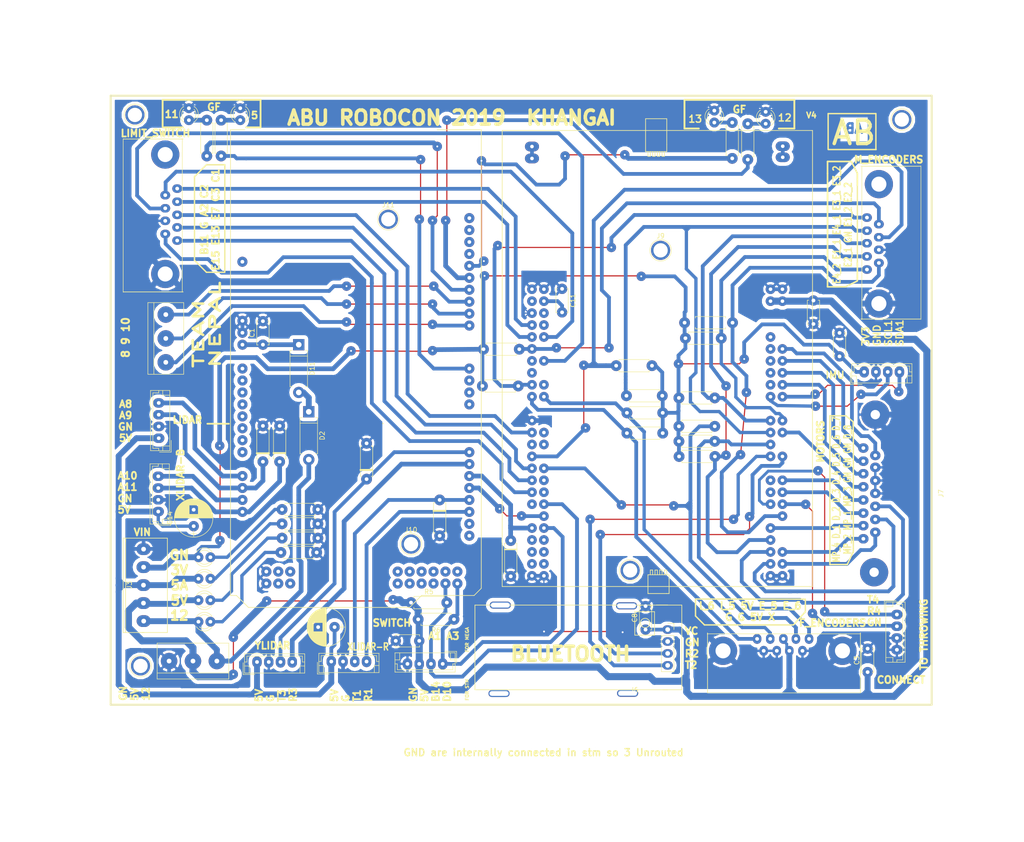
<source format=kicad_pcb>
(kicad_pcb (version 20171130) (host pcbnew "(5.0.2)-1")
  (layers (0 F.Cu signal) (31 B.Cu signal) (34 B.Paste user) (35 F.Paste user) (36 B.SilkS user) (37 F.SilkS user) (38 B.Mask user) (39 F.Mask user) (44 Edge.Cuts user))
  (net 0 "")
  (net 1 GND)
  (net 2 +12V)
  (net 3 +5VA)
  (net 4 +5V)
  (net 5 +3V3)
  (net 6 /12C1_SDA)
  (net 7 /12C1_SCL)
  (net 8 /UART2_RX)
  (net 9 /UART2_TX)
  (net 10 /M_PWM_2)
  (net 11 /M_PWM_4)
  (net 12 /M_PWM_1)
  (net 13 /M_PWM_3)
  (net 14 /USART4_RX)
  (net 15 /EM_3_CH2)
  (net 16 /EM_3_CH1)
  (net 17 /EN_4_CH1)
  (net 18 /EN_4_CH2)
  (net 19 /EN_1_CH1)
  (net 20 /EN_2_CH1)
  (net 21 /EN_2_CH2)
  (net 22 /EN_1_CH2)
  (net 23 /EN_5)
  (net 24 /IN_5)
  (net 25 /IN_6)
  (net 26 /EN_6)
  (net 27 "Net-(D3-Pad1)")
  (net 28 "Net-(D4-Pad1)")
  (net 29 "Net-(D5-Pad1)")
  (net 30 "Net-(D6-Pad1)")
  (net 31 /D_8)
  (net 32 /D_5)
  (net 33 /D_3)
  (net 34 /D_1)
  (net 35 /D_6)
  (net 36 /D_7)
  (net 37 /D_2)
  (net 38 /D_4)
  (net 39 /USART3_RX)
  (net 40 /USART3_TX)
  (net 41 /USART4_TX)
  (net 42 /G_09)
  (net 43 /G_04)
  (net 44 /G_03)
  (net 45 /G_08)
  (net 46 /G_01)
  (net 47 /G_02)
  (net 48 /G_10)
  (net 49 /G_11)
  (net 50 /mega/RX_1)
  (net 51 /mega/TX_1)
  (net 52 /mega/RX_3)
  (net 53 /mega/TX_3)
  (net 54 /mega/S1_RX)
  (net 55 /mega/S1_TX)
  (net 56 /mega/S2_TX)
  (net 57 /mega/S2_RX)
  (net 58 /mega/d10)
  (net 59 /mega/d9)
  (net 60 /mega/d8)
  (net 61 "Net-(C11-Pad2)")
  (net 62 "Net-(D11-Pad2)")
  (net 63 "Net-(C1-Pad1)")
  (net 64 /IN_2)
  (net 65 /IN_1)
  (net 66 "Net-(D12-Pad2)")
  (net 67 "Net-(D13-Pad2)")
  (net 68 "Net-(D14-Pad2)")
  (net 69 "Net-(D15-Pad2)")
  (net 70 "Net-(R1-Pad2)")
  (net 71 "Net-(R2-Pad2)")
  (net 72 "Net-(R3-Pad2)")
  (net 73 "Net-(R4-Pad2)")
  (module modFiles:STM32F407_Discovery (layer F.Cu) (at 173.355 77.464)
    (fp_text reference U1 hide)
    (fp_text value STM32F407_Discovery hide)
    (pad 1 thru_hole circle (at -26.67 -14.732) (size 2.05 2.05) (drill 0.762) (layers *.Cu *.Mask) (net 1 GND))
    (pad 2 thru_hole circle (at -24.13 -14.732) (size 2.05 2.05) (drill 0.762) (layers *.Cu *.Mask) (net 1 GND))
    (pad 7 thru_hole circle (at -26.67 -7.112) (size 2.05 2.05) (drill 0.762) (layers *.Cu *.Mask) (net 44 /G_03))
    (pad 5 thru_hole circle (at -26.67 -9.652) (size 2.05 2.05) (drill 0.762) (layers *.Cu *.Mask) (net 1 GND))
    (pad 13 thru_hole circle (at -26.67 0.508) (size 2.05 2.05) (drill 0.762) (layers *.Cu *.Mask))
    (pad 15 thru_hole circle (at -26.67 3.048) (size 2.05 2.05) (drill 0.762) (layers *.Cu *.Mask))
    (pad 11 thru_hole circle (at -26.67 -2.032) (size 2.05 2.05) (drill 0.762) (layers *.Cu *.Mask) (net 21 /EN_2_CH2))
    (pad 10 thru_hole circle (at -24.13 -4.572) (size 2.05 2.05) (drill 0.762) (layers *.Cu *.Mask) (net 46 /G_01))
    (pad 9 thru_hole circle (at -26.67 -4.572) (size 2.05 2.05) (drill 0.762) (layers *.Cu *.Mask) (net 43 /G_04))
    (pad 25 thru_hole circle (at -26.67 15.748) (size 2.05 2.05) (drill 0.762) (layers *.Cu *.Mask) (net 45 /G_08))
    (pad 26 thru_hole circle (at -24.13 15.748) (size 2.05 2.05) (drill 0.762) (layers *.Cu *.Mask))
    (pad 27 thru_hole circle (at -26.67 18.288) (size 2.05 2.05) (drill 0.762) (layers *.Cu *.Mask))
    (pad 31 thru_hole circle (at -26.67 23.368) (size 2.05 2.05) (drill 0.762) (layers *.Cu *.Mask) (net 42 /G_09))
    (pad 32 thru_hole circle (at -24.13 23.368) (size 2.05 2.05) (drill 0.762) (layers *.Cu *.Mask) (net 23 /EN_5))
    (pad 29 thru_hole circle (at -26.67 20.828) (size 2.05 2.05) (drill 0.762) (layers *.Cu *.Mask) (net 22 /EN_1_CH2))
    (pad 23 thru_hole circle (at -26.67 13.208) (size 2.05 2.05) (drill 0.762) (layers *.Cu *.Mask) (net 1 GND))
    (pad 19 thru_hole circle (at -26.67 8.128) (size 2.05 2.05) (drill 0.762) (layers *.Cu *.Mask) (net 25 /IN_6))
    (pad 20 thru_hole circle (at -24.13 8.128) (size 2.05 2.05) (drill 0.762) (layers *.Cu *.Mask) (net 24 /IN_5))
    (pad 18 thru_hole circle (at -24.13 5.588) (size 2.05 2.05) (drill 0.762) (layers *.Cu *.Mask))
    (pad 17 thru_hole circle (at -26.67 5.588) (size 2.05 2.05) (drill 0.762) (layers *.Cu *.Mask) (net 15 /EM_3_CH2))
    (pad 38 thru_hole circle (at -24.13 30.988) (size 2.05 2.05) (drill 0.762) (layers *.Cu *.Mask) (net 65 /IN_1))
    (pad 37 thru_hole circle (at -26.67 30.988) (size 2.05 2.05) (drill 0.762) (layers *.Cu *.Mask))
    (pad 41 thru_hole circle (at -26.67 36.068) (size 2.05 2.05) (drill 0.762) (layers *.Cu *.Mask) (net 39 /USART3_RX))
    (pad 42 thru_hole circle (at -24.13 36.068) (size 2.05 2.05) (drill 0.762) (layers *.Cu *.Mask) (net 64 /IN_2))
    (pad 40 thru_hole circle (at -24.13 33.528) (size 2.05 2.05) (drill 0.762) (layers *.Cu *.Mask) (net 40 /USART3_TX))
    (pad 48 thru_hole circle (at -24.13 43.688) (size 2.05 2.05) (drill 0.762) (layers *.Cu *.Mask))
    (pad 50 thru_hole circle (at -24.13 46.228) (size 2.05 2.05) (drill 0.762) (layers *.Cu *.Mask) (net 1 GND))
    (pad 49 thru_hole circle (at -26.67 46.228) (size 2.05 2.05) (drill 0.762) (layers *.Cu *.Mask) (net 1 GND))
    (pad 43 thru_hole circle (at -26.67 38.608) (size 2.05 2.05) (drill 0.762) (layers *.Cu *.Mask))
    (pad 33 thru_hole circle (at -26.67 25.908) (size 2.05 2.05) (drill 0.762) (layers *.Cu *.Mask) (net 48 /G_10))
    (pad 34 thru_hole circle (at -24.13 25.908) (size 2.05 2.05) (drill 0.762) (layers *.Cu *.Mask))
    (pad 84 thru_hole circle (at 26.6065 25.908) (size 2.05 2.05) (drill 0.762) (layers *.Cu *.Mask) (net 33 /D_3))
    (pad 83 thru_hole circle (at 24.0665 25.908) (size 2.05 2.05) (drill 0.762) (layers *.Cu *.Mask))
    (pad 93 thru_hole circle (at 24.0665 38.608) (size 2.05 2.05) (drill 0.762) (layers *.Cu *.Mask) (net 19 /EN_1_CH1))
    (pad 96 thru_hole circle (at 26.6065 41.148) (size 2.05 2.05) (drill 0.762) (layers *.Cu *.Mask) (net 11 /M_PWM_4))
    (pad 95 thru_hole circle (at 24.0665 41.148) (size 2.05 2.05) (drill 0.762) (layers *.Cu *.Mask) (net 13 /M_PWM_3))
    (pad 99 thru_hole circle (at 24.0665 46.228) (size 2.05 2.05) (drill 0.762) (layers *.Cu *.Mask) (net 1 GND))
    (pad 100 thru_hole circle (at 26.6065 46.228) (size 2.05 2.05) (drill 0.762) (layers *.Cu *.Mask) (net 1 GND))
    (pad 98 thru_hole circle (at 26.6065 43.688) (size 2.05 2.05) (drill 0.762) (layers *.Cu *.Mask) (net 10 /M_PWM_2))
    (pad 97 thru_hole circle (at 24.0665 43.688) (size 2.05 2.05) (drill 0.762) (layers *.Cu *.Mask) (net 12 /M_PWM_1))
    (pad 90 thru_hole circle (at 26.6065 33.528) (size 2.05 2.05) (drill 0.762) (layers *.Cu *.Mask) (net 20 /EN_2_CH1))
    (pad 91 thru_hole circle (at 24.0665 36.068) (size 2.05 2.05) (drill 0.762) (layers *.Cu *.Mask) (net 34 /D_1))
    (pad 87 thru_hole circle (at 24.0665 30.988) (size 2.05 2.05) (drill 0.762) (layers *.Cu *.Mask) (net 41 /USART4_TX))
    (pad 88 thru_hole circle (at 26.6065 30.988) (size 2.05 2.05) (drill 0.762) (layers *.Cu *.Mask) (net 14 /USART4_RX))
    (pad 86 thru_hole circle (at 26.6065 28.448) (size 2.05 2.05) (drill 0.762) (layers *.Cu *.Mask) (net 37 /D_2))
    (pad 85 thru_hole circle (at 24.0665 28.448) (size 2.05 2.05) (drill 0.762) (layers *.Cu *.Mask))
    (pad 67 thru_hole circle (at 24.0665 5.588) (size 2.05 2.05) (drill 0.762) (layers *.Cu *.Mask))
    (pad 68 thru_hole circle (at 26.6065 5.588) (size 2.05 2.05) (drill 0.762) (layers *.Cu *.Mask) (net 32 /D_5))
    (pad 70 thru_hole circle (at 26.6065 8.128) (size 2.05 2.05) (drill 0.762) (layers *.Cu *.Mask) (net 6 /12C1_SDA))
    (pad 69 thru_hole circle (at 24.0665 8.128) (size 2.05 2.05) (drill 0.762) (layers *.Cu *.Mask) (net 7 /12C1_SCL))
    (pad 73 thru_hole circle (at 24.0665 13.208) (size 2.05 2.05) (drill 0.762) (layers *.Cu *.Mask) (net 17 /EN_4_CH1))
    (pad 74 thru_hole circle (at 26.6065 13.208) (size 2.05 2.05) (drill 0.762) (layers *.Cu *.Mask) (net 18 /EN_4_CH2))
    (pad 79 thru_hole circle (at 24.0665 20.828) (size 2.05 2.05) (drill 0.762) (layers *.Cu *.Mask) (net 9 /UART2_TX))
    (pad 80 thru_hole circle (at 26.6065 20.828) (size 2.05 2.05) (drill 0.762) (layers *.Cu *.Mask) (net 8 /UART2_RX))
    (pad 77 thru_hole circle (at 24.0665 18.288) (size 2.05 2.05) (drill 0.762) (layers *.Cu *.Mask) (net 26 /EN_6))
    (pad 76 thru_hole circle (at 26.6065 15.748) (size 2.05 2.05) (drill 0.762) (layers *.Cu *.Mask) (net 38 /D_4))
    (pad 75 thru_hole circle (at 24.0665 15.748) (size 2.05 2.05) (drill 0.762) (layers *.Cu *.Mask) (net 16 /EM_3_CH1))
    (pad 59 thru_hole circle (at 24.0665 -4.572) (size 2.05 2.05) (drill 0.762) (layers *.Cu *.Mask))
    (pad 62 thru_hole circle (at 26.6065 -2.032) (size 2.05 2.05) (drill 0.762) (layers *.Cu *.Mask) (net 31 /D_8))
    (pad 61 thru_hole circle (at 24.0665 -2.032) (size 2.05 2.05) (drill 0.762) (layers *.Cu *.Mask))
    (pad 65 thru_hole circle (at 24.0665 3.048) (size 2.05 2.05) (drill 0.762) (layers *.Cu *.Mask))
    (pad 66 thru_hole circle (at 26.6065 3.048) (size 2.05 2.05) (drill 0.762) (layers *.Cu *.Mask) (net 35 /D_6))
    (pad 64 thru_hole circle (at 26.6065 0.508) (size 2.05 2.05) (drill 0.762) (layers *.Cu *.Mask) (net 36 /D_7))
    (pad 63 thru_hole circle (at 24.0665 0.508) (size 2.05 2.05) (drill 0.762) (layers *.Cu *.Mask))
    (pad 53 thru_hole circle (at 24.0665 -12.192) (size 2.05 2.05) (drill 0.762) (layers *.Cu *.Mask) (net 4 +5V))
    (pad 54 thru_hole circle (at 26.6065 -12.192) (size 2.05 2.05) (drill 0.762) (layers *.Cu *.Mask) (net 4 +5V))
    (pad 52 thru_hole circle (at 26.6065 -14.732) (size 2.05 2.05) (drill 0.762) (layers *.Cu *.Mask) (net 1 GND))
    (pad 51 thru_hole circle (at 24.0665 -14.732) (size 2.05 2.05) (drill 0.762) (layers *.Cu *.Mask) (net 1 GND))
    (pad c thru_hole oval (at 26.67 -45.1485) (size 3 2.05) (drill 0.762) (layers *.Cu *.Mask))
    (pad d thru_hole oval (at 26.67 -42.799) (size 3 2.05) (drill 0.762) (layers *.Cu *.Mask))
    (pad b thru_hole oval (at -26.67 -42.545) (size 3 2.05) (drill 0.762) (layers *.Cu *.Mask))
    (pad a thru_hole oval (at -26.67 -45.085) (size 3 2.05) (drill 0.762) (layers *.Cu *.Mask))
    (pad 35 thru_hole circle (at -26.67 28.448) (size 2.05 2.05) (drill 0.762) (layers *.Cu *.Mask) (net 49 /G_11))
    (pad 3 thru_hole circle (at -26.67 -12.192) (size 2.05 2.05) (drill 0.762) (layers *.Cu *.Mask))
    (pad 4 thru_hole circle (at -24.13 -12.192) (size 2.05 2.05) (drill 0.762) (layers *.Cu *.Mask) (net 61 "Net-(C11-Pad2)"))
    (pad 6 thru_hole circle (at -24.13 -9.652) (size 2.05 2.05) (drill 0.762) (layers *.Cu *.Mask))
    (pad 8 thru_hole circle (at -24.13 -7.112) (size 2.05 2.05) (drill 0.762) (layers *.Cu *.Mask))
    (pad 14 thru_hole circle (at -24.13 0.508) (size 2.05 2.05) (drill 0.762) (layers *.Cu *.Mask) (net 47 /G_02))
    (pad 28 thru_hole circle (at -24.13 18.288) (size 2.05 2.05) (drill 0.762) (layers *.Cu *.Mask))
    (pad 36 thru_hole circle (at -24.13 28.448) (size 2.05 2.05) (drill 0.762) (layers *.Cu *.Mask))
    (pad 47 thru_hole circle (at -26.67 43.688) (size 2.05 2.05) (drill 0.762) (layers *.Cu *.Mask))
    (pad 45 thru_hole circle (at -26.67 41.148) (size 2.05 2.05) (drill 0.762) (layers *.Cu *.Mask))
    (pad 46 thru_hole circle (at -24.13 41.148) (size 2.05 2.05) (drill 0.762) (layers *.Cu *.Mask))
    (pad 44 thru_hole circle (at -24.13 38.608) (size 2.05 2.05) (drill 0.762) (layers *.Cu *.Mask))
  )
  (module modFiles:Connector_DB_9 (layer F.Cu) (at 71.22287 52.37607 90)
    (fp_text reference J5 hide)
    (fp_text value DB9_Female)
    (pad 0 thru_hole circle (at 18.29 -2.54 90) (size 6 6) (drill 3.2) (layers *.Cu *.Mask))
    (pad 7 thru_hole circle (at -7.11 -2.54 90) (size 6 6) (drill 3.2) (layers *.Cu *.Mask) (net 1 GND))
    (pad 1 thru_hole oval (at 0 0 90) (size 1.8 2.1) (drill 0.8) (layers *.Cu *.Mask) (net 48 /G_10))
    (pad 2 thru_hole oval (at 2.79 0 90) (size 1.8 2.1) (drill 0.8) (layers *.Cu *.Mask) (net 42 /G_09))
    (pad 3 thru_hole oval (at 5.46 0 90) (size 1.8 2.1) (drill 0.8) (layers *.Cu *.Mask) (net 45 /G_08))
    (pad 4 thru_hole oval (at 8.26 0 90) (size 1.8 2.1) (drill 0.8) (layers *.Cu *.Mask) (net 43 /G_04))
    (pad 5 thru_hole oval (at 11.05 0 90) (size 1.8 2.1) (drill 0.8) (layers *.Cu *.Mask) (net 44 /G_03))
    (pad 6 thru_hole oval (at 1.4 -2.54 90) (size 1.8 2.1) (drill 0.8) (layers *.Cu *.Mask) (net 49 /G_11))
    (pad 7 thru_hole oval (at 4.19 -2.54 90) (size 1.8 2.1) (drill 0.8) (layers *.Cu *.Mask) (net 1 GND))
    (pad 8 thru_hole oval (at 6.86 -2.54 90) (size 1.8 2.1) (drill 0.8) (layers *.Cu *.Mask) (net 47 /G_02))
    (pad 9 thru_hole oval (at 9.65 -2.54 90) (size 1.8 2.1) (drill 0.8) (layers *.Cu *.Mask) (net 46 /G_01))
  )
  (module modFiles:Connector_DB_9 (layer F.Cu) (at 205.61935 137.10285 180)
    (fp_text reference J17 hide)
    (fp_text value DB9_Female)
    (pad 9 thru_hole circle (at 18.29 -2.54 180) (size 6 6) (drill 3.2) (layers *.Cu *.Mask) (net 1 GND))
    (pad 9 thru_hole circle (at -7.11 -2.54 180) (size 6 6) (drill 3.2) (layers *.Cu *.Mask) (net 1 GND))
    (pad 1 thru_hole oval (at 0 0 180) (size 1.8 2.1) (drill 0.8) (layers *.Cu *.Mask) (net 26 /EN_6))
    (pad 2 thru_hole oval (at 2.79 0 180) (size 1.8 2.1) (drill 0.8) (layers *.Cu *.Mask) (net 23 /EN_5))
    (pad 3 thru_hole oval (at 5.46 0 180) (size 1.8 2.1) (drill 0.8) (layers *.Cu *.Mask) (net 4 +5V))
    (pad 4 thru_hole oval (at 8.26 0 180) (size 1.8 2.1) (drill 0.8) (layers *.Cu *.Mask) (net 24 /IN_5))
    (pad 5 thru_hole oval (at 11.05 0 180) (size 1.8 2.1) (drill 0.8) (layers *.Cu *.Mask) (net 25 /IN_6))
    (pad 6 thru_hole oval (at 1.4 -2.54 180) (size 1.8 2.1) (drill 0.8) (layers *.Cu *.Mask) (net 1 GND))
    (pad 7 thru_hole oval (at 4.19 -2.54 180) (size 1.8 2.1) (drill 0.8) (layers *.Cu *.Mask) (net 4 +5V))
    (pad 8 thru_hole oval (at 6.86 -2.54 180) (size 1.8 2.1) (drill 0.8) (layers *.Cu *.Mask) (net 1 GND))
    (pad 9 thru_hole oval (at 9.65 -2.54 180) (size 1.8 2.1) (drill 0.8) (layers *.Cu *.Mask) (net 1 GND))
  )
  (module modFiles:Connector_DB15 (layer F.Cu) (at 217.17 96.514 270)
    (fp_text reference J7 (at 9.65 -16.51 270) (layer F.SilkS))
    (fp_text value DB15_Female)
    (pad 0 thru_hole oval (at 26.42 -2.29 270) (size 6 6) (drill 2) (layers *.Cu *.Mask))
    (pad 10 thru_hole oval (at -7.11 -2.54 270) (size 6 6) (drill 2) (layers *.Cu *.Mask) (net 1 GND))
    (pad 1 thru_hole oval (at 0 0 270) (size 2 2.2) (drill 0.8) (layers *.Cu *.Mask) (net 36 /D_7))
    (pad 2 thru_hole oval (at 2.79 0 270) (size 2 2.2) (drill 0.8) (layers *.Cu *.Mask) (net 35 /D_6))
    (pad 3 thru_hole oval (at 5.46 0 270) (size 2 2.2) (drill 0.8) (layers *.Cu *.Mask) (net 32 /D_5))
    (pad 4 thru_hole oval (at 8.25 0 270) (size 2 2.2) (drill 0.8) (layers *.Cu *.Mask) (net 38 /D_4))
    (pad 5 thru_hole oval (at 11.05 0 270) (size 2 2.2) (drill 0.8) (layers *.Cu *.Mask) (net 33 /D_3))
    (pad 6 thru_hole oval (at 13.84 0 270) (size 2 2.2) (drill 0.8) (layers *.Cu *.Mask) (net 37 /D_2))
    (pad 7 thru_hole oval (at 16.51 0 270) (size 2 2.2) (drill 0.8) (layers *.Cu *.Mask) (net 34 /D_1))
    (pad 8 thru_hole oval (at 19.3 0 270) (size 2 2.2) (drill 0.8) (layers *.Cu *.Mask) (net 11 /M_PWM_4))
    (pad 9 thru_hole oval (at 1.57 -2.54 270) (size 2 2.2) (drill 0.8) (layers *.Cu *.Mask) (net 31 /D_8))
    (pad 10 thru_hole oval (at 4.11 -2.54 270) (size 2 2.2) (drill 0.8) (layers *.Cu *.Mask) (net 1 GND))
    (pad 11 thru_hole oval (at 6.91 -2.54 270) (size 2 2.2) (drill 0.8) (layers *.Cu *.Mask) (net 1 GND))
    (pad 12 thru_hole oval (at 9.65 -2.54 270) (size 2 2.2) (drill 0.8) (layers *.Cu *.Mask) (net 1 GND))
    (pad 13 thru_hole oval (at 12.4 -2.54 270) (size 2 2.2) (drill 0.8) (layers *.Cu *.Mask) (net 13 /M_PWM_3))
    (pad 14 thru_hole oval (at 15.19 -2.54 270) (size 2 2.2) (drill 0.8) (layers *.Cu *.Mask) (net 12 /M_PWM_1))
    (pad 15 thru_hole oval (at 17.93 -2.54 270) (size 2 2.2) (drill 0.8) (layers *.Cu *.Mask) (net 10 /M_PWM_2))
  )
  (module modFiles:Connector_DB_9 (layer F.Cu) (at 217.932 47.492 270)
    (fp_text reference J16 hide)
    (fp_text value DB9_Female)
    (pad 8 thru_hole circle (at 18.29 -2.54 270) (size 6 6) (drill 3.2) (layers *.Cu *.Mask) (net 1 GND))
    (pad 0 thru_hole circle (at -7.11 -2.54 270) (size 6 6) (drill 3.2) (layers *.Cu *.Mask))
    (pad 1 thru_hole oval (at 0 0 270) (size 1.8 2.1) (drill 0.8) (layers *.Cu *.Mask) (net 15 /EM_3_CH2))
    (pad 2 thru_hole oval (at 2.79 0 270) (size 1.8 2.1) (drill 0.8) (layers *.Cu *.Mask) (net 16 /EM_3_CH1))
    (pad 3 thru_hole oval (at 5.46 0 270) (size 1.8 2.1) (drill 0.8) (layers *.Cu *.Mask) (net 17 /EN_4_CH1))
    (pad 4 thru_hole oval (at 8.26 0 270) (size 1.8 2.1) (drill 0.8) (layers *.Cu *.Mask) (net 19 /EN_1_CH1))
    (pad 5 thru_hole oval (at 11.05 0 270) (size 1.8 2.1) (drill 0.8) (layers *.Cu *.Mask) (net 18 /EN_4_CH2))
    (pad 6 thru_hole oval (at 1.4 -2.54 270) (size 1.8 2.1) (drill 0.8) (layers *.Cu *.Mask) (net 21 /EN_2_CH2))
    (pad 7 thru_hole oval (at 4.19 -2.54 270) (size 1.8 2.1) (drill 0.8) (layers *.Cu *.Mask) (net 22 /EN_1_CH2))
    (pad 8 thru_hole oval (at 6.86 -2.54 270) (size 1.8 2.1) (drill 0.8) (layers *.Cu *.Mask) (net 1 GND))
    (pad 9 thru_hole oval (at 9.65 -2.54 270) (size 1.8 2.1) (drill 0.8) (layers *.Cu *.Mask) (net 20 /EN_2_CH1))
  )
  (module modFiles:jst_4 (layer F.Cu) (at 67.20007 110.02087 90)
    (fp_text reference J23 hide)
    (fp_text value Conn_01x04)
    (pad 4 thru_hole oval (at 7.5 0 90) (size 2 2.4) (drill 0.8) (layers *.Cu *.Mask) (net 57 /mega/S2_RX))
    (pad 3 thru_hole oval (at 5 0 90) (size 2 2.4) (drill 0.8) (layers *.Cu *.Mask) (net 56 /mega/S2_TX))
    (pad 2 thru_hole oval (at 2.5 0 90) (size 2 2.4) (drill 0.8) (layers *.Cu *.Mask) (net 1 GND))
    (pad 1 thru_hole oval (at 0 0 90) (size 2 2.4) (drill 0.8) (layers *.Cu *.Mask) (net 3 +5VA))
  )
  (module modFiles:bluetooth (layer F.Cu) (at 168.55007 137.92087)
    (fp_text reference J6 (at -0.084 10.052) (layer F.SilkS))
    (fp_text value Conn_01x04)
    (pad 0 thru_hole oval (at -28.6 -8) (size 4.5 1.5) (drill oval 4 1) (layers *.Cu *.Mask))
    (pad 0 thru_hole oval (at -28.875 10.8) (size 4.5 1.5) (drill oval 4 1) (layers *.Cu *.Mask))
    (pad 1 thru_hole oval (at 7 -2.8) (size 2.2 1.8) (drill 1) (layers *.Cu *.Mask) (net 4 +5V))
    (pad 2 thru_hole oval (at 7 -0.26) (size 2.2 1.8) (drill 1) (layers *.Cu *.Mask) (net 1 GND))
    (pad 3 thru_hole oval (at 7 2.28) (size 2.2 1.8) (drill 1) (layers *.Cu *.Mask) (net 8 /UART2_RX))
    (pad 4 thru_hole oval (at 7 4.82) (size 2.2 1.8) (drill 1) (layers *.Cu *.Mask) (net 9 /UART2_TX))
    (pad 0 thru_hole oval (at -1.75 -7.85) (size 4.5 1.5) (drill oval 4 1) (layers *.Cu *.Mask))
    (pad 0 thru_hole oval (at -1.525 10.75) (size 4.5 1.5) (drill oval 4 1) (layers *.Cu *.Mask))
  )
  (module modFiles:Resistor_small (layer F.Cu) (at 180.848 69.85)
    (fp_text reference R20 hide)
    (fp_text value R)
    (pad 2 thru_hole circle (at 8.5 0) (size 2.3 2.3) (drill 0.8) (layers *.Cu *.Mask) (net 20 /EN_2_CH1))
    (pad 1 thru_hole circle (at -1.7 0) (size 2.3 2.3) (drill 0.8) (layers *.Cu *.Mask) (net 5 +3V3))
  )
  (module modFiles:JST_5_BIG (layer F.Cu) (at 64.05007 130.67087 90)
    (fp_text reference J3 (at 5 -3 90) (layer F.SilkS))
    (fp_text value Conn_01x05)
    (pad 1 thru_hole oval (at -2.65 0.05 90) (size 2.5 3) (drill 1) (layers *.Cu *.Mask) (net 2 +12V))
    (pad 2 thru_hole oval (at 1.175 0 90) (size 2.5 3) (drill 1) (layers *.Cu *.Mask) (net 4 +5V))
    (pad 3 thru_hole oval (at 5 0 90) (size 2.5 3) (drill 1) (layers *.Cu *.Mask) (net 3 +5VA))
    (pad 4 thru_hole oval (at 8.825 0.025 90) (size 2.5 3) (drill 1) (layers *.Cu *.Mask) (net 5 +3V3))
    (pad 5 thru_hole oval (at 12.65 0.025 90) (size 2.5 3) (drill 1) (layers *.Cu *.Mask) (net 1 GND))
  )
  (module modFiles:Arduino_Mega2560_Shield (layer F.Cu) (at 127.508 56.128)
    (fp_text reference U2 hide)
    (fp_text value Arduino_Mega2560_Shield)
    (fp_text user . (at -12.9413 35.1663 270) (layer F.SilkS))
    (pad GND1 thru_hole circle (at -37.3253 66.6623 270) (size 2.15 2.15) (drill 0.8) (layers *.Cu *.Mask) (net 1 GND))
    (pad GND1 thru_hole circle (at -37.3253 69.2023 270) (size 2.15 2.15) (drill 0.8) (layers *.Cu *.Mask) (net 1 GND))
    (pad 23 thru_hole circle (at 3.3147 69.2023 270) (size 2.15 2.15) (drill 0.8) (layers *.Cu *.Mask) (net 64 /IN_2))
    (pad 22 thru_hole circle (at 3.3147 66.6623 270) (size 2.15 2.15) (drill 0.8) (layers *.Cu *.Mask))
    (pad 53 thru_hole circle (at -34.7853 69.2023 270) (size 2.15 2.15) (drill 0.8) (layers *.Cu *.Mask))
    (pad 52 thru_hole circle (at -34.7853 66.6623 270) (size 2.15 2.15) (drill 0.8) (layers *.Cu *.Mask))
    (pad A7 thru_hole circle (at -42.4053 41.2623 270) (size 2.15 2.15) (drill 0.8) (layers *.Cu *.Mask))
    (pad A0 thru_hole circle (at -42.4053 23.4823 270) (size 2.15 2.15) (drill 0.8) (layers *.Cu *.Mask))
    (pad VIN thru_hole circle (at -42.4053 18.4023 270) (size 2.15 2.15) (drill 0.8) (layers *.Cu *.Mask) (net 63 "Net-(C1-Pad1)"))
    (pad GND2 thru_hole circle (at -42.4053 15.8623 270) (size 2.15 2.15) (drill 0.8) (layers *.Cu *.Mask) (net 1 GND))
    (pad GND1 thru_hole circle (at -42.4053 13.3223 270) (size 2.15 2.15) (drill 0.8) (layers *.Cu *.Mask) (net 1 GND))
    (pad 21 thru_hole circle (at 5.8547 59.0423 270) (size 2.15 2.15) (drill 0.8) (layers *.Cu *.Mask))
    (pad 20 thru_hole circle (at 5.8547 56.5023 270) (size 2.15 2.15) (drill 0.8) (layers *.Cu *.Mask))
    (pad 19 thru_hole circle (at 5.8547 53.9623 270) (size 2.15 2.15) (drill 0.8) (layers *.Cu *.Mask) (net 50 /mega/RX_1))
    (pad 18 thru_hole circle (at 5.8547 51.4223 270) (size 2.15 2.15) (drill 0.8) (layers *.Cu *.Mask) (net 51 /mega/TX_1))
    (pad 17 thru_hole circle (at 5.8547 48.8823 270) (size 2.15 2.15) (drill 0.8) (layers *.Cu *.Mask) (net 40 /USART3_TX))
    (pad 16 thru_hole circle (at 5.8547 46.3423 270) (size 2.15 2.15) (drill 0.8) (layers *.Cu *.Mask) (net 39 /USART3_RX))
    (pad 15 thru_hole circle (at 5.8547 43.8023 270) (size 2.15 2.15) (drill 0.8) (layers *.Cu *.Mask) (net 52 /mega/RX_3))
    (pad 14 thru_hole circle (at 5.8547 41.2623 270) (size 2.15 2.15) (drill 0.8) (layers *.Cu *.Mask) (net 53 /mega/TX_3))
    (pad 2 thru_hole circle (at 5.8547 31.1023 270) (size 2.15 2.15) (drill 0.8) (layers *.Cu *.Mask))
    (pad 3 thru_hole circle (at 5.8547 28.5623 270) (size 2.15 2.15) (drill 0.8) (layers *.Cu *.Mask))
    (pad 4 thru_hole circle (at 5.8547 26.0223 270) (size 2.15 2.15) (drill 0.8) (layers *.Cu *.Mask))
    (pad 5 thru_hole circle (at 5.8547 23.4823 270) (size 2.15 2.15) (drill 0.8) (layers *.Cu *.Mask) (net 73 "Net-(R4-Pad2)"))
    (pad GND5 thru_hole circle (at 5.8547 -0.9017 270) (size 2.15 2.15) (drill 0.8) (layers *.Cu *.Mask))
    (pad 8 thru_hole circle (at 5.8547 14.3383 270) (size 2.15 2.15) (drill 0.8) (layers *.Cu *.Mask) (net 60 /mega/d8))
    (pad 9 thru_hole circle (at 5.8547 11.7983 270) (size 2.15 2.15) (drill 0.8) (layers *.Cu *.Mask) (net 59 /mega/d9))
    (pad 10 thru_hole circle (at 5.8547 9.2583 270) (size 2.15 2.15) (drill 0.8) (layers *.Cu *.Mask) (net 58 /mega/d10))
    (pad SCL thru_hole circle (at 5.8547 -8.5217 270) (size 2.15 2.15) (drill 0.8) (layers *.Cu *.Mask))
    (pad SDA thru_hole circle (at 5.8547 -5.9817 270) (size 2.15 2.15) (drill 0.8) (layers *.Cu *.Mask))
    (pad AREF thru_hole circle (at 5.8547 -3.4417 270) (size 2.15 2.15) (drill 0.8) (layers *.Cu *.Mask))
    (pad 11 thru_hole circle (at 5.8547 6.7183 270) (size 2.15 2.15) (drill 0.8) (layers *.Cu *.Mask) (net 72 "Net-(R3-Pad2)"))
    (pad A1 thru_hole circle (at -42.4053 26.0223 270) (size 2.15 2.15) (drill 0.8) (layers *.Cu *.Mask))
    (pad A2 thru_hole circle (at -42.4053 28.5623 270) (size 2.15 2.15) (drill 0.8) (layers *.Cu *.Mask))
    (pad A3 thru_hole circle (at -42.4053 31.1023 270) (size 2.15 2.15) (drill 0.8) (layers *.Cu *.Mask))
    (pad A4 thru_hole circle (at -42.4053 33.6423 270) (size 2.15 2.15) (drill 0.8) (layers *.Cu *.Mask))
    (pad A5 thru_hole circle (at -42.4053 36.1823 270) (size 2.15 2.15) (drill 0.8) (layers *.Cu *.Mask))
    (pad A8 thru_hole circle (at -42.4053 46.3423 270) (size 2.15 2.15) (drill 0.8) (layers *.Cu *.Mask) (net 54 /mega/S1_RX))
    (pad A9 thru_hole circle (at -42.4053 48.8823 270) (size 2.15 2.15) (drill 0.8) (layers *.Cu *.Mask) (net 55 /mega/S1_TX))
    (pad 24 thru_hole circle (at 0.7747 66.6623 270) (size 2.15 2.15) (drill 0.8) (layers *.Cu *.Mask))
    (pad 25 thru_hole circle (at 0.7747 69.2023 270) (size 2.15 2.15) (drill 0.8) (layers *.Cu *.Mask) (net 65 /IN_1))
    (pad 26 thru_hole circle (at -1.7653 66.6623 270) (size 2.15 2.15) (drill 0.8) (layers *.Cu *.Mask))
    (pad 27 thru_hole circle (at -1.7653 69.2023 270) (size 2.15 2.15) (drill 0.8) (layers *.Cu *.Mask))
    (pad 28 thru_hole circle (at -4.3053 66.6623 270) (size 2.15 2.15) (drill 0.8) (layers *.Cu *.Mask))
    (pad 29 thru_hole circle (at -4.3053 69.2023 270) (size 2.15 2.15) (drill 0.8) (layers *.Cu *.Mask))
    (pad 30 thru_hole circle (at -6.8453 66.6623 270) (size 2.15 2.15) (drill 0.8) (layers *.Cu *.Mask))
    (pad 31 thru_hole circle (at -6.8453 69.2023 270) (size 2.15 2.15) (drill 0.8) (layers *.Cu *.Mask))
    (pad 32 thru_hole circle (at -9.3853 66.6623 270) (size 2.15 2.15) (drill 0.8) (layers *.Cu *.Mask))
    (pad 33 thru_hole circle (at -9.3853 69.2023 270) (size 2.15 2.15) (drill 0.8) (layers *.Cu *.Mask))
    (pad NC thru_hole circle (at -42.418 0.762 270) (size 2.15 2.15) (drill 0.8) (layers *.Cu *.Mask))
    (pad 12 thru_hole circle (at 5.8547 4.1783 270) (size 2.15 2.15) (drill 0.8) (layers *.Cu *.Mask) (net 71 "Net-(R2-Pad2)"))
    (pad 13 thru_hole circle (at 5.8547 1.6383 270) (size 2.15 2.15) (drill 0.8) (layers *.Cu *.Mask) (net 70 "Net-(R1-Pad2)"))
    (pad 51 thru_hole circle (at -32.2453 69.2023 270) (size 2.15 2.15) (drill 0.8) (layers *.Cu *.Mask))
    (pad 50 thru_hole circle (at -32.2453 66.6623 270) (size 2.15 2.15) (drill 0.8) (layers *.Cu *.Mask))
    (pad A10 thru_hole circle (at -42.4053 51.4223 270) (size 2.15 2.15) (drill 0.8) (layers *.Cu *.Mask) (net 57 /mega/S2_RX))
    (pad A11 thru_hole circle (at -42.4053 53.9623 270) (size 2.15 2.15) (drill 0.8) (layers *.Cu *.Mask) (net 56 /mega/S2_TX))
    (pad A6 thru_hole circle (at -42.4053 38.7223 270) (size 2.15 2.15) (drill 0.8) (layers *.Cu *.Mask))
  )
  (module modFiles:jst_4 (layer F.Cu) (at 127.70007 142.42087 180)
    (fp_text reference J2 hide)
    (fp_text value Conn_01x04 hide)
    (pad 2 thru_hole oval (at 0 0 180) (size 2 2.4) (drill 0.8) (layers *.Cu *.Mask) (net 64 /IN_2))
    (pad 1 thru_hole oval (at 2.5 0 180) (size 2 2.4) (drill 0.8) (layers *.Cu *.Mask) (net 65 /IN_1))
    (pad 3 thru_hole oval (at 5 0 180) (size 2 2.4) (drill 0.8) (layers *.Cu *.Mask) (net 4 +5V))
    (pad 4 thru_hole oval (at 7.5 0 180) (size 2 2.4) (drill 0.8) (layers *.Cu *.Mask) (net 1 GND))
  )
  (module Connectors_JST:JST_EH_B04B-EH-A_04x2.50mm_Straight (layer F.Cu) (at 88.20007 142.02087)
    (fp_text reference J18 hide)
    (fp_text value Conn_01x04)
    (pad 1 thru_hole oval (at 0 0) (size 2 2.4) (drill 0.8) (layers *.Cu *.Mask) (net 3 +5VA))
    (pad 2 thru_hole oval (at 2.5 0) (size 2 2.4) (drill 0.8) (layers *.Cu *.Mask) (net 1 GND))
    (pad 3 thru_hole oval (at 5 0) (size 2 2.4) (drill 0.8) (layers *.Cu *.Mask) (net 53 /mega/TX_3))
    (pad 4 thru_hole oval (at 7.5 0) (size 2 2.4) (drill 0.8) (layers *.Cu *.Mask) (net 52 /mega/RX_3))
  )
  (module modFiles:Connector_Bornier_3 (layer F.Cu) (at 69.50007 141.82087)
    (fp_text reference J8 hide)
    (fp_text value Conn_01x03)
    (pad 3 thru_hole circle (at 0 0) (size 3.5 3.5) (drill 1) (layers *.Cu *.Mask) (net 1 GND))
    (pad 2 thru_hole circle (at 5.08 0) (size 3.5 3.5) (drill 1) (layers *.Cu *.Mask) (net 4 +5V))
    (pad 1 thru_hole circle (at 10.16 0) (size 3.5 3.5) (drill 1) (layers *.Cu *.Mask) (net 2 +12V))
  )
  (module modFiles:Resistor_small (layer F.Cu) (at 101.14407 115.67287 180)
    (fp_text reference R11 hide)
    (fp_text value R)
    (pad 2 thru_hole circle (at 7.62 0 180) (size 2.3 2.3) (drill 0.8) (layers *.Cu *.Mask) (net 28 "Net-(D4-Pad1)"))
    (pad 1 thru_hole circle (at 0 0 180) (size 2.3 2.3) (drill 0.8) (layers *.Cu *.Mask) (net 1 GND))
  )
  (module modFiles:LED_D3.0mm (layer F.Cu) (at 78.28407 133.45287 180)
    (fp_text reference D3 hide)
    (fp_text value LED)
    (pad 1 thru_hole circle (at 0 0 180) (size 2.1 2.1) (drill 0.8) (layers *.Cu *.Mask) (net 27 "Net-(D3-Pad1)"))
    (pad 2 thru_hole circle (at 2.54 0 180) (size 2.1 2.1) (drill 0.8) (layers *.Cu *.Mask) (net 2 +12V))
  )
  (module modFiles:LED_D3.0mm (layer F.Cu) (at 78.28407 128.88087 180)
    (fp_text reference D4 hide)
    (fp_text value LED)
    (pad 1 thru_hole circle (at 0 0 180) (size 2.1 2.1) (drill 0.8) (layers *.Cu *.Mask) (net 28 "Net-(D4-Pad1)"))
    (pad 2 thru_hole circle (at 2.54 0 180) (size 2.1 2.1) (drill 0.8) (layers *.Cu *.Mask) (net 4 +5V))
  )
  (module modFiles:LED_D3.0mm (layer F.Cu) (at 78.28407 124.30887 180)
    (fp_text reference D5 hide)
    (fp_text value LED hide)
    (pad 2 thru_hole circle (at 2.54 0 180) (size 2.1 2.1) (drill 0.8) (layers *.Cu *.Mask) (net 3 +5VA))
    (pad 1 thru_hole circle (at 0 0 180) (size 2.1 2.1) (drill 0.8) (layers *.Cu *.Mask) (net 29 "Net-(D5-Pad1)"))
  )
  (module modFiles:LED_D3.0mm (layer F.Cu) (at 78.28407 119.73687 180)
    (fp_text reference D6 hide)
    (fp_text value LED)
    (pad 1 thru_hole circle (at 0 0 180) (size 2.1 2.1) (drill 0.8) (layers *.Cu *.Mask) (net 30 "Net-(D6-Pad1)"))
    (pad 2 thru_hole circle (at 2.54 0 180) (size 2.1 2.1) (drill 0.8) (layers *.Cu *.Mask) (net 5 +3V3))
  )
  (module modFiles:Resistor_small (layer F.Cu) (at 100.89007 118.72087 180)
    (fp_text reference R10 hide)
    (fp_text value R)
    (pad 2 thru_hole circle (at 7.62 0 180) (size 2.3 2.3) (drill 0.8) (layers *.Cu *.Mask) (net 27 "Net-(D3-Pad1)"))
    (pad 1 thru_hole circle (at 0 0 180) (size 2.3 2.3) (drill 0.8) (layers *.Cu *.Mask) (net 1 GND))
  )
  (module modFiles:Resistor_small (layer F.Cu) (at 101.14407 112.62487 180)
    (fp_text reference R12 hide)
    (fp_text value R)
    (pad 1 thru_hole circle (at 0 0 180) (size 2.3 2.3) (drill 0.8) (layers *.Cu *.Mask) (net 1 GND))
    (pad 2 thru_hole circle (at 7.62 0 180) (size 2.3 2.3) (drill 0.8) (layers *.Cu *.Mask) (net 29 "Net-(D5-Pad1)"))
  )
  (module modFiles:Resistor_small (layer F.Cu) (at 101.14407 109.57687 180)
    (fp_text reference R13 hide)
    (fp_text value R)
    (pad 2 thru_hole circle (at 7.62 0 180) (size 2.3 2.3) (drill 0.8) (layers *.Cu *.Mask) (net 30 "Net-(D6-Pad1)"))
    (pad 1 thru_hole circle (at 0 0 180) (size 2.3 2.3) (drill 0.8) (layers *.Cu *.Mask) (net 1 GND))
  )
  (module modFiles:Resistor_small (layer F.Cu) (at 177.9778 98.30308)
    (fp_text reference R18 hide)
    (fp_text value R)
    (pad 1 thru_hole circle (at 0 0) (size 2.3 2.3) (drill 0.8) (layers *.Cu *.Mask) (net 5 +3V3))
    (pad 2 thru_hole circle (at 7.62 0) (size 2.3 2.3) (drill 0.8) (layers *.Cu *.Mask) (net 19 /EN_1_CH1))
  )
  (module modFiles:Resistor_small (layer F.Cu) (at 172.212 78.994 180)
    (fp_text reference R19 hide)
    (fp_text value R)
    (pad 2 thru_hole circle (at 7.62 0 180) (size 2.3 2.3) (drill 0.8) (layers *.Cu *.Mask) (net 22 /EN_1_CH2))
    (pad 1 thru_hole circle (at 0 0 180) (size 2.3 2.3) (drill 0.8) (layers *.Cu *.Mask) (net 5 +3V3))
  )
  (module modFiles:Resistor_small (layer F.Cu) (at 136.37 75.49)
    (fp_text reference R21 hide)
    (fp_text value R)
    (pad 1 thru_hole circle (at 0 0) (size 2.3 2.3) (drill 0.8) (layers *.Cu *.Mask) (net 5 +3V3))
    (pad 2 thru_hole circle (at 7.62 0) (size 2.3 2.3) (drill 0.8) (layers *.Cu *.Mask) (net 21 /EN_2_CH2))
  )
  (module modFiles:Resistor_small (layer F.Cu) (at 174.4 85.39 180)
    (fp_text reference R22 hide)
    (fp_text value R)
    (pad 2 thru_hole circle (at 7.62 0 180) (size 2.3 2.3) (drill 0.8) (layers *.Cu *.Mask) (net 16 /EM_3_CH1))
    (pad 1 thru_hole circle (at 0 0 180) (size 2.3 2.3) (drill 0.8) (layers *.Cu *.Mask) (net 5 +3V3))
  )
  (module modFiles:Resistor_small (layer F.Cu) (at 136.144 83.312)
    (fp_text reference R23 hide)
    (fp_text value R)
    (pad 1 thru_hole circle (at 0 0) (size 2.3 2.3) (drill 0.8) (layers *.Cu *.Mask) (net 5 +3V3))
    (pad 2 thru_hole circle (at 7.62 0) (size 2.3 2.3) (drill 0.8) (layers *.Cu *.Mask) (net 15 /EM_3_CH2))
  )
  (module modFiles:Resistor_small (layer F.Cu) (at 177.94007 85.85087)
    (fp_text reference R24 hide)
    (fp_text value R)
    (pad 2 thru_hole circle (at 7.62 0) (size 2.3 2.3) (drill 0.8) (layers *.Cu *.Mask) (net 17 /EN_4_CH1))
    (pad 1 thru_hole circle (at 0 0) (size 2.3 2.3) (drill 0.8) (layers *.Cu *.Mask) (net 5 +3V3))
  )
  (module modFiles:Resistor_small (layer F.Cu) (at 179.324 73.152)
    (fp_text reference R25 hide)
    (fp_text value R)
    (pad 1 thru_hole circle (at 0 0) (size 2.3 2.3) (drill 0.8) (layers *.Cu *.Mask) (net 5 +3V3))
    (pad 2 thru_hole circle (at 7.62 0) (size 2.3 2.3) (drill 0.8) (layers *.Cu *.Mask) (net 18 /EN_4_CH2))
  )
  (module modFiles:Resistor_small (layer F.Cu) (at 177.94224 91.88704)
    (fp_text reference R26 hide)
    (fp_text value R)
    (pad 2 thru_hole circle (at 7.62 0) (size 2.3 2.3) (drill 0.8) (layers *.Cu *.Mask) (net 23 /EN_5))
    (pad 1 thru_hole circle (at 0 0) (size 2.3 2.3) (drill 0.8) (layers *.Cu *.Mask) (net 5 +3V3))
  )
  (module modFiles:Resistor_small (layer F.Cu) (at 174.498 89.021 180)
    (fp_text reference R27 hide)
    (fp_text value R hide)
    (pad 1 thru_hole circle (at 0 0 180) (size 2.3 2.3) (drill 0.8) (layers *.Cu *.Mask) (net 5 +3V3))
    (pad 2 thru_hole circle (at 7.62 0 180) (size 2.3 2.3) (drill 0.8) (layers *.Cu *.Mask) (net 24 /IN_5))
  )
  (module modFiles:Resistor_small (layer F.Cu) (at 177.94224 95.07728)
    (fp_text reference R28 hide)
    (fp_text value R)
    (pad 2 thru_hole circle (at 7.62 0) (size 2.3 2.3) (drill 0.8) (layers *.Cu *.Mask) (net 26 /EN_6))
    (pad 1 thru_hole circle (at 0 0) (size 2.3 2.3) (drill 0.8) (layers *.Cu *.Mask) (net 5 +3V3))
  )
  (module modFiles:Resistor_small (layer F.Cu) (at 174.498 93.339 180)
    (fp_text reference R29 hide)
    (fp_text value R)
    (pad 1 thru_hole circle (at 0 0 180) (size 2.3 2.3) (drill 0.8) (layers *.Cu *.Mask) (net 5 +3V3))
    (pad 2 thru_hole circle (at 7.62 0 180) (size 2.3 2.3) (drill 0.8) (layers *.Cu *.Mask) (net 25 /IN_6))
  )
  (module Connectors:1pin (layer F.Cu) (at 63.42507 142.85087)
    (fp_text reference J19 hide)
    (fp_text value Conn_01x01_Female)
    (pad 1 thru_hole circle (at 0 0) (size 4.064 4.064) (drill 3.048) (layers *.Cu *.Mask))
  )
  (module Connectors:1pin (layer F.Cu) (at 167.56507 122.53087)
    (fp_text reference J20 hide)
    (fp_text value Conn_01x01_Female)
    (pad 1 thru_hole circle (at 0 0) (size 4.064 4.064) (drill 3.048) (layers *.Cu *.Mask))
  )
  (module Connectors:1pin (layer F.Cu) (at 62.23127 25.65527)
    (fp_text reference J21 hide)
    (fp_text value Conn_01x01_Female)
    (pad 1 thru_hole circle (at 0 0) (size 4.064 4.064) (drill 3.048) (layers *.Cu *.Mask))
  )
  (module Connectors:1pin (layer F.Cu) (at 225.35007 26.64587)
    (fp_text reference J22 hide)
    (fp_text value Conn_01x01_Female)
    (pad 1 thru_hole circle (at 0 0) (size 4.064 4.064) (drill 3.048) (layers *.Cu *.Mask))
  )
  (module modFiles:Resistor_small (layer F.Cu) (at 142.16507 116.18087 270)
    (fp_text reference D1 hide)
    (fp_text value D_Zener)
    (pad 1 thru_hole circle (at 0 0 270) (size 2.3 2.3) (drill 0.8) (layers *.Cu *.Mask) (net 39 /USART3_RX))
    (pad 2 thru_hole circle (at 7.62 0 270) (size 2.3 2.3) (drill 0.8) (layers *.Cu *.Mask) (net 1 GND))
  )
  (module modFiles:Resistor_small (layer F.Cu) (at 127.05207 107.54487 270)
    (fp_text reference D7 hide)
    (fp_text value D_Zener)
    (pad 1 thru_hole circle (at 0 0 270) (size 2.3 2.3) (drill 0.8) (layers *.Cu *.Mask) (net 51 /mega/TX_1))
    (pad 2 thru_hole circle (at 7.62 0 270) (size 2.3 2.3) (drill 0.8) (layers *.Cu *.Mask) (net 1 GND))
  )
  (module modFiles:Resistor_small (layer F.Cu) (at 89.46007 99.41687 90)
    (fp_text reference D8 hide)
    (fp_text value D_Zener)
    (pad 2 thru_hole circle (at 7.62 0 90) (size 2.3 2.3) (drill 0.8) (layers *.Cu *.Mask) (net 1 GND))
    (pad 1 thru_hole circle (at 0 0 90) (size 2.3 2.3) (drill 0.8) (layers *.Cu *.Mask) (net 55 /mega/S1_TX))
  )
  (module modFiles:Resistor_small (layer F.Cu) (at 93.01607 99.41687 90)
    (fp_text reference D9 hide)
    (fp_text value D_Zener)
    (pad 1 thru_hole circle (at 0 0 90) (size 2.3 2.3) (drill 0.8) (layers *.Cu *.Mask) (net 56 /mega/S2_TX))
    (pad 2 thru_hole circle (at 7.62 0 90) (size 2.3 2.3) (drill 0.8) (layers *.Cu *.Mask) (net 1 GND))
  )
  (module modFiles:Resistor_small (layer F.Cu) (at 111.50727 103.12527 90)
    (fp_text reference D10 hide)
    (fp_text value D_Zener)
    (pad 2 thru_hole circle (at 7.62 0 90) (size 2.3 2.3) (drill 0.8) (layers *.Cu *.Mask) (net 1 GND))
    (pad 1 thru_hole circle (at 0 0 90) (size 2.3 2.3) (drill 0.8) (layers *.Cu *.Mask) (net 53 /mega/TX_3))
  )
  (module modFiles:Connector_Bornier_3 (layer F.Cu) (at 68.80007 68.12087 270)
    (fp_text reference J25 hide)
    (fp_text value Conn_01x03)
    (pad 1 thru_hole circle (at 0 0 270) (size 3.5 3.5) (drill 1) (layers *.Cu *.Mask) (net 58 /mega/d10))
    (pad 2 thru_hole circle (at 5.08 0 270) (size 3.5 3.5) (drill 1) (layers *.Cu *.Mask) (net 59 /mega/d9))
    (pad 3 thru_hole circle (at 10.16 0 270) (size 3.5 3.5) (drill 1) (layers *.Cu *.Mask) (net 60 /mega/d8))
  )
  (module modFiles:Capacitor_100uF (layer F.Cu) (at 104.70007 134.59587 180)
    (fp_text reference C13 hide)
    (fp_text value CP)
    (pad 1 thru_hole circle (at 0 0 180) (size 2.2 2.2) (drill 0.8) (layers *.Cu *.Mask) (net 3 +5VA))
    (pad 2 thru_hole circle (at 3.5 0 180) (size 2.2 2.2) (drill 0.8) (layers *.Cu *.Mask) (net 1 GND))
  )
  (module modFiles:Diode_Small (layer F.Cu) (at 99.21367 88.79967 270)
    (fp_text reference D2 (at 5.08 -2.86 270) (layer F.SilkS))
    (fp_text value D)
    (pad 2 thru_hole oval (at 10.16 0 270) (size 2.4 2.4) (drill 1.2) (layers *.Cu *.Mask) (net 2 +12V))
    (pad 1 thru_hole rect (at 0 0 270) (size 2.4 2.4) (drill 1.2) (layers *.Cu *.Mask) (net 62 "Net-(D11-Pad2)"))
  )
  (module modFiles:Diode_Small (layer F.Cu) (at 97.08007 74.52487 270)
    (fp_text reference D11 (at 5.08 -2.86 270) (layer F.SilkS))
    (fp_text value D)
    (pad 1 thru_hole rect (at 0 0 270) (size 2.4 2.4) (drill 1.2) (layers *.Cu *.Mask) (net 63 "Net-(C1-Pad1)"))
    (pad 2 thru_hole oval (at 10.16 0 270) (size 2.4 2.4) (drill 1.2) (layers *.Cu *.Mask) (net 62 "Net-(D11-Pad2)"))
  )
  (module modFiles:Capacitor_Disc_Medium (layer F.Cu) (at 89.46007 74.52487 90)
    (fp_text reference C1 (at 2.5 -2.31 90) (layer F.SilkS))
    (fp_text value C)
    (pad 1 thru_hole circle (at 0 0 90) (size 2.2 2.2) (drill 0.8) (layers *.Cu *.Mask) (net 63 "Net-(C1-Pad1)"))
    (pad 2 thru_hole circle (at 5 0 90) (size 2.2 2.2) (drill 0.8) (layers *.Cu *.Mask) (net 1 GND))
  )
  (module modFiles:jst_4 (layer F.Cu) (at 224.30007 131.92087 270)
    (fp_text reference J1 hide)
    (fp_text value Conn_01x04)
    (pad 4 thru_hole oval (at 7.5 0 270) (size 2 2.4) (drill 0.8) (layers *.Cu *.Mask) (net 1 GND))
    (pad 3 thru_hole oval (at 5 0 270) (size 2 2.4) (drill 0.8) (layers *.Cu *.Mask) (net 1 GND))
    (pad 2 thru_hole oval (at 2.5 0 270) (size 2 2.4) (drill 0.8) (layers *.Cu *.Mask) (net 14 /USART4_RX))
    (pad 1 thru_hole oval (at 0 0 270) (size 2 2.4) (drill 0.8) (layers *.Cu *.Mask) (net 41 /USART4_TX))
  )
  (module modFiles:jst_4 (layer F.Cu) (at 217.35007 80.32087)
    (fp_text reference J4 hide)
    (fp_text value Conn_01x04)
    (pad 4 thru_hole oval (at 7.5 0) (size 2 2.4) (drill 0.8) (layers *.Cu *.Mask) (net 6 /12C1_SDA))
    (pad 3 thru_hole oval (at 5 0) (size 2 2.4) (drill 0.8) (layers *.Cu *.Mask) (net 7 /12C1_SCL))
    (pad 2 thru_hole oval (at 2.5 0) (size 2 2.4) (drill 0.8) (layers *.Cu *.Mask) (net 1 GND))
    (pad 1 thru_hole oval (at 0 0) (size 2 2.4) (drill 0.8) (layers *.Cu *.Mask) (net 5 +3V3))
  )
  (module modFiles:jst_4 (layer F.Cu) (at 104.00007 141.92087)
    (fp_text reference J13 hide)
    (fp_text value Conn_01x04)
    (pad 1 thru_hole oval (at 0 0) (size 2 2.4) (drill 0.8) (layers *.Cu *.Mask) (net 3 +5VA))
    (pad 2 thru_hole oval (at 2.5 0) (size 2 2.4) (drill 0.8) (layers *.Cu *.Mask) (net 1 GND))
    (pad 3 thru_hole oval (at 5 0) (size 2 2.4) (drill 0.8) (layers *.Cu *.Mask) (net 51 /mega/TX_1))
    (pad 4 thru_hole oval (at 7.5 0) (size 2 2.4) (drill 0.8) (layers *.Cu *.Mask) (net 50 /mega/RX_1))
  )
  (module modFiles:jst_4 (layer F.Cu) (at 67.30007 94.42087 90)
    (fp_text reference J24 hide)
    (fp_text value Conn_01x04)
    (pad 1 thru_hole oval (at 0 0 90) (size 2 2.4) (drill 0.8) (layers *.Cu *.Mask) (net 3 +5VA))
    (pad 2 thru_hole oval (at 2.5 0 90) (size 2 2.4) (drill 0.8) (layers *.Cu *.Mask) (net 1 GND))
    (pad 3 thru_hole oval (at 5 0 90) (size 2 2.4) (drill 0.8) (layers *.Cu *.Mask) (net 55 /mega/S1_TX))
    (pad 4 thru_hole oval (at 7.5 0 90) (size 2 2.4) (drill 0.8) (layers *.Cu *.Mask) (net 54 /mega/S1_RX))
  )
  (module modFiles:Capacitor_Disc_Medium (layer F.Cu) (at 218.08007 144.17087 90)
    (fp_text reference C3 (at 2.5 -2.31 90) (layer F.SilkS))
    (fp_text value C)
    (pad 2 thru_hole circle (at 5 0 90) (size 2.2 2.2) (drill 0.8) (layers *.Cu *.Mask) (net 1 GND))
    (pad 1 thru_hole circle (at 0 0 90) (size 2.2 2.2) (drill 0.8) (layers *.Cu *.Mask) (net 4 +5V))
  )
  (module modFiles:Capacitor_Disc_Medium (layer F.Cu) (at 212.10007 77.02087 90)
    (fp_text reference C4 hide)
    (fp_text value C)
    (pad 2 thru_hole circle (at 5 0 90) (size 2.2 2.2) (drill 0.8) (layers *.Cu *.Mask) (net 1 GND))
    (pad 1 thru_hole circle (at 0 0 90) (size 2.2 2.2) (drill 0.8) (layers *.Cu *.Mask) (net 5 +3V3))
  )
  (module modFiles:Capacitor_Disc_Medium (layer F.Cu) (at 206.55407 65.12687 270)
    (fp_text reference C5 hide)
    (fp_text value C)
    (pad 1 thru_hole circle (at 0 0 270) (size 2.2 2.2) (drill 0.8) (layers *.Cu *.Mask) (net 4 +5V))
    (pad 2 thru_hole circle (at 5 0 270) (size 2.2 2.2) (drill 0.8) (layers *.Cu *.Mask) (net 1 GND))
  )
  (module modFiles:Capacitor_Disc_Medium (layer F.Cu) (at 122.70867 137.51687 180)
    (fp_text reference C7 hide)
    (fp_text value C)
    (pad 1 thru_hole circle (at 0 0 180) (size 2.2 2.2) (drill 0.8) (layers *.Cu *.Mask) (net 4 +5V))
    (pad 2 thru_hole circle (at 5 0 180) (size 2.2 2.2) (drill 0.8) (layers *.Cu *.Mask) (net 1 GND))
  )
  (module modFiles:Capacitor_Disc_Medium (layer F.Cu) (at 170.84167 135.12927 90)
    (fp_text reference C8 (at 2.5 -2.31 90) (layer F.SilkS))
    (fp_text value C)
    (pad 2 thru_hole circle (at 5 0 90) (size 2.2 2.2) (drill 0.8) (layers *.Cu *.Mask) (net 1 GND))
    (pad 1 thru_hole circle (at 0 0 90) (size 2.2 2.2) (drill 0.8) (layers *.Cu *.Mask) (net 4 +5V))
  )
  (module modFiles:Capacitor_Disc_Medium (layer F.Cu) (at 153.09007 62.65087 270)
    (fp_text reference C11 (at 2.5 -2.31 270) (layer F.SilkS))
    (fp_text value C)
    (pad 1 thru_hole circle (at 0 0 270) (size 2.2 2.2) (drill 0.8) (layers *.Cu *.Mask) (net 1 GND))
    (pad 2 thru_hole circle (at 5 0 270) (size 2.2 2.2) (drill 0.8) (layers *.Cu *.Mask) (net 61 "Net-(C11-Pad2)"))
  )
  (module modFiles:Capacitor_100uF (layer F.Cu) (at 74.72807 113.13287 90)
    (fp_text reference C14 (at 1.75 -5.06 90) (layer F.SilkS))
    (fp_text value CP)
    (pad 1 thru_hole circle (at 0 0 90) (size 2.2 2.2) (drill 0.8) (layers *.Cu *.Mask) (net 3 +5VA))
    (pad 2 thru_hole circle (at 3.5 0 90) (size 2.2 2.2) (drill 0.8) (layers *.Cu *.Mask) (net 1 GND))
  )
  (module modFiles:LED_D3.0mm (layer F.Cu) (at 185.47207 24.74087 270)
    (fp_text reference D12 hide)
    (fp_text value LED)
    (pad 2 thru_hole circle (at 2.54 0 270) (size 2.1 2.1) (drill 0.8) (layers *.Cu *.Mask) (net 66 "Net-(D12-Pad2)"))
    (pad 1 thru_hole circle (at 0 0 270) (size 2.1 2.1) (drill 0.8) (layers *.Cu *.Mask) (net 1 GND))
  )
  (module modFiles:LED_D3.0mm (layer F.Cu) (at 196.39407 24.99487 270)
    (fp_text reference D13 hide)
    (fp_text value LED)
    (pad 2 thru_hole circle (at 2.54 0 270) (size 2.1 2.1) (drill 0.8) (layers *.Cu *.Mask) (net 67 "Net-(D13-Pad2)"))
    (pad 1 thru_hole circle (at 0 0 270) (size 2.1 2.1) (drill 0.8) (layers *.Cu *.Mask) (net 1 GND))
  )
  (module modFiles:LED_D3.0mm (layer F.Cu) (at 84.63407 24.23287 270)
    (fp_text reference D14 hide)
    (fp_text value LED)
    (pad 1 thru_hole circle (at 0 0 270) (size 2.1 2.1) (drill 0.8) (layers *.Cu *.Mask) (net 1 GND))
    (pad 2 thru_hole circle (at 2.54 0 270) (size 2.1 2.1) (drill 0.8) (layers *.Cu *.Mask) (net 68 "Net-(D14-Pad2)"))
  )
  (module modFiles:LED_D3.0mm (layer F.Cu) (at 73.71207 24.23287 270)
    (fp_text reference D15 hide)
    (fp_text value LED)
    (pad 1 thru_hole circle (at 0 0 270) (size 2.1 2.1) (drill 0.8) (layers *.Cu *.Mask) (net 1 GND))
    (pad 2 thru_hole circle (at 2.54 0 270) (size 2.1 2.1) (drill 0.8) (layers *.Cu *.Mask) (net 69 "Net-(D15-Pad2)"))
  )
  (module Connectors:1pin (layer F.Cu) (at 174.04207 54.45887)
    (fp_text reference J9 (at 0 -3.048) (layer F.SilkS))
    (fp_text value Conn_01x01_Female)
    (pad 1 thru_hole circle (at 0 0) (size 4.064 4.064) (drill 3.048) (layers *.Cu *.Mask))
  )
  (module Connectors:1pin (layer F.Cu) (at 120.95607 116.94287)
    (fp_text reference J10 (at 0 -3.048) (layer F.SilkS))
    (fp_text value Conn_01x01_Female)
    (pad 1 thru_hole circle (at 0 0) (size 4.064 4.064) (drill 3.048) (layers *.Cu *.Mask))
  )
  (module Connectors:1pin (layer F.Cu) (at 116.13007 47.85487)
    (fp_text reference J11 (at 0 -3.048) (layer F.SilkS))
    (fp_text value Conn_01x01_Female)
    (pad 1 thru_hole circle (at 0 0) (size 4.064 4.064) (drill 3.048) (layers *.Cu *.Mask))
  )
  (module modFiles:Resistor_small (layer F.Cu) (at 189.28207 27.28087 270)
    (fp_text reference R1 hide)
    (fp_text value R)
    (pad 2 thru_hole circle (at 7.62 0 270) (size 2.3 2.3) (drill 0.8) (layers *.Cu *.Mask) (net 70 "Net-(R1-Pad2)"))
    (pad 1 thru_hole circle (at 0 0 270) (size 2.3 2.3) (drill 0.8) (layers *.Cu *.Mask) (net 66 "Net-(D12-Pad2)"))
  )
  (module modFiles:Resistor_small (layer F.Cu) (at 192.58407 27.53487 270)
    (fp_text reference R2 hide)
    (fp_text value R)
    (pad 1 thru_hole circle (at 0 0 270) (size 2.3 2.3) (drill 0.8) (layers *.Cu *.Mask) (net 67 "Net-(D13-Pad2)"))
    (pad 2 thru_hole circle (at 7.62 0 270) (size 2.3 2.3) (drill 0.8) (layers *.Cu *.Mask) (net 71 "Net-(R2-Pad2)"))
  )
  (module modFiles:Resistor_small (layer F.Cu) (at 77.52207 26.77287 270)
    (fp_text reference R3 hide)
    (fp_text value R)
    (pad 2 thru_hole circle (at 7.62 0 270) (size 2.3 2.3) (drill 0.8) (layers *.Cu *.Mask) (net 72 "Net-(R3-Pad2)"))
    (pad 1 thru_hole circle (at 0 0 270) (size 2.3 2.3) (drill 0.8) (layers *.Cu *.Mask) (net 69 "Net-(D15-Pad2)"))
  )
  (module modFiles:Resistor_small (layer F.Cu) (at 80.57007 26.77287 270)
    (fp_text reference R4 hide)
    (fp_text value R)
    (pad 1 thru_hole circle (at 0 0 270) (size 2.3 2.3) (drill 0.8) (layers *.Cu *.Mask) (net 68 "Net-(D14-Pad2)"))
    (pad 2 thru_hole circle (at 7.62 0 270) (size 2.3 2.3) (drill 0.8) (layers *.Cu *.Mask) (net 73 "Net-(R4-Pad2)"))
  )
  (module modFiles:Resistor_small (layer F.Cu) (at 120.95607 129.38887)
    (fp_text reference R5 (at 3.81 -2.31) (layer F.SilkS))
    (fp_text value R)
    (pad 2 thru_hole circle (at 7.62 0) (size 2.3 2.3) (drill 0.8) (layers *.Cu *.Mask) (net 65 /IN_1))
    (pad 1 thru_hole circle (at 0 0) (size 2.3 2.3) (drill 0.8) (layers *.Cu *.Mask) (net 4 +5V))
  )
  (module modFiles:Resistor_small (layer F.Cu) (at 130.10007 132.94487 180)
    (fp_text reference R6 (at 3.81 -2.31 180) (layer F.SilkS))
    (fp_text value R)
    (pad 1 thru_hole circle (at 0 0 180) (size 2.3 2.3) (drill 0.8) (layers *.Cu *.Mask) (net 64 /IN_2))
    (pad 2 thru_hole circle (at 7.62 0 180) (size 2.3 2.3) (drill 0.8) (layers *.Cu *.Mask) (net 4 +5V))
  )
  (gr_text "GND are internally connected in stm so 3 Unrouted" (at 149.15007 161.26587) (layer F.SilkS) (effects (font (size 1.5 1.5) (thickness 0.3))))
  (gr_text GF (at 190.80607 24.48687) (layer F.SilkS) (effects (font (size 1.5 1.5) (thickness 0.375))))
  (gr_line (start 202.49007 28.55087) (end 199.18807 28.55087) (layer F.SilkS) (width 0.4))
  (gr_line (start 202.49007 22.45487) (end 202.49007 28.55087) (layer F.SilkS) (width 0.4))
  (gr_line (start 179.12207 22.45487) (end 202.49007 22.45487) (layer F.SilkS) (width 0.4))
  (gr_line (start 179.12207 28.55087) (end 179.12207 22.45487) (layer F.SilkS) (width 0.4))
  (gr_line (start 182.17007 28.55087) (end 179.12207 28.55087) (layer F.SilkS) (width 0.4))
  (gr_text GF (at 79.04607 23.97887) (layer F.SilkS) (effects (font (size 1.5 1.5) (thickness 0.375))))
  (gr_line (start 68.12407 28.29687) (end 72.44207 28.29687) (layer F.SilkS) (width 0.4))
  (gr_line (start 88.95207 28.29687) (end 85.90407 28.29687) (layer F.SilkS) (width 0.4))
  (gr_line (start 88.95207 22.45487) (end 88.95207 28.29687) (layer F.SilkS) (width 0.4))
  (gr_line (start 68.12407 22.45487) (end 88.95207 22.45487) (layer F.SilkS) (width 0.4))
  (gr_line (start 68.12407 28.04287) (end 68.12407 22.45487) (layer F.SilkS) (width 0.4))
  (gr_text "YLIDAR\n" (at 91.49207 138.53287) (layer F.SilkS) (effects (font (size 1.5 1.5) (thickness 0.375))))
  (gr_text XLIDAR-R (at 111.81207 138.78687) (layer F.SilkS) (effects (font (size 1.5 1.2) (thickness 0.3))))
  (gr_text XLIDAR-B (at 71.93407 102.21087 90) (layer F.SilkS) (effects (font (size 1.5 1.5) (thickness 0.375))))
  (gr_text "LIDAR ____" (at 76.25207 90.52687) (layer F.SilkS) (effects (font (size 1.5 1.5) (thickness 0.375))))
  (gr_text M_ENCODERS (at 222.55607 35.15487) (layer F.SilkS) (effects (font (size 1.5 1.5) (thickness 0.375))))
  (gr_text MOTORS (at 208.07807 95.09887 90) (layer F.SilkS) (effects (font (size 1.5 1.5) (thickness 0.375))))
  (gr_text F_ENCODERS (at 210.61807 133.70687) (layer F.SilkS) (effects (font (size 1.5 1.5) (thickness 0.375))))
  (gr_text VIN (at 63.80607 114.40287) (layer F.SilkS) (effects (font (size 1.5 1.5) (thickness 0.375))))
  (gr_text LIMIT_SWITCH (at 66.60007 29.56687) (layer F.SilkS) (effects (font (size 1.5 1.5) (thickness 0.375))))
  (gr_line (start 125.75007 109.87087) (end 128.25007 109.87087) (angle 90) (layer F.SilkS) (width 0.4))
  (gr_line (start 110.20007 101.17087) (end 112.70007 101.17087) (angle 90) (layer F.SilkS) (width 0.4))
  (gr_line (start 91.70007 97.57087) (end 94.20007 97.57087) (angle 90) (layer F.SilkS) (width 0.4))
  (gr_line (start 90.65007 97.62087) (end 90.50007 97.62087) (angle 90) (layer F.SilkS) (width 0.4))
  (gr_line (start 88.15007 97.62087) (end 90.65007 97.62087) (angle 90) (layer F.SilkS) (width 0.4))
  (gr_line (start 90.75007 97.62087) (end 90.70007 97.62087) (angle 90) (layer F.SilkS) (width 0.4))
  (gr_text "FOR STM" (at 132.89407 147.93087 90) (layer F.SilkS) (effects (font (size 0.7 0.7) (thickness 0.175))))
  (gr_text "FOR MEGA" (at 132.89407 137.26287 90) (layer F.SilkS) (effects (font (size 0.7 0.7) (thickness 0.175))))
  (gr_text SWITCH (at 116.89207 133.70687) (layer F.SilkS) (effects (font (size 1.5 1.5) (thickness 0.375))))
  (gr_text "TO THROWING" (at 230.05007 136.17087 90) (layer F.SilkS) (effects (font (size 1.5 1.5) (thickness 0.375))))
  (gr_text CONNECT (at 225.20007 145.82087) (layer F.SilkS) (effects (font (size 1.5 1.5) (thickness 0.375))))
  (gr_line (start 57.07507 151.10587) (end 57.07507 21.56587) (angle 90) (layer F.SilkS) (width 0.4))
  (gr_line (start 231.70007 151.10587) (end 57.07507 151.10587) (angle 90) (layer F.SilkS) (width 0.4))
  (gr_line (start 231.70007 21.56587) (end 231.70007 151.10587) (angle 90) (layer F.SilkS) (width 0.4))
  (gr_line (start 57.07507 21.56587) (end 231.70007 21.56587) (angle 90) (layer F.SilkS) (width 0.4))
  (gr_text 13 (at 181.40807 26.51887) (layer F.SilkS) (effects (font (size 1.5 1.5) (thickness 0.3))))
  (gr_text 12 (at 200.45807 26.26487) (layer F.SilkS) (effects (font (size 1.5 1.5) (thickness 0.3))))
  (gr_text 11 (at 68.37807 25.50287) (layer F.SilkS) (effects (font (size 1.5 1.5) (thickness 0.375)) (justify left)))
  (gr_text 5 (at 87.68207 25.75687) (layer F.SilkS) (effects (font (size 1.5 1.5) (thickness 0.375))))
  (gr_text BLUETOOTH (at 154.86507 140.31087) (layer F.SilkS) (effects (font (size 3 3) (thickness 0.75))))
  (gr_text "A1 A3" (at 124.38507 136.50087) (layer F.SilkS) (effects (font (size 1.5 1.5) (thickness 0.375)) (justify left)))
  (gr_text "GN \n5V\nB14\nD10" (at 125.02007 150.72487 90) (layer F.SilkS) (effects (font (size 1.5 1.5) (thickness 0.375)) (justify left)))
  (gr_text "GN\n5V\n12" (at 62.15507 150.47087 90) (layer F.SilkS) (effects (font (size 1.5 1.5) (thickness 0.375)) (justify left)))
  (gr_text "GN\n3V\n5A\n5V\n12" (at 71.68007 125.70587) (layer F.SilkS) (effects (font (size 2 2) (thickness 0.5))))
  (gr_line (start 57.07507 21.56587) (end 58.98007 21.56587) (angle 90) (layer Edge.Cuts) (width 0.15))
  (gr_line (start 57.07507 151.10587) (end 57.07507 21.56587) (angle 90) (layer Edge.Cuts) (width 0.15))
  (gr_line (start 231.70007 151.10587) (end 57.07507 151.10587) (angle 90) (layer Edge.Cuts) (width 0.15))
  (gr_line (start 231.70007 21.56587) (end 231.70007 151.10587) (angle 90) (layer Edge.Cuts) (width 0.15))
  (gr_line (start 58.34507 21.56587) (end 231.70007 21.56587) (angle 90) (layer Edge.Cuts) (width 0.15))
  (gr_text "VC\nGN\nR2\nT2" (at 178.99507 139.04087) (layer F.SilkS) (effects (font (size 1.5 1.5) (thickness 0.375)) (justify left)))
  (gr_text "TEAM\nNEPAL" (at 77.52207 79.85887 90) (layer F.SilkS) (effects (font (size 2.2 4) (thickness 0.55)) (justify left)))
  (gr_line (start 209.72907 33.02127) (end 219.88907 33.02127) (angle 90) (layer F.SilkS) (width 0.3))
  (gr_line (start 209.67827 25.37587) (end 209.67827 32.99587) (angle 90) (layer F.SilkS) (width 0.3))
  (gr_line (start 219.83827 25.37587) (end 209.67827 25.37587) (angle 90) (layer F.SilkS) (width 0.3))
  (gr_line (start 219.83827 32.99587) (end 219.83827 25.37587) (angle 90) (layer F.SilkS) (width 0.3))
  (gr_text "A10\nA11\nGN\n5V" (at 58.34507 106.02087) (layer F.SilkS) (effects (font (size 1.5 1.5) (thickness 0.375)) (justify left)))
  (gr_text "A8\nA9\nGN\n5V" (at 60.25007 90.78087) (layer F.SilkS) (effects (font (size 1.5 1.5) (thickness 0.375))))
  (gr_text "8 9 10" (at 60.25007 73.00087 90) (layer F.SilkS) (effects (font (size 1.6 1.6) (thickness 0.4))))
  (gr_text "5V\nG\nT3\nR3" (at 92.25407 150.72487 90) (layer F.SilkS) (effects (font (size 1.5 1.5) (thickness 0.375)) (justify left)))
  (gr_text "5V \nG \nT1 \nR1" (at 108.25607 150.72487 90) (layer F.SilkS) (effects (font (size 1.5 1.5) (thickness 0.375)) (justify left)))
  (gr_line (start 140.89507 118.08587) (end 143.43507 118.08587) (angle 90) (layer F.SilkS) (width 0.3))
  (gr_text AB (at 215.19007 28.55087) (layer B.Cu) (effects (font (size 2 2) (thickness 0.5)) (justify mirror)))
  (gr_text "MP_4 D_1 D_2 D_3 D_4 D_5 D_6 D_7\nMP_2 MP_1 MP_3 GN GN GN D_8" (at 212.60435 105.35285 90) (layer F.SilkS) (effects (font (size 1.5 1.1) (thickness 0.275))))
  (gr_text "V4\n" (at 206.12735 25.72385) (layer F.SilkS) (effects (font (size 1.2 1.2) (thickness 0.3))))
  (gr_text "B11 G A2 C2\nE15 E13 E7 C3 C1" (at 78.20007 47.92087 90) (layer F.SilkS) (effects (font (size 1.5 1.5) (thickness 0.375))))
  (gr_line (start 81.25435 59.12285) (end 77.44435 59.12285) (angle 90) (layer F.SilkS) (width 0.3))
  (gr_line (start 81.35435 36.26285) (end 77.54435 36.26285) (angle 90) (layer F.SilkS) (width 0.3))
  (gr_line (start 81.35435 59.12285) (end 81.35435 36.26285) (angle 90) (layer F.SilkS) (width 0.3))
  (gr_line (start 74.90435 56.58285) (end 77.44435 59.12285) (angle 90) (layer F.SilkS) (width 0.3))
  (gr_line (start 74.90435 38.80285) (end 74.90435 56.58285) (angle 90) (layer F.SilkS) (width 0.3))
  (gr_line (start 77.44435 36.26285) (end 74.90435 38.80285) (angle 90) (layer F.SilkS) (width 0.3))
  (gr_line (start 209.55 38.1) (end 209.55 57.15) (layer F.SilkS) (width 0.3))
  (gr_line (start 209.55 59.69) (end 209.55 57.15) (layer F.SilkS) (width 0.3))
  (gr_line (start 215.9 40.64) (end 215.9 39.37) (layer F.SilkS) (width 0.3))
  (gr_line (start 209.55 38.1) (end 209.55 35.56) (angle 90) (layer F.SilkS) (width 0.3))
  (gr_line (start 209.55 35.56) (end 214.63 35.56) (angle 90) (layer F.SilkS) (width 0.3))
  (gr_line (start 214.63 35.56) (end 215.9 38.1) (angle 90) (layer F.SilkS) (width 0.3))
  (gr_line (start 215.9 38.1) (end 215.9 39.37) (angle 90) (layer F.SilkS) (width 0.3))
  (gr_line (start 209.55 59.69) (end 209.55 62.23) (angle 90) (layer F.SilkS) (width 0.3))
  (gr_line (start 209.55 62.23) (end 213.36 62.23) (angle 90) (layer F.SilkS) (width 0.3))
  (gr_line (start 213.36 62.23) (end 215.9 60.96) (angle 90) (layer F.SilkS) (width 0.3))
  (gr_line (start 215.9 60.96) (end 215.9 57.15) (angle 90) (layer F.SilkS) (width 0.3))
  (gr_text "T4\nR4\nGN" (at 217.73007 131.16687) (layer F.SilkS) (effects (font (size 1.5 1.5) (thickness 0.375)) (justify left)))
  (gr_line (start 215.9 60.96) (end 215.9 57.15) (angle 90) (layer F.SilkS) (width 0.3))
  (gr_line (start 213.36 62.23) (end 215.9 60.96) (angle 90) (layer F.SilkS) (width 0.3))
  (gr_line (start 209.55 62.23) (end 213.36 62.23) (angle 90) (layer F.SilkS) (width 0.3))
  (gr_line (start 209.55 59.69) (end 209.55 62.23) (angle 90) (layer F.SilkS) (width 0.3))
  (gr_line (start 215.9 38.1) (end 215.9 39.37) (angle 90) (layer F.SilkS) (width 0.3))
  (gr_line (start 214.63 35.56) (end 215.9 38.1) (angle 90) (layer F.SilkS) (width 0.3))
  (gr_line (start 209.55 35.56) (end 214.63 35.56) (angle 90) (layer F.SilkS) (width 0.3))
  (gr_line (start 209.55 38.1) (end 209.55 35.56) (angle 90) (layer F.SilkS) (width 0.3))
  (gr_text "E4_2 E1_1 E4_1 E3_1 E3_2\nE2_1 GN E1_2 E2_2" (at 212.725 49.022 90) (layer F.SilkS) (effects (font (size 1.5 1.2) (thickness 0.3))))
  (gr_line (start 213.741 121.285) (end 213.487 121.285) (angle 90) (layer F.SilkS) (width 0.3))
  (gr_line (start 215.011 118.618) (end 213.741 121.285) (angle 90) (layer F.SilkS) (width 0.3))
  (gr_line (start 210.058 121.285) (end 213.614 121.285) (angle 90) (layer F.SilkS) (width 0.3))
  (gr_line (start 210.058 120.523) (end 210.058 121.285) (angle 90) (layer F.SilkS) (width 0.3))
  (gr_line (start 210.058 89.662) (end 211.074 89.662) (angle 90) (layer F.SilkS) (width 0.3))
  (gr_line (start 210.058 120.777) (end 210.058 89.662) (angle 90) (layer F.SilkS) (width 0.3))
  (gr_line (start 215.011 90.932) (end 215.011 94.234) (angle 90) (layer F.SilkS) (width 0.3))
  (gr_line (start 213.487 89.662) (end 215.011 90.932) (angle 90) (layer F.SilkS) (width 0.3))
  (gr_line (start 210.82 89.662) (end 213.487 89.662) (angle 90) (layer F.SilkS) (width 0.3))
  (gr_line (start 204.5843 131.5974) (end 204.8383 131.3434) (angle 90) (layer F.SilkS) (width 0.3))
  (gr_line (start 204.8383 128.6764) (end 204.8383 131.3434) (angle 90) (layer F.SilkS) (width 0.3))
  (gr_line (start 202.2983 134.1374) (end 204.7113 131.4704) (angle 90) (layer F.SilkS) (width 0.3))
  (gr_line (start 183.3753 134.1374) (end 202.2983 134.1374) (angle 90) (layer F.SilkS) (width 0.3))
  (gr_line (start 181.4703 132.2324) (end 183.3753 134.1374) (angle 90) (layer F.SilkS) (width 0.3))
  (gr_line (start 181.4703 128.6764) (end 181.4703 132.2324) (angle 90) (layer F.SilkS) (width 0.3))
  (gr_line (start 215.9 40.64) (end 215.9 39.37) (layer F.SilkS) (width 0.3))
  (gr_line (start 209.55 59.69) (end 209.55 57.15) (layer F.SilkS) (width 0.3))
  (gr_line (start 209.55 38.1) (end 209.55 57.15) (layer F.SilkS) (width 0.3))
  (gr_line (start 215.9 57.15) (end 215.9 40.64) (layer F.SilkS) (width 0.3))
  (gr_text AB (at 215.13927 29.46527) (layer F.SilkS) (effects (font (size 5 5) (thickness 0.75))))
  (gr_text "ABU ROBOCON 2019  KHANGAI" (at 129.59207 26.26487) (layer F.SilkS) (effects (font (size 3 3) (thickness 0.75))))
  (gr_text "I_6 I_5 5V E_5 E_6\nG G 5V X" (at 193.0893 131.2644) (layer F.SilkS) (effects (font (size 1.5 1.5) (thickness 0.375))))
  (gr_text IMU (at 211.15007 80.97087) (layer F.SilkS) (effects (font (size 1.5 1.5) (thickness 0.3))))
  (gr_text "3V3\nGND \nSCL1\nSDA1" (at 221.28607 75.03287 90) (layer F.SilkS) (effects (font (size 1.5 1.5) (thickness 0.3)) (justify left)))
  (gr_line (start 215.04 118.67) (end 215.04 93.92) (angle 90) (layer F.SilkS) (width 0.3))
  (gr_line (start 204.7793 128.6544) (end 181.4993 128.6244) (angle 90) (layer F.SilkS) (width 0.3))
  (segment (start 200.025 32.3155) (end 200.025 34.665) (width 0.8) (layer B.Cu) (net 0))
  (segment (start 133.2484 115.056) (end 133.3627 115.1703) (width 0.8) (layer B.Cu) (net 0))
  (segment (start 146.685 32.379) (end 146.685 34.919) (width 0.8) (layer B.Cu) (net 0))
  (segment (start 85.1027 69.4503) (end 85.1027 71.9903) (width 0.8) (layer B.Cu) (net 1))
  (segment (start 197.4215 62.732) (end 199.9615 62.732) (width 0.8) (layer B.Cu) (net 1))
  (segment (start 197.4215 123.692) (end 199.9615 123.692) (width 0.8) (layer B.Cu) (net 1))
  (segment (start 146.685 123.692) (end 149.225 123.692) (width 0.8) (layer B.Cu) (net 1))
  (segment (start 146.685 67.812) (end 144.8876 67.812) (width 0.25) (layer B.Cu) (net 1))
  (segment (start 144.8876 67.812) (end 144.81175 67.88785) (width 0.25) (layer B.Cu) (net 1))
  (segment (start 146.685 67.812) (end 146.056 67.812) (width 0.25) (layer B.Cu) (net 1))
  (segment (start 146.056 67.812) (end 145.11655 68.75145) (width 0.25) (layer B.Cu) (net 1))
  (segment (start 146.685 67.812) (end 146.0567 67.812) (width 0.25) (layer B.Cu) (net 1))
  (segment (start 146.0567 67.812) (end 145.01495 66.77025) (width 0.25) (layer B.Cu) (net 1))
  (segment (start 146.685 90.672) (end 149.2063 90.672) (width 1) (layer B.Cu) (net 1))
  (segment (start 149.2063 90.672) (end 149.23135 90.69705) (width 1) (layer B.Cu) (net 1))
  (segment (start 146.685 90.672) (end 145.0407 90.672) (width 1) (layer B.Cu) (net 1))
  (segment (start 144.40535 90.03665) (end 144.55775 90.03665) (width 1) (layer B.Cu) (net 1))
  (segment (start 145.0407 90.672) (end 144.40535 90.03665) (width 1) (layer B.Cu) (net 1))
  (segment (start 144.55775 90.03665) (end 145.37055 90.03665) (width 1) (layer B.Cu) (net 1))
  (segment (start 145.37055 90.03665) (end 145.47215 89.93505) (width 1) (layer B.Cu) (net 1))
  (segment (start 90.70007 142.02087) (end 90.70007 138.53287) (width 0.8) (layer B.Cu) (net 1))
  (segment (start 90.70007 138.53287) (end 90.70007 138.52087) (width 0.8) (layer B.Cu) (net 1))
  (segment (start 91.49207 120.75287) (end 93.52407 120.75287) (width 0.25) (layer B.Cu) (net 1))
  (segment (start 149.225 135.509) (end 149.225 123.692) (width 0.25) (layer B.Cu) (net 1))
  (segment (start 149.25167 135.53567) (end 149.225 135.509) (width 0.25) (layer B.Cu) (net 1))
  (via (at 149.25167 135.53567) (size 2) (drill 0.4) (layers F.Cu B.Cu) (net 1))
  (segment (start 165.81247 135.53567) (end 149.25167 135.53567) (width 0.25) (layer F.Cu) (net 1))
  (segment (start 165.96487 135.68807) (end 165.81247 135.53567) (width 0.25) (layer F.Cu) (net 1))
  (via (at 165.96487 135.68807) (size 2) (drill 0.4) (layers F.Cu B.Cu) (net 1))
  (segment (start 73.71207 24.23287) (end 70.15607 24.23287) (width 1.25) (layer B.Cu) (net 1))
  (segment (start 73.71207 24.23287) (end 75.99807 24.23287) (width 1.25) (layer B.Cu) (net 1))
  (segment (start 84.63407 24.23287) (end 81.07807 24.23287) (width 1.25) (layer B.Cu) (net 1))
  (segment (start 84.63407 24.23287) (end 86.92007 24.23287) (width 1.25) (layer B.Cu) (net 1))
  (segment (start 86.92007 24.23287) (end 87.17407 23.97887) (width 1.25) (layer B.Cu) (net 1))
  (segment (start 185.47207 24.74087) (end 181.91607 24.74087) (width 1.25) (layer B.Cu) (net 1))
  (segment (start 196.39407 24.99487) (end 192.58407 24.99487) (width 1.25) (layer B.Cu) (net 1))
  (segment (start 192.58407 24.99487) (end 192.33007 24.74087) (width 1.25) (layer B.Cu) (net 1))
  (segment (start 196.39407 24.99487) (end 199.18807 24.99487) (width 1.25) (layer B.Cu) (net 1))
  (segment (start 64.56807 107.54487) (end 70.66407 107.54487) (width 0.8) (layer B.Cu) (net 1))
  (segment (start 72.18807 62.84087) (end 72.18807 62.58687) (width 1.25) (layer B.Cu) (net 1))
  (segment (start 72.18807 62.58687) (end 65.58407 55.98287) (width 1.25) (layer B.Cu) (net 1))
  (segment (start 68.68287 59.48607) (end 68.43087 59.48607) (width 1.25) (layer B.Cu) (net 1))
  (segment (start 68.43087 59.48607) (end 64.82207 63.09487) (width 1.25) (layer B.Cu) (net 1))
  (segment (start 187.32935 139.64285) (end 186.90209 139.64285) (width 1.25) (layer B.Cu) (net 1))
  (segment (start 186.90209 139.64285) (end 183.69407 142.85087) (width 1.25) (layer B.Cu) (net 1))
  (segment (start 183.69407 135.73887) (end 183.69407 135.99287) (width 1.25) (layer B.Cu) (net 1))
  (segment (start 183.69407 135.99287) (end 191.06007 143.35887) (width 1.25) (layer B.Cu) (net 1))
  (segment (start 215.95207 136.75487) (end 215.69807 136.75487) (width 1.25) (layer B.Cu) (net 1))
  (segment (start 215.69807 136.75487) (end 209.09407 143.35887) (width 1.25) (layer B.Cu) (net 1))
  (segment (start 209.09407 136.24687) (end 215.44407 142.59687) (width 1.25) (layer B.Cu) (net 1))
  (segment (start 219.71 89.404) (end 224.94894 89.404) (width 1.25) (layer B.Cu) (net 1))
  (segment (start 224.94894 89.404) (end 225.60407 88.74887) (width 1.25) (layer B.Cu) (net 1))
  (segment (start 219.71 89.404) (end 219.71 90.2208) (width 1.25) (layer B.Cu) (net 1))
  (segment (start 219.71 90.2208) (end 222.81007 93.32087) (width 1.25) (layer B.Cu) (net 1))
  (segment (start 220.472 65.782) (end 215.3372 65.782) (width 1.25) (layer B.Cu) (net 1))
  (segment (start 208.668068 63.176868) (end 207.31607 61.82487) (width 1.25) (layer B.Cu) (net 1))
  (segment (start 212.732068 63.176868) (end 208.668068 63.176868) (width 1.25) (layer B.Cu) (net 1))
  (segment (start 215.3372 65.782) (end 212.732068 63.176868) (width 1.25) (layer B.Cu) (net 1))
  (segment (start 220.472 65.782) (end 225.45694 65.782) (width 1.25) (layer B.Cu) (net 1))
  (segment (start 225.45694 65.782) (end 225.85807 65.38087) (width 1.25) (layer B.Cu) (net 1))
  (segment (start 106.50007 141.92087) (end 106.50007 139.31687) (width 0.8) (layer B.Cu) (net 1))
  (segment (start 106.50007 139.31687) (end 106.47807 139.29487) (width 0.8) (layer B.Cu) (net 1))
  (segment (start 106.50007 141.92087) (end 106.50007 144.35287) (width 0.8) (layer B.Cu) (net 1))
  (segment (start 106.50007 144.35287) (end 106.47807 144.37487) (width 0.8) (layer B.Cu) (net 1))
  (segment (start 69.50007 141.82087) (end 69.50007 144.48087) (width 0.8) (layer B.Cu) (net 1))
  (segment (start 88.217614 138.53287) (end 90.70007 138.53287) (width 0.8) (layer B.Cu) (net 1))
  (segment (start 85.90407 140.846414) (end 88.217614 138.53287) (width 0.8) (layer B.Cu) (net 1))
  (segment (start 85.90407 145.39087) (end 85.90407 140.846414) (width 0.8) (layer B.Cu) (net 1))
  (segment (start 84.099072 147.195868) (end 85.90407 145.39087) (width 0.8) (layer B.Cu) (net 1))
  (segment (start 72.215068 147.195868) (end 84.099072 147.195868) (width 0.8) (layer B.Cu) (net 1))
  (segment (start 69.50007 144.48087) (end 72.215068 147.195868) (width 0.8) (layer B.Cu) (net 1))
  (segment (start 61.01207 117.95887) (end 67.10807 117.95887) (width 0.8) (layer B.Cu) (net 1))
  (segment (start 67.10807 117.95887) (end 67.36207 117.70487) (width 0.8) (layer B.Cu) (net 1))
  (segment (start 64.07507 118.02087) (end 64.07507 115.40387) (width 0.8) (layer B.Cu) (net 1))
  (segment (start 64.07507 115.40387) (end 64.82207 114.65687) (width 0.8) (layer B.Cu) (net 1))
  (segment (start 64.11357 133.33787) (end 75.85907 133.33787) (width 1.25) (layer B.Cu) (net 2))
  (segment (start 75.85907 133.33787) (end 75.74407 133.45287) (width 1.25) (layer B.Cu) (net 2))
  (segment (start 75.74407 133.45287) (end 75.74407 135.48487) (width 1.25) (layer B.Cu) (net 2))
  (segment (start 79.66007 139.40087) (end 79.66007 141.82087) (width 1.25) (layer B.Cu) (net 2))
  (segment (start 75.74407 135.48487) (end 79.66007 139.40087) (width 1.25) (layer B.Cu) (net 2))
  (segment (start 79.66007 141.82087) (end 81.99247 141.82087) (width 1) (layer B.Cu) (net 2))
  (segment (start 81.99247 141.82087) (end 82.04327 141.82087) (width 1) (layer B.Cu) (net 2))
  (segment (start 97.08007 105.00487) (end 97.08007 106.52887) (width 1) (layer B.Cu) (net 2))
  (segment (start 97.58807 126.89967) (end 97.58807 126.34087) (width 1) (layer B.Cu) (net 2))
  (segment (start 82.66687 141.82087) (end 97.58807 126.89967) (width 1) (layer B.Cu) (net 2))
  (segment (start 81.99247 141.82087) (end 82.66687 141.82087) (width 1) (layer B.Cu) (net 2))
  (segment (start 97.58807 120.75287) (end 97.58807 126.34087) (width 1) (layer B.Cu) (net 2))
  (segment (start 97.08007 120.24487) (end 97.58807 120.75287) (width 1) (layer B.Cu) (net 2))
  (segment (start 97.08007 106.52887) (end 97.08007 107.54487) (width 1) (layer B.Cu) (net 2))
  (segment (start 97.08007 107.54487) (end 97.08007 120.24487) (width 1) (layer B.Cu) (net 2))
  (segment (start 99.21367 102.87127) (end 99.21367 98.95967) (width 1) (layer B.Cu) (net 2))
  (segment (start 99.21367 102.87127) (end 97.08007 105.00487) (width 1) (layer B.Cu) (net 2))
  (segment (start 82.04327 141.80947) (end 82.04327 141.82087) (width 1) (layer B.Cu) (net 2))
  (segment (start 82.03187 141.82087) (end 82.04327 141.80947) (width 1) (layer B.Cu) (net 2))
  (segment (start 81.95567 141.82087) (end 82.03187 141.82087) (width 1) (layer B.Cu) (net 2))
  (segment (start 86.40007 148.92087) (end 86.61527 148.92087) (width 1.25) (layer B.Cu) (net 3))
  (segment (start 86.61527 148.92087) (end 87.90007 148.92087) (width 1.25) (layer B.Cu) (net 3))
  (segment (start 87.90007 148.92087) (end 88.80007 148.92087) (width 1.25) (layer B.Cu) (net 3))
  (segment (start 88.80007 148.92087) (end 89.80007 148.92087) (width 1.25) (layer B.Cu) (net 3))
  (segment (start 89.80007 148.92087) (end 101.50007 148.92087) (width 1.25) (layer B.Cu) (net 3))
  (segment (start 104.00007 146.42087) (end 104.00007 141.92087) (width 1.25) (layer B.Cu) (net 3))
  (segment (start 101.50007 148.92087) (end 104.00007 146.42087) (width 1.25) (layer B.Cu) (net 3))
  (segment (start 88.20007 142.02087) (end 88.20007 148.02087) (width 1.25) (layer B.Cu) (net 3))
  (segment (start 88.20007 148.02087) (end 88.20007 147.42087) (width 1.25) (layer B.Cu) (net 3))
  (segment (start 88.20007 147.42087) (end 88.20007 148.62087) (width 1.25) (layer B.Cu) (net 3))
  (segment (start 88.20007 148.62087) (end 87.90007 148.92087) (width 1.25) (layer B.Cu) (net 3))
  (segment (start 86.40007 148.92087) (end 86.70007 148.92087) (width 0.6) (layer B.Cu) (net 3))
  (segment (start 86.70007 148.92087) (end 88.20007 147.42087) (width 0.6) (layer B.Cu) (net 3))
  (segment (start 89.80007 148.92087) (end 88.20007 147.32087) (width 0.6) (layer B.Cu) (net 3))
  (segment (start 88.60007 148.02087) (end 88.20007 148.02087) (width 0.6) (layer B.Cu) (net 3))
  (segment (start 88.20007 147.62087) (end 88.60007 148.02087) (width 0.6) (layer B.Cu) (net 3))
  (segment (start 88.20007 147.32087) (end 88.20007 147.62087) (width 0.6) (layer B.Cu) (net 3))
  (segment (start 64.05007 125.67087) (end 69.81007 125.67087) (width 1.25) (layer B.Cu) (net 3))
  (segment (start 71.17207 124.30887) (end 75.74407 124.30887) (width 1.25) (layer B.Cu) (net 3))
  (segment (start 69.81007 125.67087) (end 71.17207 124.30887) (width 1.25) (layer B.Cu) (net 3))
  (segment (start 67.30007 94.42087) (end 62.55367 94.42087) (width 1.25) (layer B.Cu) (net 3))
  (segment (start 58.77687 98.19767) (end 58.77687 108.45927) (width 1.25) (layer B.Cu) (net 3))
  (segment (start 62.55367 94.42087) (end 58.77687 98.19767) (width 1.25) (layer B.Cu) (net 3))
  (segment (start 58.77687 108.45927) (end 58.77687 110.08487) (width 1.25) (layer B.Cu) (net 3))
  (segment (start 58.77687 110.08487) (end 58.77687 111.68507) (width 1.25) (layer B.Cu) (net 3))
  (segment (start 58.77687 111.68507) (end 58.77687 124.20727) (width 1.25) (layer B.Cu) (net 3))
  (segment (start 58.77687 124.20727) (end 58.77687 125.70587) (width 1.25) (layer B.Cu) (net 3))
  (segment (start 58.77687 125.70587) (end 58.77687 127.10287) (width 1.25) (layer B.Cu) (net 3))
  (segment (start 58.77687 127.10287) (end 58.77687 146.86407) (width 1.25) (layer B.Cu) (net 3))
  (segment (start 60.83367 148.92087) (end 58.77687 146.86407) (width 1.25) (layer B.Cu) (net 3))
  (segment (start 86.61527 148.92087) (end 60.83367 148.92087) (width 1.25) (layer B.Cu) (net 3))
  (segment (start 67.20007 110.02087) (end 60.23787 110.02087) (width 1.25) (layer B.Cu) (net 3))
  (segment (start 60.23787 110.02087) (end 58.77687 110.02087) (width 1.25) (layer B.Cu) (net 3))
  (segment (start 58.77687 110.02087) (end 58.77687 110.08487) (width 1.25) (layer B.Cu) (net 3))
  (segment (start 58.77687 111.68507) (end 58.77687 111.48187) (width 0.6) (layer B.Cu) (net 3))
  (segment (start 58.77687 111.48187) (end 60.23787 110.02087) (width 0.6) (layer B.Cu) (net 3))
  (segment (start 60.23787 110.02087) (end 60.23787 109.92027) (width 0.6) (layer B.Cu) (net 3))
  (segment (start 60.23787 109.92027) (end 58.77687 108.45927) (width 0.6) (layer B.Cu) (net 3))
  (segment (start 64.05007 125.67087) (end 60.15807 125.67087) (width 1.25) (layer B.Cu) (net 3))
  (segment (start 60.15807 125.67087) (end 58.77687 125.67087) (width 1.25) (layer B.Cu) (net 3))
  (segment (start 58.77687 125.67087) (end 58.81187 125.70587) (width 1.25) (layer B.Cu) (net 3))
  (segment (start 58.81187 125.70587) (end 59.20867 125.70587) (width 1.25) (layer B.Cu) (net 3))
  (segment (start 59.20867 125.70587) (end 58.77687 125.70587) (width 1.25) (layer B.Cu) (net 3))
  (segment (start 58.77687 127.10287) (end 58.77687 127.05207) (width 0.6) (layer B.Cu) (net 3))
  (segment (start 58.77687 127.05207) (end 60.15807 125.67087) (width 0.6) (layer B.Cu) (net 3))
  (segment (start 60.15807 125.67087) (end 60.15807 125.58847) (width 0.6) (layer B.Cu) (net 3))
  (segment (start 60.15807 125.58847) (end 58.77687 124.20727) (width 0.6) (layer B.Cu) (net 3))
  (segment (start 104.00007 141.92087) (end 104.00007 139.10587) (width 0.8) (layer B.Cu) (net 3))
  (segment (start 104.70007 138.40587) (end 104.70007 134.59587) (width 0.8) (layer B.Cu) (net 3))
  (segment (start 104.00007 139.10587) (end 104.70007 138.40587) (width 0.8) (layer B.Cu) (net 3))
  (segment (start 67.20007 110.02087) (end 67.20007 112.20887) (width 0.7) (layer B.Cu) (net 3))
  (segment (start 68.12407 113.13287) (end 74.72807 113.13287) (width 0.7) (layer B.Cu) (net 3))
  (segment (start 67.20007 112.20887) (end 68.12407 113.13287) (width 0.7) (layer B.Cu) (net 3))
  (segment (start 206.55407 65.12687) (end 202.10907 65.12687) (width 1) (layer B.Cu) (net 4))
  (segment (start 202.10907 65.12687) (end 201.96394 65.272) (width 1) (layer B.Cu) (net 4))
  (segment (start 201.96394 65.272) (end 199.9615 65.272) (width 1) (layer B.Cu) (net 4))
  (segment (start 74.58007 139.00087) (end 74.58007 141.82087) (width 1) (layer B.Cu) (net 4))
  (segment (start 73.10007 137.52087) (end 74.58007 139.00087) (width 1) (layer B.Cu) (net 4))
  (segment (start 73.10007 137.52087) (end 74.58007 139.00087) (width 1.25) (layer B.Cu) (net 4))
  (segment (start 74.58007 139.00087) (end 74.58007 141.82087) (width 1.25) (layer B.Cu) (net 4))
  (segment (start 179.60007 136.62087) (end 179.60007 142.32087) (width 1.25) (layer B.Cu) (net 4))
  (segment (start 179.60007 142.32087) (end 179.60007 144.65887) (width 1.25) (layer B.Cu) (net 4))
  (segment (start 178.10007 135.12087) (end 179.60007 136.62087) (width 1.25) (layer B.Cu) (net 4))
  (segment (start 178.10007 135.12087) (end 175.55007 135.12087) (width 1.25) (layer B.Cu) (net 4))
  (segment (start 179.60007 144.65887) (end 179.60007 144.40487) (width 1.25) (layer B.Cu) (net 4))
  (segment (start 179.60007 144.40487) (end 179.60007 145.92087) (width 1.25) (layer B.Cu) (net 4))
  (segment (start 179.60007 145.92087) (end 179.60007 146.12087) (width 1.25) (layer B.Cu) (net 4))
  (segment (start 172.74007 146.12087) (end 178.07407 146.12087) (width 1.25) (layer B.Cu) (net 4))
  (segment (start 171.75607 145.13687) (end 172.74007 146.12087) (width 1.25) (layer B.Cu) (net 4))
  (segment (start 162.86607 145.13687) (end 171.75607 145.13687) (width 1.25) (layer B.Cu) (net 4))
  (segment (start 160.83407 143.10487) (end 162.86607 145.13687) (width 1.25) (layer B.Cu) (net 4))
  (segment (start 136.95807 143.10487) (end 160.83407 143.10487) (width 1.25) (layer B.Cu) (net 4))
  (segment (start 132.13207 147.93087) (end 136.95807 143.10487) (width 1.25) (layer B.Cu) (net 4))
  (segment (start 124.51207 147.93087) (end 132.13207 147.93087) (width 1.25) (layer B.Cu) (net 4))
  (segment (start 122.70007 146.11887) (end 124.51207 147.93087) (width 1.25) (layer B.Cu) (net 4))
  (segment (start 178.07407 146.12087) (end 179.60007 146.12087) (width 1.25) (layer B.Cu) (net 4))
  (segment (start 201.42935 145.69159) (end 201.42935 145.64487) (width 1.25) (layer B.Cu) (net 4))
  (segment (start 201.42935 145.64487) (end 201.42935 139.64285) (width 1.25) (layer B.Cu) (net 4))
  (segment (start 200.15935 137.10285) (end 200.15935 137.48015) (width 0.6) (layer B.Cu) (net 4))
  (segment (start 200.87507 139.08857) (end 201.42935 139.64285) (width 0.6) (layer B.Cu) (net 4))
  (segment (start 200.87507 138.19587) (end 200.87507 139.08857) (width 0.6) (layer B.Cu) (net 4))
  (segment (start 200.15935 137.48015) (end 200.87507 138.19587) (width 0.6) (layer B.Cu) (net 4))
  (segment (start 64.05007 129.65487) (end 71.41407 129.65487) (width 1.25) (layer B.Cu) (net 4))
  (segment (start 72.18807 128.88087) (end 75.74407 128.88087) (width 1.25) (layer B.Cu) (net 4))
  (segment (start 71.41407 129.65487) (end 72.18807 128.88087) (width 1.25) (layer B.Cu) (net 4))
  (segment (start 201.22007 149.32087) (end 201.47407 149.32087) (width 1.25) (layer B.Cu) (net 4))
  (segment (start 201.47407 149.32087) (end 202.66787 149.32087) (width 1.25) (layer B.Cu) (net 4))
  (segment (start 202.66787 149.32087) (end 203.37207 149.32087) (width 1.25) (layer B.Cu) (net 4))
  (segment (start 203.37207 149.32087) (end 216.51787 149.32087) (width 1.25) (layer B.Cu) (net 4))
  (segment (start 216.51787 149.32087) (end 217.98407 149.32087) (width 1.25) (layer B.Cu) (net 4))
  (segment (start 217.98407 149.32087) (end 219.50107 149.32087) (width 1.25) (layer B.Cu) (net 4))
  (segment (start 219.50107 149.32087) (end 223.70607 149.32087) (width 1.25) (layer B.Cu) (net 4))
  (segment (start 210.21167 65.12687) (end 206.55407 65.12687) (width 1.25) (layer B.Cu) (net 4))
  (segment (start 218.54287 73.45807) (end 210.21167 65.12687) (width 1.25) (layer B.Cu) (net 4))
  (segment (start 228.27087 73.45807) (end 218.54287 73.45807) (width 1.25) (layer B.Cu) (net 4))
  (segment (start 230.67607 75.86327) (end 228.27087 73.45807) (width 1.25) (layer B.Cu) (net 4))
  (segment (start 230.67607 142.35087) (end 230.67607 75.86327) (width 1.25) (layer B.Cu) (net 4))
  (segment (start 223.70607 149.32087) (end 230.67607 142.35087) (width 1.25) (layer B.Cu) (net 4))
  (segment (start 201.42935 145.64487) (end 201.42935 147.42287) (width 1.25) (layer B.Cu) (net 4))
  (segment (start 201.42935 147.42287) (end 201.42935 147.82319) (width 1.25) (layer B.Cu) (net 4))
  (segment (start 201.42935 147.82319) (end 201.42935 149.32087) (width 1.25) (layer B.Cu) (net 4))
  (segment (start 201.22007 149.20087) (end 201.22007 149.32087) (width 1.25) (layer B.Cu) (net 4))
  (segment (start 201.30935 149.20087) (end 201.22007 149.20087) (width 1.25) (layer B.Cu) (net 4))
  (segment (start 201.42935 149.32087) (end 201.30935 149.20087) (width 1.25) (layer B.Cu) (net 4))
  (segment (start 218.08007 144.17087) (end 218.08007 148.13407) (width 1.25) (layer B.Cu) (net 4))
  (segment (start 218.08007 148.13407) (end 218.08007 149.32087) (width 1.25) (layer B.Cu) (net 4))
  (segment (start 217.98407 149.20087) (end 217.98407 149.32087) (width 1.25) (layer B.Cu) (net 4))
  (segment (start 217.98407 149.22487) (end 217.98407 149.20087) (width 1.25) (layer B.Cu) (net 4))
  (segment (start 218.08007 149.32087) (end 217.98407 149.22487) (width 1.25) (layer B.Cu) (net 4))
  (segment (start 218.08007 148.13407) (end 217.70467 148.13407) (width 0.6) (layer B.Cu) (net 4))
  (segment (start 217.70467 148.13407) (end 216.51787 149.32087) (width 0.6) (layer B.Cu) (net 4))
  (segment (start 218.08007 148.13407) (end 218.31427 148.13407) (width 0.6) (layer B.Cu) (net 4))
  (segment (start 218.31427 148.13407) (end 219.50107 149.32087) (width 0.6) (layer B.Cu) (net 4))
  (segment (start 202.66787 149.32087) (end 202.66787 149.06171) (width 0.6) (layer B.Cu) (net 4))
  (segment (start 202.66787 149.06171) (end 201.42935 147.82319) (width 0.6) (layer B.Cu) (net 4))
  (segment (start 64.05007 129.65487) (end 62.34627 129.65487) (width 1.25) (layer B.Cu) (net 4))
  (segment (start 60.85967 134.64667) (end 63.73387 137.52087) (width 1.25) (layer B.Cu) (net 4))
  (segment (start 60.85967 131.14147) (end 60.85967 134.64667) (width 1.25) (layer B.Cu) (net 4))
  (segment (start 62.34627 129.65487) (end 60.85967 131.14147) (width 1.25) (layer B.Cu) (net 4))
  (segment (start 63.73387 137.52087) (end 73.10007 137.52087) (width 1.25) (layer B.Cu) (net 4))
  (segment (start 73.10007 137.52087) (end 74.58007 139.00087) (width 1.25) (layer B.Cu) (net 4))
  (segment (start 170.84167 135.12927) (end 175.54167 135.12927) (width 0.8) (layer B.Cu) (net 4))
  (segment (start 175.54167 135.12927) (end 175.55007 135.12087) (width 0.8) (layer B.Cu) (net 4))
  (segment (start 122.70867 137.51687) (end 122.70867 142.41227) (width 0.8) (layer B.Cu) (net 4))
  (segment (start 122.70867 142.41227) (end 122.70007 142.42087) (width 0.8) (layer B.Cu) (net 4))
  (segment (start 83.16087 144.62887) (end 83.23707 144.70507) (width 0.25) (layer B.Cu) (net 4))
  (via (at 83.16087 144.62887) (size 2) (drill 0.4) (layers F.Cu B.Cu) (net 4))
  (via (at 117.14607 128.77927) (size 2) (drill 0.4) (layers F.Cu B.Cu) (net 4))
  (segment (start 120.95607 129.38887) (end 119.17807 129.38887) (width 1.5) (layer B.Cu) (net 4))
  (segment (start 118.56847 128.77927) (end 119.17807 129.38887) (width 1.5) (layer B.Cu) (net 4))
  (segment (start 117.14607 128.77927) (end 118.56847 128.77927) (width 1.5) (layer B.Cu) (net 4))
  (via (at 90.27287 129.03327) (size 2) (drill 0.4) (layers F.Cu B.Cu) (net 4))
  (segment (start 116.89207 129.03327) (end 90.27287 129.03327) (width 0.25) (layer F.Cu) (net 4))
  (segment (start 117.14607 128.77927) (end 116.89207 129.03327) (width 0.25) (layer F.Cu) (net 4))
  (segment (start 90.27287 129.03327) (end 83.16087 136.14527) (width 1) (layer B.Cu) (net 4))
  (via (at 83.16087 136.75487) (size 2) (drill 0.4) (layers F.Cu B.Cu) (net 4))
  (segment (start 83.16087 136.75487) (end 83.18627 136.78027) (width 0.25) (layer F.Cu) (net 4))
  (segment (start 83.18627 136.78027) (end 83.16087 144.62887) (width 0.25) (layer F.Cu) (net 4))
  (segment (start 83.16087 144.62887) (end 82.95767 144.62887) (width 1) (layer B.Cu) (net 4))
  (segment (start 74.58007 144.04907) (end 74.58007 141.82087) (width 1) (layer B.Cu) (net 4))
  (segment (start 75.66787 145.13687) (end 74.58007 144.04907) (width 1) (layer B.Cu) (net 4))
  (segment (start 82.44967 145.13687) (end 75.66787 145.13687) (width 1) (layer B.Cu) (net 4))
  (segment (start 82.95767 144.62887) (end 82.44967 145.13687) (width 1) (layer B.Cu) (net 4))
  (segment (start 201.47407 149.32087) (end 199.57607 149.32087) (width 1.25) (layer B.Cu) (net 4))
  (segment (start 199.57607 149.32087) (end 180.51207 149.32087) (width 1.25) (layer B.Cu) (net 4))
  (segment (start 179.60007 148.40887) (end 179.60007 147.67687) (width 1.25) (layer B.Cu) (net 4))
  (segment (start 179.60007 147.67687) (end 179.60007 146.12087) (width 1.25) (layer B.Cu) (net 4))
  (segment (start 180.51207 149.32087) (end 179.60007 148.40887) (width 1.25) (layer B.Cu) (net 4))
  (segment (start 179.60007 147.67687) (end 179.60007 147.64687) (width 0.6) (layer B.Cu) (net 4))
  (segment (start 179.60007 147.64687) (end 178.07407 146.12087) (width 0.6) (layer B.Cu) (net 4))
  (segment (start 178.07407 146.12087) (end 178.07407 145.93087) (width 0.6) (layer B.Cu) (net 4))
  (segment (start 178.07407 145.93087) (end 179.60007 144.40487) (width 0.6) (layer B.Cu) (net 4))
  (segment (start 178.07407 146.12087) (end 178.13807 146.12087) (width 0.6) (layer B.Cu) (net 4))
  (segment (start 178.13807 146.12087) (end 179.60007 144.65887) (width 0.6) (layer B.Cu) (net 4))
  (segment (start 122.70007 142.42087) (end 122.70007 146.11887) (width 1.5) (layer B.Cu) (net 4))
  (segment (start 122.70007 146.11887) (end 124.51207 147.93087) (width 1.5) (layer B.Cu) (net 4))
  (segment (start 124.51207 147.93087) (end 132.13207 147.93087) (width 1.5) (layer B.Cu) (net 4))
  (segment (start 132.13207 147.93087) (end 136.95807 143.10487) (width 1.5) (layer B.Cu) (net 4))
  (segment (start 136.95807 143.10487) (end 160.83407 143.10487) (width 1.5) (layer B.Cu) (net 4))
  (segment (start 160.83407 143.10487) (end 162.86607 145.13687) (width 1.5) (layer B.Cu) (net 4))
  (segment (start 162.86607 145.13687) (end 171.75607 145.13687) (width 1.5) (layer B.Cu) (net 4))
  (segment (start 171.75607 145.13687) (end 172.74007 146.12087) (width 1.5) (layer B.Cu) (net 4))
  (segment (start 172.74007 146.12087) (end 178.13807 146.12087) (width 1.5) (layer B.Cu) (net 4))
  (segment (start 179.60007 145.92087) (end 179.60007 148.40887) (width 1.5) (layer B.Cu) (net 4))
  (segment (start 179.60007 148.40887) (end 180.51207 149.32087) (width 1.5) (layer B.Cu) (net 4))
  (segment (start 180.51207 149.32087) (end 223.70607 149.32087) (width 1.5) (layer B.Cu) (net 4))
  (segment (start 223.70607 149.32087) (end 230.67607 142.35087) (width 1.5) (layer B.Cu) (net 4))
  (segment (start 230.67607 142.35087) (end 230.67607 75.86327) (width 1.5) (layer B.Cu) (net 4))
  (segment (start 230.67607 75.86327) (end 228.19467 73.38187) (width 1.5) (layer B.Cu) (net 4))
  (segment (start 228.19467 73.38187) (end 218.46667 73.38187) (width 1.5) (layer B.Cu) (net 4))
  (segment (start 218.46667 73.38187) (end 210.3568 65.272) (width 1.5) (layer B.Cu) (net 4))
  (segment (start 210.3568 65.272) (end 199.9615 65.272) (width 1.5) (layer B.Cu) (net 4))
  (segment (start 199.9615 65.272) (end 197.4215 65.272) (width 1.5) (layer B.Cu) (net 4))
  (segment (start 64.05007 129.49587) (end 62.50527 129.49587) (width 1.5) (layer B.Cu) (net 4))
  (segment (start 60.851872 134.638872) (end 63.73387 137.52087) (width 1.5) (layer B.Cu) (net 4))
  (segment (start 60.851872 131.149268) (end 60.851872 134.638872) (width 1.5) (layer B.Cu) (net 4))
  (segment (start 62.50527 129.49587) (end 60.851872 131.149268) (width 1.5) (layer B.Cu) (net 4))
  (segment (start 63.73387 137.52087) (end 73.10007 137.52087) (width 1.5) (layer B.Cu) (net 4))
  (segment (start 73.10007 137.52087) (end 74.58007 139.00087) (width 1.5) (layer B.Cu) (net 4))
  (segment (start 74.58007 139.00087) (end 74.58007 144.04907) (width 1.5) (layer B.Cu) (net 4))
  (segment (start 74.58007 144.04907) (end 75.66787 145.13687) (width 1.5) (layer B.Cu) (net 4))
  (segment (start 75.66787 145.13687) (end 82.65287 145.13687) (width 1.5) (layer B.Cu) (net 4))
  (segment (start 82.65287 145.13687) (end 83.16087 144.62887) (width 1.5) (layer B.Cu) (net 4))
  (segment (start 83.16087 136.75487) (end 83.16087 136.14527) (width 1.5) (layer B.Cu) (net 4))
  (segment (start 83.16087 136.14527) (end 90.27287 129.03327) (width 1.5) (layer B.Cu) (net 4))
  (segment (start 201.42935 147.42287) (end 201.42935 147.46759) (width 0.7) (layer B.Cu) (net 4))
  (segment (start 201.42935 147.46759) (end 199.57607 149.32087) (width 0.7) (layer B.Cu) (net 4))
  (segment (start 201.42935 147.42287) (end 201.47407 147.42287) (width 0.7) (layer B.Cu) (net 4))
  (segment (start 201.47407 147.42287) (end 203.37207 149.32087) (width 0.7) (layer B.Cu) (net 4))
  (segment (start 120.95607 129.38887) (end 122.48007 130.91287) (width 1.5) (layer B.Cu) (net 4))
  (segment (start 122.48007 130.91287) (end 122.48007 132.94487) (width 1.5) (layer B.Cu) (net 4))
  (segment (start 122.48007 132.94487) (end 122.70867 133.17347) (width 1.5) (layer B.Cu) (net 4))
  (segment (start 122.70867 133.17347) (end 122.70867 142.41227) (width 1.5) (layer B.Cu) (net 4))
  (segment (start 122.70867 142.41227) (end 122.70007 142.42087) (width 1.5) (layer B.Cu) (net 4))
  (segment (start 174.498 89.021) (end 174.498 93.339) (width 0.8) (layer B.Cu) (net 5))
  (segment (start 177.84064 85.2678) (end 177.84064 87.73287) (width 0.8) (layer B.Cu) (net 5))
  (segment (start 177.84064 87.73287) (end 177.84064 94.97568) (width 0.8) (layer B.Cu) (net 5))
  (segment (start 177.84064 94.97568) (end 177.94224 95.07728) (width 0.8) (layer B.Cu) (net 5))
  (segment (start 174.498 89.021) (end 177.45548 89.021) (width 0.8) (layer B.Cu) (net 5))
  (segment (start 177.45548 89.021) (end 177.89144 88.58504) (width 0.8) (layer B.Cu) (net 5))
  (segment (start 177.94224 95.07728) (end 177.94224 98.26752) (width 0.8) (layer B.Cu) (net 5))
  (segment (start 177.94224 98.26752) (end 177.9778 98.30308) (width 0.8) (layer B.Cu) (net 5))
  (segment (start 174.498 89.021) (end 174.498 85.488) (width 0.8) (layer B.Cu) (net 5))
  (segment (start 174.498 85.488) (end 174.4 85.39) (width 0.8) (layer B.Cu) (net 5))
  (segment (start 136.144 83.312) (end 136.144 75.716) (width 0.8) (layer B.Cu) (net 5))
  (segment (start 136.144 75.716) (end 136.37 75.49) (width 0.8) (layer B.Cu) (net 5))
  (segment (start 174.4 85.39) (end 174.4 80.42) (width 0.8) (layer B.Cu) (net 5))
  (segment (start 172.974 78.994) (end 174.4 80.42) (width 0.8) (layer B.Cu) (net 5))
  (segment (start 172.974 78.994) (end 172.212 78.994) (width 0.8) (layer B.Cu) (net 5))
  (segment (start 136.37 75.49) (end 136.37 60.12) (width 0.8) (layer B.Cu) (net 5))
  (segment (start 177.0332 59.99) (end 169.93 59.99) (width 0.8) (layer B.Cu) (net 5))
  (segment (start 179.37607 62.33287) (end 177.0332 59.99) (width 0.8) (layer B.Cu) (net 5))
  (segment (start 179.37607 67.41287) (end 179.37607 62.33287) (width 0.8) (layer B.Cu) (net 5))
  (segment (start 179.148 67.64094) (end 179.37607 67.41287) (width 0.8) (layer B.Cu) (net 5))
  (segment (start 179.148 67.64094) (end 179.148 69.85) (width 0.8) (layer B.Cu) (net 5))
  (segment (start 136.6 59.89) (end 136.37 60.12) (width 0.8) (layer B.Cu) (net 5))
  (via (at 136.6 59.89) (size 2) (drill 0.4) (layers F.Cu B.Cu) (net 5))
  (segment (start 169.83 59.89) (end 136.6 59.89) (width 0.25) (layer F.Cu) (net 5))
  (segment (start 169.93 59.99) (end 169.83 59.89) (width 0.25) (layer F.Cu) (net 5))
  (via (at 169.93 59.99) (size 2) (drill 0.4) (layers F.Cu B.Cu) (net 5))
  (segment (start 64.06531 121.94851) (end 68.45243 121.94851) (width 1.25) (layer B.Cu) (net 5))
  (segment (start 68.45243 121.94851) (end 70.66407 119.73687) (width 1.25) (layer B.Cu) (net 5))
  (segment (start 70.66407 119.73687) (end 75.74407 119.73687) (width 1.25) (layer B.Cu) (net 5))
  (segment (start 136.37 75.49) (end 125.73134 75.5916) (width 1) (layer B.Cu) (net 5))
  (segment (start 75.74407 118.17687) (end 75.74407 119.73687) (width 0.7) (layer B.Cu) (net 5))
  (segment (start 76.45007 117.47087) (end 75.74407 118.17687) (width 0.7) (layer B.Cu) (net 5))
  (segment (start 80.04207 117.47087) (end 76.45007 117.47087) (width 0.7) (layer B.Cu) (net 5))
  (segment (start 80.31607 117.19687) (end 80.04207 117.47087) (width 0.7) (layer B.Cu) (net 5))
  (segment (start 80.31607 116.18087) (end 80.31607 117.19687) (width 0.7) (layer B.Cu) (net 5))
  (via (at 80.31607 116.18087) (size 2) (drill 0.4) (layers F.Cu B.Cu) (net 5))
  (segment (start 80.36687 96.11487) (end 80.31607 116.18087) (width 0.25) (layer F.Cu) (net 5))
  (segment (start 80.26527 96.01327) (end 80.36687 96.11487) (width 0.25) (layer F.Cu) (net 5))
  (via (at 80.26527 96.01327) (size 2) (drill 0.4) (layers F.Cu B.Cu) (net 5))
  (segment (start 80.26527 78.38567) (end 80.26527 96.01327) (width 1) (layer B.Cu) (net 5))
  (segment (start 81.38287 77.26807) (end 80.26527 78.38567) (width 1) (layer B.Cu) (net 5))
  (segment (start 88.08847 77.26807) (end 81.38287 77.26807) (width 1) (layer B.Cu) (net 5))
  (segment (start 90.47607 79.65567) (end 88.08847 77.26807) (width 1) (layer B.Cu) (net 5))
  (segment (start 104.39527 79.65567) (end 90.47607 79.65567) (width 1) (layer B.Cu) (net 5))
  (segment (start 108.20527 75.84567) (end 104.39527 79.65567) (width 1) (layer B.Cu) (net 5))
  (via (at 108.20527 75.84567) (size 2) (drill 0.4) (layers F.Cu B.Cu) (net 5))
  (segment (start 125.37567 75.94727) (end 108.20527 75.84567) (width 0.25) (layer F.Cu) (net 5))
  (segment (start 125.52807 75.79487) (end 125.37567 75.94727) (width 0.25) (layer F.Cu) (net 5))
  (via (at 125.52807 75.79487) (size 2) (drill 0.4) (layers F.Cu B.Cu) (net 5))
  (segment (start 125.73134 75.5916) (end 125.52807 75.79487) (width 1) (layer B.Cu) (net 5))
  (segment (start 179.148 69.85) (end 179.148 72.976) (width 0.8) (layer B.Cu) (net 5))
  (segment (start 179.148 72.976) (end 179.324 73.152) (width 0.8) (layer B.Cu) (net 5))
  (segment (start 179.324 73.152) (end 179.324 75.33894) (width 0.8) (layer B.Cu) (net 5))
  (segment (start 177.85207 87.73287) (end 177.84064 87.73287) (width 0.8) (layer B.Cu) (net 5))
  (segment (start 177.85207 76.81087) (end 177.85207 77.82687) (width 0.8) (layer B.Cu) (net 5))
  (segment (start 177.85207 77.82687) (end 177.85207 87.73287) (width 0.8) (layer B.Cu) (net 5))
  (segment (start 179.324 75.33894) (end 177.85207 76.81087) (width 0.8) (layer B.Cu) (net 5))
  (segment (start 177.85207 78.58887) (end 177.85207 77.82687) (width 0.25) (layer B.Cu) (net 5))
  (via (at 177.85207 78.58887) (size 2) (drill 0.4) (layers F.Cu B.Cu) (net 5))
  (segment (start 190.80607 78.58887) (end 177.85207 78.58887) (width 0.25) (layer F.Cu) (net 5))
  (segment (start 191.82207 77.57287) (end 190.80607 78.58887) (width 0.25) (layer F.Cu) (net 5))
  (via (at 191.82207 77.57287) (size 2) (drill 0.4) (layers F.Cu B.Cu) (net 5))
  (segment (start 191.82207 74.01687) (end 191.82207 77.57287) (width 0.8) (layer B.Cu) (net 5))
  (segment (start 195.63207 70.20687) (end 191.82207 74.01687) (width 0.8) (layer B.Cu) (net 5))
  (segment (start 200.20407 70.20687) (end 195.63207 70.20687) (width 0.8) (layer B.Cu) (net 5))
  (segment (start 204.52207 74.52487) (end 200.20407 70.20687) (width 0.8) (layer B.Cu) (net 5))
  (segment (start 209.85607 74.52487) (end 204.52207 74.52487) (width 0.8) (layer B.Cu) (net 5))
  (segment (start 215.44407 80.11287) (end 215.40107 80.06987) (width 0.8) (layer B.Cu) (net 5))
  (segment (start 215.40107 80.06987) (end 209.85607 74.52487) (width 0.8) (layer B.Cu) (net 5))
  (segment (start 215.40107 80.06987) (end 215.40107 80.07187) (width 0.8) (layer B.Cu) (net 5))
  (segment (start 215.65007 80.32087) (end 217.35007 80.32087) (width 0.8) (layer B.Cu) (net 5))
  (segment (start 215.40107 80.07187) (end 215.65007 80.32087) (width 0.8) (layer B.Cu) (net 5))
  (segment (start 206.40894 85.592) (end 206.93507 85.06587) (width 0.8) (layer B.Cu) (net 6))
  (segment (start 224.85007 80.32087) (end 224.85007 84.37087) (width 0.8) (layer B.Cu) (net 6))
  (segment (start 224.70007 84.52087) (end 224.85007 84.37087) (width 0.8) (layer B.Cu) (net 6))
  (via (at 224.70007 84.52087) (size 2) (drill 0.4) (layers F.Cu B.Cu) (net 6))
  (segment (start 223.35007 83.17087) (end 224.70007 84.52087) (width 0.25) (layer F.Cu) (net 6))
  (segment (start 209.55007 83.17087) (end 223.35007 83.17087) (width 0.25) (layer F.Cu) (net 6))
  (segment (start 207.65507 85.06587) (end 209.55007 83.17087) (width 0.25) (layer F.Cu) (net 6))
  (segment (start 206.93507 85.06587) (end 207.65507 85.06587) (width 0.25) (layer F.Cu) (net 6))
  (segment (start 206.40894 85.592) (end 199.9615 85.592) (width 0.8) (layer B.Cu) (net 6))
  (via (at 206.93507 85.06587) (size 2) (drill 0.4) (layers F.Cu B.Cu) (net 6))
  (segment (start 213.741 87.6046) (end 207.00492 87.6046) (width 0.25) (layer F.Cu) (net 7))
  (segment (start 216.662 85.09) (end 219.93094 85.09) (width 0.8) (layer B.Cu) (net 7))
  (via (at 207.00492 87.6046) (size 2) (drill 0.4) (layers F.Cu B.Cu) (net 7))
  (segment (start 198.925059 87.472702) (end 207.00492 87.6046) (width 0.7) (layer B.Cu) (net 7))
  (segment (start 197.4215 86.4715) (end 198.925059 87.472702) (width 0.7) (layer B.Cu) (net 7))
  (segment (start 197.4215 86.4715) (end 197.4215 85.592) (width 0.7) (layer B.Cu) (net 7))
  (via (at 216.662 85.09) (size 2) (drill 0.4) (layers F.Cu B.Cu) (net 7))
  (segment (start 216.662 85.09) (end 213.741 87.6046) (width 0.25) (layer F.Cu) (net 7))
  (segment (start 222.35007 80.32087) (end 222.35007 82.67087) (width 0.8) (layer B.Cu) (net 7))
  (segment (start 222.35007 82.67087) (end 219.93094 85.09) (width 0.8) (layer B.Cu) (net 7))
  (segment (start 175.55007 140.20087) (end 164.28007 140.20087) (width 0.8) (layer B.Cu) (net 8))
  (segment (start 193.60007 102.220868) (end 193.650068 102.17087) (width 0.8) (layer B.Cu) (net 8))
  (segment (start 193.60007 110.46587) (end 193.60007 102.220868) (width 0.8) (layer B.Cu) (net 8))
  (segment (start 192.96507 111.10087) (end 193.60007 110.46587) (width 0.8) (layer B.Cu) (net 8))
  (via (at 192.96507 111.10087) (size 2) (drill 0.4) (layers F.Cu B.Cu) (net 8))
  (segment (start 192.96507 113.64087) (end 192.96507 111.10087) (width 0.25) (layer F.Cu) (net 8))
  (segment (start 191.69507 114.91087) (end 192.96507 113.64087) (width 0.25) (layer F.Cu) (net 8))
  (segment (start 161.21507 114.91087) (end 191.69507 114.91087) (width 0.25) (layer F.Cu) (net 8))
  (via (at 161.21507 114.91087) (size 2) (drill 0.4) (layers F.Cu B.Cu) (net 8))
  (segment (start 161.21507 137.13587) (end 161.21507 114.91087) (width 0.8) (layer B.Cu) (net 8))
  (segment (start 164.28007 140.20087) (end 161.21507 137.13587) (width 0.8) (layer B.Cu) (net 8))
  (segment (start 199.9615 98.292) (end 199.9615 99.65944) (width 0.8) (layer B.Cu) (net 8))
  (segment (start 195.515068 100.30587) (end 193.60007 102.220868) (width 0.8) (layer B.Cu) (net 8))
  (segment (start 199.31507 100.30587) (end 195.515068 100.30587) (width 0.8) (layer B.Cu) (net 8))
  (segment (start 199.9615 99.65944) (end 199.31507 100.30587) (width 0.8) (layer B.Cu) (net 8))
  (segment (start 197.4215 98.292) (end 194.42894 98.292) (width 0.7) (layer B.Cu) (net 9))
  (via (at 159.05007 111.67087) (size 2) (drill 0.4) (layers F.Cu B.Cu) (net 9))
  (segment (start 189.55007 111.67087) (end 159.05007 111.67087) (width 0.25) (layer F.Cu) (net 9))
  (via (at 189.55007 111.67087) (size 2) (drill 0.4) (layers F.Cu B.Cu) (net 9))
  (segment (start 190.55007 110.67087) (end 189.55007 111.67087) (width 0.7) (layer B.Cu) (net 9))
  (segment (start 190.55007 102.17087) (end 190.55007 110.67087) (width 0.7) (layer B.Cu) (net 9))
  (segment (start 192.05007 100.67087) (end 190.55007 102.17087) (width 0.7) (layer B.Cu) (net 9))
  (segment (start 194.42894 98.292) (end 192.05007 100.67087) (width 0.7) (layer B.Cu) (net 9))
  (segment (start 175.55007 142.74087) (end 164.12007 142.74087) (width 0.8) (layer B.Cu) (net 9))
  (segment (start 159.05007 137.67087) (end 159.05007 111.67087) (width 0.8) (layer B.Cu) (net 9))
  (segment (start 164.12007 142.74087) (end 159.05007 137.67087) (width 0.8) (layer B.Cu) (net 9))
  (segment (start 199.9615 121.152) (end 213.6708 121.152) (width 0.8) (layer B.Cu) (net 10))
  (segment (start 219.71 117.2464) (end 219.71 114.444) (width 0.8) (layer B.Cu) (net 10))
  (segment (start 218.7448 118.2116) (end 219.71 117.2464) (width 0.8) (layer B.Cu) (net 10))
  (segment (start 216.6112 118.2116) (end 218.7448 118.2116) (width 0.8) (layer B.Cu) (net 10))
  (segment (start 213.6708 121.152) (end 216.6112 118.2116) (width 0.8) (layer B.Cu) (net 10))
  (segment (start 199.9615 118.612) (end 211.08 118.612) (width 0.8) (layer B.Cu) (net 11))
  (segment (start 213.878 115.814) (end 217.17 115.814) (width 0.8) (layer B.Cu) (net 11))
  (segment (start 211.08 118.612) (end 213.878 115.814) (width 0.8) (layer B.Cu) (net 11))
  (segment (start 219.71 111.704) (end 222.0832 111.704) (width 0.8) (layer B.Cu) (net 12))
  (segment (start 203.109749 126.993999) (end 201.30007 126.993999) (width 0.8) (layer B.Cu) (net 12))
  (segment (start 223.57207 125.925929) (end 223.57207 113.19287) (width 0.8) (layer B.Cu) (net 12))
  (segment (start 223.57207 113.19287) (end 222.0832 111.704) (width 0.8) (layer B.Cu) (net 12))
  (segment (start 222.504 126.993999) (end 223.57207 125.925929) (width 0.8) (layer B.Cu) (net 12))
  (segment (start 203.109749 126.993999) (end 222.504 126.993999) (width 0.8) (layer B.Cu) (net 12))
  (segment (start 195.971932 121.152) (end 194.056 123.067932) (width 0.8) (layer B.Cu) (net 12))
  (segment (start 197.4215 121.152) (end 195.971932 121.152) (width 0.8) (layer B.Cu) (net 12))
  (segment (start 194.056 123.067932) (end 194.056 124.708) (width 0.8) (layer B.Cu) (net 12))
  (segment (start 194.056 124.708) (end 196.341999 126.993999) (width 0.8) (layer B.Cu) (net 12))
  (segment (start 196.341999 126.993999) (end 201.30007 126.993999) (width 0.8) (layer B.Cu) (net 12))
  (segment (start 201.30007 126.993999) (end 201.870391 126.993999) (width 0.8) (layer B.Cu) (net 12))
  (segment (start 197.4215 118.612) (end 193.10894 118.612) (width 0.8) (layer B.Cu) (net 13))
  (segment (start 203.68121 128.80201) (end 204.30007 129.42087) (width 0.8) (layer B.Cu) (net 13))
  (segment (start 195.18121 128.80201) (end 203.68121 128.80201) (width 0.8) (layer B.Cu) (net 13))
  (segment (start 195.18121 128.80201) (end 191.30007 124.92087) (width 0.8) (layer B.Cu) (net 13))
  (segment (start 191.30007 120.42087) (end 193.10894 118.612) (width 0.8) (layer B.Cu) (net 13))
  (segment (start 191.30007 124.92087) (end 191.30007 120.42087) (width 0.8) (layer B.Cu) (net 13))
  (segment (start 225.60407 127.61687) (end 223.80007 129.42087) (width 0.8) (layer B.Cu) (net 13))
  (segment (start 219.71 108.914) (end 222.7932 108.914) (width 0.8) (layer B.Cu) (net 13))
  (segment (start 222.7932 108.914) (end 225.60407 111.72487) (width 0.8) (layer B.Cu) (net 13))
  (segment (start 223.80007 129.42087) (end 204.30007 129.42087) (width 0.8) (layer B.Cu) (net 13))
  (segment (start 204.30007 129.42087) (end 204.281329 129.42087) (width 0.8) (layer B.Cu) (net 13))
  (segment (start 225.60407 111.72487) (end 225.60407 127.61687) (width 0.8) (layer B.Cu) (net 13))
  (segment (start 208.99247 134.31647) (end 214.30007 134.31647) (width 0.8) (layer B.Cu) (net 14))
  (segment (start 214.30007 134.31647) (end 216.00287 134.31647) (width 0.8) (layer B.Cu) (net 14))
  (segment (start 206.35087 131.67487) (end 208.99247 134.31647) (width 0.8) (layer B.Cu) (net 14))
  (via (at 206.35087 131.67487) (size 2) (drill 0.4) (layers F.Cu B.Cu) (net 14))
  (segment (start 206.35087 109.94771) (end 206.35087 131.67487) (width 0.25) (layer F.Cu) (net 14))
  (segment (start 204.88783 108.48467) (end 206.35087 109.94771) (width 0.25) (layer F.Cu) (net 14))
  (via (at 204.88783 108.48467) (size 2) (drill 0.4) (layers F.Cu B.Cu) (net 14))
  (segment (start 204.85516 108.452) (end 204.88783 108.48467) (width 0.8) (layer B.Cu) (net 14))
  (segment (start 199.9615 108.452) (end 204.85516 108.452) (width 0.8) (layer B.Cu) (net 14))
  (segment (start 214.30007 134.31647) (end 224.19567 134.31647) (width 0.8) (layer B.Cu) (net 14))
  (segment (start 224.19567 134.31647) (end 224.30007 134.42087) (width 0.8) (layer B.Cu) (net 14))
  (segment (start 143.764 83.052) (end 146.685 83.052) (width 0.8) (layer B.Cu) (net 15))
  (segment (start 217.932 47.492) (end 215.182 47.492) (width 0.8) (layer B.Cu) (net 15))
  (segment (start 139.827 53.848) (end 163.576 53.848) (width 0.25) (layer F.Cu) (net 15))
  (segment (start 139.41425 53.43525) (end 139.827 53.848) (width 0.25) (layer F.Cu) (net 15))
  (via (at 139.41425 53.43525) (size 2) (drill 0.4) (layers F.Cu B.Cu) (net 15))
  (segment (start 138.71575 54.13375) (end 139.41425 53.43525) (width 0.8) (layer B.Cu) (net 15))
  (segment (start 138.71575 81.94675) (end 138.71575 54.13375) (width 0.8) (layer B.Cu) (net 15))
  (segment (start 140.081 83.312) (end 138.71575 81.94675) (width 0.8) (layer B.Cu) (net 15))
  (segment (start 140.081 83.312) (end 143.764 83.312) (width 0.8) (layer B.Cu) (net 15))
  (via (at 163.576 53.848) (size 2) (drill 0.4) (layers F.Cu B.Cu) (net 15))
  (segment (start 163.576 53.848) (end 163.576 51.814) (width 0.8) (layer B.Cu) (net 15))
  (segment (start 163.576 51.814) (end 168.45 46.94) (width 0.8) (layer B.Cu) (net 15))
  (segment (start 168.45 46.94) (end 214.63 46.94) (width 0.8) (layer B.Cu) (net 15))
  (segment (start 214.63 46.94) (end 215.182 47.492) (width 0.8) (layer B.Cu) (net 15))
  (segment (start 214.682 49.48) (end 214.59 49.48) (width 0.8) (layer B.Cu) (net 16))
  (segment (start 214.59 49.48) (end 180.12007 49.48) (width 0.8) (layer B.Cu) (net 16))
  (segment (start 180.12007 49.48) (end 179.53007 49.48) (width 0.8) (layer B.Cu) (net 16))
  (segment (start 179.53007 49.48) (end 178.7692 49.48) (width 0.8) (layer B.Cu) (net 16))
  (segment (start 178.7692 49.48) (end 170.484 49.48) (width 0.8) (layer B.Cu) (net 16))
  (segment (start 166.624 82.626) (end 166.624 83.904) (width 0.8) (layer B.Cu) (net 16))
  (segment (start 166.624 83.904) (end 166.624 85.234) (width 0.8) (layer B.Cu) (net 16))
  (segment (start 166.624 85.234) (end 166.78 85.39) (width 0.8) (layer B.Cu) (net 16))
  (segment (start 166.624 82.006) (end 166.624 82.626) (width 0.8) (layer B.Cu) (net 16))
  (segment (start 166.624 53.34) (end 166.624 81.274) (width 0.8) (layer B.Cu) (net 16))
  (segment (start 170.484 49.48) (end 166.624 53.34) (width 0.8) (layer B.Cu) (net 16))
  (segment (start 166.624 81.274) (end 166.624 82.006) (width 0.8) (layer B.Cu) (net 16))
  (segment (start 214.59 49.48) (end 214.76 49.48) (width 0.8) (layer B.Cu) (net 16))
  (segment (start 215.562 50.282) (end 217.932 50.282) (width 0.8) (layer B.Cu) (net 16))
  (segment (start 214.76 49.48) (end 215.562 50.282) (width 0.8) (layer B.Cu) (net 16))
  (segment (start 179.53007 50.30087) (end 179.53007 49.48) (width 0.6) (layer B.Cu) (net 16))
  (segment (start 179.53007 50.24087) (end 178.7692 49.48) (width 0.25) (layer B.Cu) (net 16))
  (segment (start 179.53007 49.48) (end 179.53007 58.42287) (width 0.7) (layer B.Cu) (net 16))
  (segment (start 190.9512 93.212) (end 197.4215 93.212) (width 0.7) (layer B.Cu) (net 16))
  (segment (start 186.48807 88.74887) (end 190.9512 93.212) (width 0.7) (layer B.Cu) (net 16))
  (segment (start 182.42407 88.74887) (end 186.48807 88.74887) (width 0.7) (layer B.Cu) (net 16))
  (segment (start 180.39207 86.71687) (end 182.42407 88.74887) (width 0.7) (layer B.Cu) (net 16))
  (segment (start 180.39207 81.63687) (end 180.39207 86.71687) (width 0.7) (layer B.Cu) (net 16))
  (segment (start 181.556998 80.471942) (end 180.39207 81.63687) (width 0.7) (layer B.Cu) (net 16))
  (segment (start 181.556998 60.449798) (end 181.556998 80.471942) (width 0.7) (layer B.Cu) (net 16))
  (segment (start 179.53007 58.42287) (end 181.556998 60.449798) (width 0.7) (layer B.Cu) (net 16))
  (segment (start 179.53007 50.30087) (end 180.35094 49.48) (width 0.6) (layer B.Cu) (net 16))
  (segment (start 180.35094 49.48) (end 180.12007 49.48) (width 0.6) (layer B.Cu) (net 16))
  (segment (start 179.53007 50.30087) (end 179.53007 50.24087) (width 0.6) (layer B.Cu) (net 16))
  (segment (start 179.53007 50.24087) (end 178.7692 49.48) (width 0.6) (layer B.Cu) (net 16))
  (segment (start 217.932 52.952) (end 213.734 52.952) (width 0.8) (layer B.Cu) (net 17))
  (segment (start 183.007 84.6978) (end 183.007 57.803) (width 0.8) (layer B.Cu) (net 17))
  (segment (start 184.16007 85.85087) (end 183.007 84.6978) (width 0.8) (layer B.Cu) (net 17))
  (segment (start 184.16007 85.85087) (end 185.56007 85.85087) (width 0.8) (layer B.Cu) (net 17))
  (segment (start 212.252 51.47) (end 213.734 52.952) (width 0.8) (layer B.Cu) (net 17))
  (segment (start 189.34 51.47) (end 212.252 51.47) (width 0.8) (layer B.Cu) (net 17))
  (segment (start 183.007 57.803) (end 189.34 51.47) (width 0.8) (layer B.Cu) (net 17))
  (segment (start 185.56007 85.85087) (end 187.35007 85.85087) (width 0.8) (layer B.Cu) (net 17))
  (segment (start 192.1712 90.672) (end 197.4215 90.672) (width 0.8) (layer B.Cu) (net 17))
  (segment (start 187.35007 85.85087) (end 192.1712 90.672) (width 0.8) (layer B.Cu) (net 17))
  (segment (start 217.932 58.542) (end 211.45 58.542) (width 0.8) (layer B.Cu) (net 18))
  (segment (start 211.45 58.542) (end 208.788 55.88) (width 0.8) (layer B.Cu) (net 18))
  (segment (start 208.788 55.88) (end 191.97 55.88) (width 0.8) (layer B.Cu) (net 18))
  (segment (start 191.97 55.88) (end 186.944 60.906) (width 0.8) (layer B.Cu) (net 18))
  (segment (start 186.944 60.906) (end 186.944 73.66) (width 0.8) (layer B.Cu) (net 18))
  (segment (start 186.944 73.152) (end 186.944 78.5648) (width 0.7) (layer B.Cu) (net 18))
  (segment (start 190.05007 85.67087) (end 192.30007 87.92087) (width 0.7) (layer B.Cu) (net 18))
  (segment (start 190.05007 81.67087) (end 190.05007 85.67087) (width 0.7) (layer B.Cu) (net 18))
  (segment (start 186.944 78.5648) (end 190.05007 81.67087) (width 0.7) (layer B.Cu) (net 18))
  (segment (start 192.30007 87.92087) (end 197.05007 87.92087) (width 0.7) (layer B.Cu) (net 18))
  (segment (start 197.05007 87.92087) (end 197.17381 87.92087) (width 0.7) (layer B.Cu) (net 18))
  (segment (start 197.05007 87.92087) (end 197.30007 87.92087) (width 0.7) (layer B.Cu) (net 18))
  (segment (start 199.9615 89.8323) (end 199.9615 90.672) (width 0.7) (layer B.Cu) (net 18))
  (segment (start 199.30007 89.17087) (end 199.9615 89.8323) (width 0.7) (layer B.Cu) (net 18))
  (segment (start 198.55007 89.17087) (end 199.30007 89.17087) (width 0.7) (layer B.Cu) (net 18))
  (segment (start 197.30007 87.92087) (end 198.55007 89.17087) (width 0.7) (layer B.Cu) (net 18))
  (segment (start 185.5978 98.30308) (end 187.70092 98.30308) (width 0.8) (layer B.Cu) (net 19))
  (segment (start 187.96 98.044) (end 187.70092 98.30308) (width 0.8) (layer B.Cu) (net 19))
  (via (at 187.96 98.044) (size 2) (drill 0.4) (layers F.Cu B.Cu) (net 19))
  (via (at 187.96 83.312) (size 2) (drill 0.4) (layers F.Cu B.Cu) (net 19))
  (segment (start 187.96 83.312) (end 187.96 98.044) (width 0.25) (layer F.Cu) (net 19))
  (segment (start 184.785 79.121) (end 184.912 79.248) (width 0.8) (layer B.Cu) (net 19))
  (segment (start 184.785 59.495) (end 184.785 79.121) (width 0.8) (layer B.Cu) (net 19))
  (segment (start 190.53 53.75) (end 184.785 59.495) (width 0.8) (layer B.Cu) (net 19))
  (segment (start 210.72 53.75) (end 190.53 53.75) (width 0.8) (layer B.Cu) (net 19))
  (segment (start 217.932 55.752) (end 212.722 55.752) (width 0.8) (layer B.Cu) (net 19))
  (segment (start 212.722 55.752) (end 210.72 53.75) (width 0.8) (layer B.Cu) (net 19))
  (segment (start 184.912 79.248) (end 187.96 83.312) (width 0.8) (layer B.Cu) (net 19))
  (segment (start 192.89894 116.072) (end 197.4215 116.072) (width 0.7) (layer B.Cu) (net 19))
  (segment (start 190.30007 118.67087) (end 192.89894 116.072) (width 0.7) (layer B.Cu) (net 19))
  (segment (start 186.05007 118.67087) (end 190.30007 118.67087) (width 0.7) (layer B.Cu) (net 19))
  (segment (start 184.05007 116.67087) (end 186.05007 118.67087) (width 0.7) (layer B.Cu) (net 19))
  (segment (start 184.05007 102.67087) (end 184.05007 116.67087) (width 0.7) (layer B.Cu) (net 19))
  (segment (start 185.5978 101.12314) (end 184.05007 102.67087) (width 0.7) (layer B.Cu) (net 19))
  (segment (start 185.5978 98.30308) (end 185.5978 101.12314) (width 0.8) (layer B.Cu) (net 19))
  (segment (start 185.5978 101.12314) (end 184.05007 102.67087) (width 0.8) (layer B.Cu) (net 19))
  (segment (start 184.05007 102.67087) (end 184.05007 116.67087) (width 0.8) (layer B.Cu) (net 19))
  (segment (start 184.05007 116.67087) (end 186.05007 118.67087) (width 0.8) (layer B.Cu) (net 19))
  (segment (start 186.05007 118.67087) (end 190.30007 118.67087) (width 0.8) (layer B.Cu) (net 19))
  (segment (start 190.30007 118.67087) (end 192.89894 116.072) (width 0.8) (layer B.Cu) (net 19))
  (segment (start 192.89894 116.072) (end 197.4215 116.072) (width 0.8) (layer B.Cu) (net 19))
  (segment (start 189.348 69.85) (end 189.348 61.87294) (width 0.8) (layer B.Cu) (net 20))
  (segment (start 220.472 59.74894) (end 220.472 57.142) (width 0.8) (layer B.Cu) (net 20))
  (segment (start 219.05007 61.17087) (end 220.472 59.74894) (width 0.8) (layer B.Cu) (net 20))
  (segment (start 211.55007 61.17087) (end 219.05007 61.17087) (width 0.8) (layer B.Cu) (net 20))
  (segment (start 208.55007 58.17087) (end 211.55007 61.17087) (width 0.8) (layer B.Cu) (net 20))
  (segment (start 193.05007 58.17087) (end 208.55007 58.17087) (width 0.8) (layer B.Cu) (net 20))
  (segment (start 189.348 61.87294) (end 193.05007 58.17087) (width 0.8) (layer B.Cu) (net 20))
  (segment (start 189.348 69.85) (end 189.348 78.2188) (width 0.8) (layer B.Cu) (net 20))
  (segment (start 187.05007 101.67087) (end 187.05007 102.92087) (width 0.8) (layer B.Cu) (net 20))
  (segment (start 190.80007 97.92087) (end 187.05007 101.67087) (width 0.8) (layer B.Cu) (net 20))
  (segment (start 191.05007 97.92087) (end 190.80007 97.92087) (width 0.8) (layer B.Cu) (net 20))
  (via (at 191.05007 97.92087) (size 2) (drill 0.4) (layers F.Cu B.Cu) (net 20))
  (segment (start 192.30007 84.67087) (end 191.05007 97.92087) (width 0.25) (layer F.Cu) (net 20))
  (via (at 192.30007 84.67087) (size 2) (drill 0.4) (layers F.Cu B.Cu) (net 20))
  (segment (start 192.30007 81.17087) (end 192.30007 84.67087) (width 0.8) (layer B.Cu) (net 20))
  (segment (start 189.348 78.2188) (end 192.30007 81.17087) (width 0.8) (layer B.Cu) (net 20))
  (segment (start 196.22894 110.992) (end 199.9615 110.992) (width 0.8) (layer B.Cu) (net 20))
  (segment (start 187.05007 102.92087) (end 187.05007 109.92087) (width 0.8) (layer B.Cu) (net 20))
  (segment (start 187.05007 109.92087) (end 187.05007 113.17087) (width 0.8) (layer B.Cu) (net 20))
  (segment (start 187.05007 113.17087) (end 188.30007 114.42087) (width 0.8) (layer B.Cu) (net 20))
  (segment (start 188.30007 114.42087) (end 192.80007 114.42087) (width 0.8) (layer B.Cu) (net 20))
  (segment (start 192.80007 114.42087) (end 196.22894 110.992) (width 0.8) (layer B.Cu) (net 20))
  (segment (start 187.05007 102.42087) (end 187.05007 102.92087) (width 0.8) (layer B.Cu) (net 20))
  (segment (start 146.685 75.432) (end 144.048 75.432) (width 0.8) (layer B.Cu) (net 21))
  (segment (start 144.048 75.432) (end 143.99 75.49) (width 0.8) (layer B.Cu) (net 21))
  (segment (start 220.472 48.892) (end 220.472 45.466) (width 0.8) (layer B.Cu) (net 21))
  (segment (start 163.62 47.72) (end 163.62 47.708) (width 0.8) (layer B.Cu) (net 21))
  (segment (start 166.89 44.45) (end 163.62 47.72) (width 0.8) (layer B.Cu) (net 21))
  (segment (start 219.456 44.45) (end 166.89 44.45) (width 0.8) (layer B.Cu) (net 21))
  (segment (start 220.472 45.466) (end 219.456 44.45) (width 0.8) (layer B.Cu) (net 21))
  (segment (start 163.068 64.468) (end 163.068 75.184) (width 0.8) (layer B.Cu) (net 21))
  (segment (start 164.338 46.99) (end 164.084 47.244) (width 0.8) (layer B.Cu) (net 21))
  (segment (start 163.068 75.184) (end 159.004 75.184) (width 0.25) (layer F.Cu) (net 21))
  (segment (start 151.644 75.432) (end 146.685 75.432) (width 0.8) (layer B.Cu) (net 21))
  (segment (start 151.892 75.184) (end 151.644 75.432) (width 0.8) (layer B.Cu) (net 21))
  (via (at 151.892 75.184) (size 2) (drill 0.4) (layers F.Cu B.Cu) (net 21))
  (segment (start 159.004 75.184) (end 151.892 75.184) (width 0.25) (layer F.Cu) (net 21))
  (via (at 163.068 75.184) (size 2) (drill 0.4) (layers F.Cu B.Cu) (net 21))
  (segment (start 164.084 47.244) (end 163.62 47.708) (width 0.8) (layer B.Cu) (net 21))
  (segment (start 163.62 47.708) (end 161.544 49.784) (width 0.8) (layer B.Cu) (net 21))
  (segment (start 161.544 49.784) (end 161.544 62.944) (width 0.8) (layer B.Cu) (net 21))
  (segment (start 161.544 62.944) (end 163.068 64.468) (width 0.8) (layer B.Cu) (net 21))
  (segment (start 164.592 78.994) (end 163.83 78.994) (width 0.8) (layer B.Cu) (net 22))
  (segment (start 164.592 78.994) (end 163.83 78.994) (width 0.8) (layer B.Cu) (net 22))
  (segment (start 146.685 98.292) (end 152.025 98.292) (width 0.8) (layer B.Cu) (net 22))
  (segment (start 157.7975 78.994) (end 159.05607 78.994) (width 1) (layer B.Cu) (net 22))
  (segment (start 159.05607 78.994) (end 159.26435 78.994) (width 1) (layer B.Cu) (net 22))
  (segment (start 159.26435 78.994) (end 159.81807 78.994) (width 1) (layer B.Cu) (net 22))
  (segment (start 159.81807 78.994) (end 160.53435 78.994) (width 1) (layer B.Cu) (net 22))
  (segment (start 160.53435 78.994) (end 162.43935 78.994) (width 1) (layer B.Cu) (net 22))
  (segment (start 157.70225 78.89875) (end 157.7975 78.994) (width 1) (layer B.Cu) (net 22))
  (via (at 157.70225 78.89875) (size 2) (drill 0.4) (layers F.Cu B.Cu) (net 22))
  (segment (start 157.70225 91.85275) (end 157.70225 78.89875) (width 0.25) (layer F.Cu) (net 22))
  (segment (start 158.08325 92.23375) (end 157.70225 91.85275) (width 0.25) (layer F.Cu) (net 22))
  (via (at 158.08325 92.23375) (size 2) (drill 0.4) (layers F.Cu B.Cu) (net 22))
  (segment (start 152.025 98.292) (end 158.08325 92.23375) (width 0.8) (layer B.Cu) (net 22))
  (segment (start 162.43935 78.994) (end 164.592 78.994) (width 1) (layer B.Cu) (net 22))
  (segment (start 159.26435 78.994) (end 159.26435 78.68285) (width 0.25) (layer B.Cu) (net 22))
  (segment (start 159.26435 78.68285) (end 159.81807 78.12913) (width 0.25) (layer B.Cu) (net 22))
  (segment (start 159.81807 78.12913) (end 160.02 77.9272) (width 0.25) (layer B.Cu) (net 22))
  (segment (start 160.02 77.9272) (end 160.02 76.8985) (width 0.25) (layer B.Cu) (net 22))
  (segment (start 162.43935 78.994) (end 161.0868 78.994) (width 0.25) (layer B.Cu) (net 22))
  (segment (start 223.012 35.56) (end 216.04007 35.56) (width 0.8) (layer B.Cu) (net 22))
  (segment (start 222.638 51.682) (end 225.298 49.022) (width 0.8) (layer B.Cu) (net 22))
  (segment (start 225.298 49.022) (end 225.298 37.846) (width 0.8) (layer B.Cu) (net 22))
  (segment (start 225.298 37.846) (end 223.012 35.56) (width 0.8) (layer B.Cu) (net 22))
  (segment (start 216.04007 35.56) (end 215.92094 35.56) (width 0.8) (layer B.Cu) (net 22))
  (segment (start 215.92094 35.56) (end 209.91607 41.56487) (width 0.8) (layer B.Cu) (net 22))
  (segment (start 209.91607 41.56487) (end 209.85007 41.63087) (width 0.8) (layer B.Cu) (net 22))
  (segment (start 220.472 51.682) (end 222.638 51.682) (width 0.8) (layer B.Cu) (net 22))
  (segment (start 209.91607 41.56487) (end 166.36207 41.56487) (width 0.8) (layer B.Cu) (net 22))
  (segment (start 166.36207 41.56487) (end 159.81807 48.10887) (width 0.8) (layer B.Cu) (net 22))
  (segment (start 159.81807 48.10887) (end 159.81807 77.82687) (width 0.8) (layer B.Cu) (net 22))
  (segment (start 159.81807 77.82687) (end 159.81807 78.994) (width 0.8) (layer B.Cu) (net 22))
  (segment (start 160.53435 78.994) (end 160.53435 78.79715) (width 0.6) (layer B.Cu) (net 22))
  (segment (start 160.53435 78.79715) (end 159.81807 78.08087) (width 0.6) (layer B.Cu) (net 22))
  (segment (start 159.81807 78.08087) (end 159.81807 78.12913) (width 0.6) (layer B.Cu) (net 22))
  (segment (start 159.05607 78.994) (end 159.05607 78.89113) (width 0.6) (layer B.Cu) (net 22))
  (segment (start 159.05607 78.89113) (end 159.81807 78.12913) (width 0.6) (layer B.Cu) (net 22))
  (segment (start 185.56224 91.88704) (end 182.33136 91.88704) (width 0.8) (layer B.Cu) (net 23))
  (segment (start 180.3908 93.8276) (end 182.33136 91.88704) (width 0.8) (layer B.Cu) (net 23))
  (segment (start 180.3908 108.32014) (end 180.3908 108.30687) (width 0.8) (layer B.Cu) (net 23))
  (segment (start 180.3908 108.30687) (end 180.3908 107.67187) (width 0.8) (layer B.Cu) (net 23))
  (segment (start 180.3908 107.67187) (end 180.3908 93.8276) (width 0.8) (layer B.Cu) (net 23))
  (segment (start 180.3908 110.33887) (end 180.3908 109.8296) (width 0.8) (layer B.Cu) (net 23))
  (segment (start 202.82935 134.69385) (end 202.82935 137.10285) (width 0.7) (layer B.Cu) (net 23))
  (segment (start 200.79335 132.65785) (end 202.82935 134.69385) (width 0.7) (layer B.Cu) (net 23))
  (segment (start 180.3908 120.3833) (end 192.66535 132.65785) (width 0.7) (layer B.Cu) (net 23))
  (segment (start 192.66535 132.65785) (end 200.79335 132.65785) (width 0.7) (layer B.Cu) (net 23))
  (segment (start 180.3908 109.8296) (end 180.3908 110.1616) (width 0.8) (layer B.Cu) (net 23))
  (segment (start 180.3908 110.1616) (end 180.3908 109.32287) (width 0.8) (layer B.Cu) (net 23))
  (segment (start 180.3908 109.32287) (end 180.3908 109.26087) (width 0.8) (layer B.Cu) (net 23))
  (segment (start 180.3908 109.26087) (end 180.3908 108.81487) (width 0.8) (layer B.Cu) (net 23))
  (segment (start 180.3908 108.81487) (end 180.3908 108.32014) (width 0.8) (layer B.Cu) (net 23))
  (segment (start 149.225 100.832) (end 157.9312 100.832) (width 0.8) (layer B.Cu) (net 23))
  (via (at 165.71007 108.61087) (size 2) (drill 0.4) (layers F.Cu B.Cu) (net 23))
  (segment (start 176.83607 108.81487) (end 179.37607 108.81487) (width 0.8) (layer B.Cu) (net 23))
  (via (at 176.83607 108.81487) (size 2) (drill 0.4) (layers F.Cu B.Cu) (net 23))
  (segment (start 157.9312 100.832) (end 165.71007 108.61087) (width 0.8) (layer B.Cu) (net 23))
  (segment (start 165.71007 108.61087) (end 176.63207 108.61087) (width 0.25) (layer F.Cu) (net 23))
  (segment (start 176.63207 108.61087) (end 176.83607 108.81487) (width 0.25) (layer F.Cu) (net 23))
  (segment (start 179.37607 108.81487) (end 179.50307 108.81487) (width 0.8) (layer B.Cu) (net 23))
  (segment (start 179.50307 108.81487) (end 179.63007 108.81487) (width 0.8) (layer B.Cu) (net 23))
  (segment (start 179.63007 108.81487) (end 180.3908 108.81487) (width 0.8) (layer B.Cu) (net 23))
  (segment (start 180.3908 108.81487) (end 180.13807 108.81487) (width 0.8) (layer B.Cu) (net 23))
  (segment (start 180.13807 108.81487) (end 180.3908 108.81487) (width 0.8) (layer B.Cu) (net 23))
  (segment (start 180.3908 109.32287) (end 180.13807 109.32287) (width 0.25) (layer B.Cu) (net 23))
  (segment (start 180.13807 109.32287) (end 179.63007 108.81487) (width 0.25) (layer B.Cu) (net 23))
  (segment (start 180.3908 108.30687) (end 180.13807 108.30687) (width 0.25) (layer B.Cu) (net 23))
  (segment (start 180.13807 108.30687) (end 179.63007 108.81487) (width 0.25) (layer B.Cu) (net 23))
  (segment (start 179.50307 108.81487) (end 179.50307 108.94187) (width 0.6) (layer B.Cu) (net 23))
  (segment (start 179.50307 108.94187) (end 180.3908 109.8296) (width 0.6) (layer B.Cu) (net 23))
  (segment (start 180.3908 107.67187) (end 180.3908 107.80014) (width 0.6) (layer B.Cu) (net 23))
  (segment (start 180.3908 107.80014) (end 179.37607 108.81487) (width 0.6) (layer B.Cu) (net 23))
  (segment (start 180.3908 110.33887) (end 180.3908 120.3833) (width 0.8) (layer B.Cu) (net 23))
  (segment (start 180.3908 120.3833) (end 192.66535 132.65785) (width 0.8) (layer B.Cu) (net 23))
  (segment (start 192.66535 132.65785) (end 200.79335 132.65785) (width 0.8) (layer B.Cu) (net 23))
  (segment (start 200.79335 132.65785) (end 202.82935 134.69385) (width 0.8) (layer B.Cu) (net 23))
  (segment (start 202.82935 134.69385) (end 202.82935 137.10285) (width 0.8) (layer B.Cu) (net 23))
  (segment (start 170.556 93.08) (end 170.5386 93.0626) (width 0.8) (layer B.Cu) (net 24))
  (segment (start 164.468 86.992) (end 150.625 86.992) (width 0.8) (layer B.Cu) (net 24))
  (segment (start 150.625 86.992) (end 149.225 85.592) (width 0.8) (layer B.Cu) (net 24))
  (segment (start 170.5386 93.0626) (end 164.468 86.992) (width 0.8) (layer B.Cu) (net 24))
  (segment (start 170.5386 93.0626) (end 170.5386 113.8331) (width 0.7) (layer B.Cu) (net 24))
  (segment (start 191.39535 134.68985) (end 196.22135 134.68985) (width 0.7) (layer B.Cu) (net 24))
  (segment (start 170.5386 113.8331) (end 191.39535 134.68985) (width 0.7) (layer B.Cu) (net 24))
  (segment (start 196.22135 134.68985) (end 197.35935 135.82785) (width 0.7) (layer B.Cu) (net 24))
  (segment (start 197.35935 135.82785) (end 197.35935 137.10285) (width 0.7) (layer B.Cu) (net 24))
  (segment (start 146.685 85.592) (end 146.685 87.116) (width 0.8) (layer B.Cu) (net 25))
  (segment (start 161.925 88.386) (end 166.878 93.339) (width 0.8) (layer B.Cu) (net 25))
  (segment (start 161.671 88.386) (end 161.925 88.386) (width 0.8) (layer B.Cu) (net 25))
  (segment (start 147.955 88.386) (end 161.671 88.386) (width 0.8) (layer B.Cu) (net 25))
  (segment (start 146.685 87.116) (end 147.955 88.386) (width 0.8) (layer B.Cu) (net 25))
  (segment (start 166.878 93.339) (end 168.86047 95.32147) (width 0.8) (layer B.Cu) (net 25))
  (segment (start 181.74335 128.29921) (end 168.86047 115.41633) (width 0.8) (layer B.Cu) (net 25))
  (segment (start 181.74335 128.29921) (end 181.79161 128.29921) (width 0.8) (layer B.Cu) (net 25))
  (segment (start 181.79161 128.29921) (end 190.59525 137.10285) (width 0.8) (layer B.Cu) (net 25))
  (segment (start 168.86047 115.41633) (end 168.86047 95.32147) (width 0.8) (layer B.Cu) (net 25))
  (segment (start 190.59525 137.10285) (end 194.56935 137.10285) (width 0.8) (layer B.Cu) (net 25))
  (segment (start 197.4215 95.752) (end 189.097 95.752) (width 0.8) (layer B.Cu) (net 26))
  (segment (start 189.097 95.752) (end 188.42228 95.07728) (width 0.8) (layer B.Cu) (net 26))
  (segment (start 188.42228 95.07728) (end 185.56224 95.07728) (width 0.8) (layer B.Cu) (net 26))
  (segment (start 205.61935 137.10285) (end 205.61935 134.80415) (width 0.8) (layer B.Cu) (net 26))
  (segment (start 183.46166 95.07728) (end 185.56224 95.07728) (width 0.8) (layer B.Cu) (net 26))
  (segment (start 182.17007 96.36887) (end 183.46166 95.07728) (width 0.8) (layer B.Cu) (net 26))
  (segment (start 182.17007 119.73687) (end 182.17007 96.36887) (width 0.8) (layer B.Cu) (net 26))
  (segment (start 193.09207 130.65887) (end 182.17007 119.73687) (width 0.8) (layer B.Cu) (net 26))
  (segment (start 201.47407 130.65887) (end 193.09207 130.65887) (width 0.8) (layer B.Cu) (net 26))
  (segment (start 205.61935 134.80415) (end 201.47407 130.65887) (width 0.8) (layer B.Cu) (net 26))
  (segment (start 93.27007 118.72087) (end 89.915972 118.72087) (width 0.7) (layer B.Cu) (net 27))
  (segment (start 80.82407 133.45287) (end 78.28407 133.45287) (width 0.7) (layer B.Cu) (net 27))
  (segment (start 84.98967 129.28727) (end 80.82407 133.45287) (width 0.7) (layer B.Cu) (net 27))
  (segment (start 84.98967 123.647172) (end 84.98967 129.28727) (width 0.7) (layer B.Cu) (net 27))
  (segment (start 89.915972 118.72087) (end 84.98967 123.647172) (width 0.7) (layer B.Cu) (net 27))
  (segment (start 78.28407 128.88087) (end 80.82407 128.88087) (width 0.7) (layer B.Cu) (net 28))
  (segment (start 90.47607 115.67287) (end 93.52407 115.67287) (width 0.7) (layer B.Cu) (net 28))
  (segment (start 82.77987 123.36907) (end 90.47607 115.67287) (width 0.7) (layer B.Cu) (net 28))
  (segment (start 82.77987 126.92507) (end 82.77987 123.36907) (width 0.7) (layer B.Cu) (net 28))
  (segment (start 80.82407 128.88087) (end 82.77987 126.92507) (width 0.7) (layer B.Cu) (net 28))
  (segment (start 78.28407 124.30887) (end 79.30007 124.30887) (width 0.7) (layer B.Cu) (net 29))
  (segment (start 90.98407 112.62487) (end 93.52407 112.62487) (width 0.7) (layer B.Cu) (net 29))
  (segment (start 79.30007 124.30887) (end 90.98407 112.62487) (width 0.7) (layer B.Cu) (net 29))
  (segment (start 78.28407 119.73687) (end 81.84007 119.73687) (width 0.7) (layer B.Cu) (net 30))
  (segment (start 92.00007 109.57687) (end 93.52407 109.57687) (width 0.7) (layer B.Cu) (net 30))
  (segment (start 81.84007 119.73687) (end 92.00007 109.57687) (width 0.7) (layer B.Cu) (net 30))
  (segment (start 218.23172 93.97492) (end 219.71 95.4532) (width 0.8) (layer B.Cu) (net 31))
  (segment (start 216.74328 93.97492) (end 218.23172 93.97492) (width 0.8) (layer B.Cu) (net 31))
  (segment (start 202.03068 75.432) (end 202.98156 76.38288) (width 0.8) (layer B.Cu) (net 31))
  (segment (start 199.9615 75.432) (end 202.03068 75.432) (width 0.8) (layer B.Cu) (net 31))
  (segment (start 202.98156 76.38288) (end 208.79308 76.38288) (width 0.8) (layer B.Cu) (net 31))
  (segment (start 208.79308 76.38288) (end 214.74176 82.33156) (width 0.8) (layer B.Cu) (net 31))
  (segment (start 214.74176 82.33156) (end 214.74176 91.9734) (width 0.8) (layer B.Cu) (net 31))
  (segment (start 219.71 95.4532) (end 219.71 98.084) (width 0.8) (layer B.Cu) (net 31))
  (segment (start 214.74176 91.9734) (end 216.74328 93.97492) (width 0.8) (layer B.Cu) (net 31))
  (segment (start 215.60344 101.974) (end 217.17 101.974) (width 0.8) (layer B.Cu) (net 32))
  (segment (start 208.96326 95.33382) (end 215.60344 101.974) (width 0.8) (layer B.Cu) (net 32))
  (segment (start 208.96326 84.28482) (end 208.96326 95.33382) (width 0.8) (layer B.Cu) (net 32))
  (segment (start 199.9615 83.052) (end 207.73044 83.052) (width 0.8) (layer B.Cu) (net 32))
  (segment (start 207.73044 83.052) (end 208.96326 84.28482) (width 0.8) (layer B.Cu) (net 32))
  (segment (start 199.9615 103.372) (end 210.6616 103.372) (width 0.8) (layer B.Cu) (net 33))
  (segment (start 214.8536 107.564) (end 217.17 107.564) (width 0.8) (layer B.Cu) (net 33))
  (segment (start 210.6616 103.372) (end 214.8536 107.564) (width 0.8) (layer B.Cu) (net 33))
  (segment (start 197.4215 113.532) (end 210.5212 113.532) (width 0.8) (layer B.Cu) (net 34))
  (segment (start 211.0292 113.024) (end 217.17 113.024) (width 0.8) (layer B.Cu) (net 34))
  (segment (start 210.5212 113.532) (end 211.0292 113.024) (width 0.8) (layer B.Cu) (net 34))
  (segment (start 215.95858 99.304) (end 217.17 99.304) (width 0.8) (layer B.Cu) (net 35))
  (segment (start 210.7692 94.11462) (end 215.95858 99.304) (width 0.8) (layer B.Cu) (net 35))
  (segment (start 210.7692 83.0834) (end 210.7692 94.11462) (width 0.8) (layer B.Cu) (net 35))
  (segment (start 199.9615 80.512) (end 208.1978 80.512) (width 0.8) (layer B.Cu) (net 35))
  (segment (start 208.1978 80.512) (end 210.7692 83.0834) (width 0.8) (layer B.Cu) (net 35))
  (segment (start 216.63314 96.514) (end 217.17 96.514) (width 0.8) (layer B.Cu) (net 36))
  (segment (start 212.89518 92.77604) (end 216.63314 96.514) (width 0.8) (layer B.Cu) (net 36))
  (segment (start 212.89518 82.84718) (end 212.89518 92.77604) (width 0.8) (layer B.Cu) (net 36))
  (segment (start 199.9615 77.972) (end 208.02 77.972) (width 0.8) (layer B.Cu) (net 36))
  (segment (start 208.02 77.972) (end 212.89518 82.84718) (width 0.8) (layer B.Cu) (net 36))
  (segment (start 199.9615 105.912) (end 209.3916 105.912) (width 0.8) (layer B.Cu) (net 37))
  (segment (start 213.8336 110.354) (end 217.17 110.354) (width 0.8) (layer B.Cu) (net 37))
  (segment (start 209.3916 105.912) (end 213.8336 110.354) (width 0.8) (layer B.Cu) (net 37))
  (segment (start 215.04572 104.764) (end 217.17 104.764) (width 0.8) (layer B.Cu) (net 38))
  (segment (start 199.9615 93.212) (end 203.49372 93.212) (width 0.8) (layer B.Cu) (net 38))
  (segment (start 203.49372 93.212) (end 215.04572 104.764) (width 0.8) (layer B.Cu) (net 38))
  (segment (start 133.3627 102.4703) (end 136.0103 102.4703) (width 1) (layer B.Cu) (net 39))
  (segment (start 142.15 116.1658) (end 142.16507 116.18087) (width 0.8) (layer B.Cu) (net 39))
  (segment (start 136.0103 102.4703) (end 142.15 108.61) (width 1) (layer B.Cu) (net 39))
  (segment (start 142.15 108.61) (end 142.15 111.93) (width 1) (layer B.Cu) (net 39))
  (segment (start 142.15 111.93) (end 142.15 113.00587) (width 1) (layer B.Cu) (net 39))
  (segment (start 142.15 113.00587) (end 142.15 116.1658) (width 1) (layer B.Cu) (net 39))
  (segment (start 142.15 116.1658) (end 142.16507 116.18087) (width 1) (layer B.Cu) (net 39))
  (segment (start 146.685 113.532) (end 142.15 113.532) (width 1) (layer B.Cu) (net 39))
  (segment (start 142.16507 113.00587) (end 142.15 113.00587) (width 1) (layer B.Cu) (net 39))
  (segment (start 142.16507 113.51693) (end 142.16507 113.00587) (width 1) (layer B.Cu) (net 39))
  (segment (start 142.15 113.532) (end 142.16507 113.51693) (width 1) (layer B.Cu) (net 39))
  (segment (start 133.3627 105.0103) (end 135.3903 105.0103) (width 1) (layer B.Cu) (net 40))
  (segment (start 144.502 110.992) (end 149.225 110.992) (width 0.8) (layer B.Cu) (net 40))
  (segment (start 144.46 110.95) (end 144.502 110.992) (width 0.8) (layer B.Cu) (net 40))
  (via (at 144.46 110.95) (size 2) (drill 0.4) (layers F.Cu B.Cu) (net 40))
  (segment (start 141.33 110.95) (end 144.46 110.95) (width 0.25) (layer F.Cu) (net 40))
  (segment (start 139.81 109.43) (end 141.33 110.95) (width 0.25) (layer F.Cu) (net 40))
  (via (at 139.81 109.43) (size 2) (drill 0.4) (layers F.Cu B.Cu) (net 40))
  (segment (start 135.3903 105.0103) (end 139.81 109.43) (width 1) (layer B.Cu) (net 40))
  (segment (start 195.8312 108.452) (end 195.05007 107.67087) (width 0.6) (layer B.Cu) (net 41))
  (segment (start 209.53934 131.92087) (end 208.93935 131.32088) (width 0.8) (layer B.Cu) (net 41))
  (segment (start 224.30007 131.92087) (end 209.53934 131.92087) (width 0.8) (layer B.Cu) (net 41))
  (segment (start 195.8312 108.452) (end 197.4215 108.452) (width 0.6) (layer B.Cu) (net 41))
  (via (at 208.93935 131.32088) (size 2) (drill 0.4) (layers F.Cu B.Cu) (net 41))
  (segment (start 208.93935 129.906667) (end 208.93935 131.32088) (width 0.25) (layer F.Cu) (net 41))
  (segment (start 208.93935 102.73785) (end 208.93935 129.906667) (width 0.25) (layer F.Cu) (net 41))
  (segment (start 207.53935 101.33785) (end 208.93935 102.73785) (width 0.25) (layer F.Cu) (net 41))
  (via (at 207.53935 101.33785) (size 2) (drill 0.4) (layers F.Cu B.Cu) (net 41))
  (segment (start 207.619742 101.418242) (end 207.53935 101.33785) (width 0.6) (layer B.Cu) (net 41))
  (segment (start 196.932698 101.418242) (end 207.619742 101.418242) (width 0.6) (layer B.Cu) (net 41))
  (segment (start 195.05007 103.30087) (end 196.932698 101.418242) (width 0.6) (layer B.Cu) (net 41))
  (segment (start 195.05007 107.67087) (end 195.05007 103.30087) (width 0.6) (layer B.Cu) (net 41))
  (segment (start 146.685 100.832) (end 144.8375 100.832) (width 0.8) (layer B.Cu) (net 42))
  (segment (start 108.63507 49.63087) (end 117.88775 58.88355) (width 0.8) (layer B.Cu) (net 42))
  (segment (start 108.63507 49.63087) (end 71.30007 49.63087) (width 0.8) (layer B.Cu) (net 42))
  (segment (start 117.88775 58.88355) (end 117.88775 85.41385) (width 0.8) (layer B.Cu) (net 42))
  (segment (start 117.88775 85.41385) (end 124.01039 91.53649) (width 0.8) (layer B.Cu) (net 42))
  (segment (start 124.01039 91.53649) (end 138.01849 91.53649) (width 0.8) (layer B.Cu) (net 42))
  (segment (start 138.01849 91.53649) (end 143.28775 96.80575) (width 0.8) (layer B.Cu) (net 42))
  (segment (start 143.28775 96.80575) (end 143.28775 99.28225) (width 0.8) (layer B.Cu) (net 42))
  (segment (start 143.28775 99.28225) (end 144.8375 100.832) (width 0.8) (layer B.Cu) (net 42))
  (segment (start 146.685 72.892) (end 144.012 72.892) (width 0.8) (layer B.Cu) (net 43))
  (segment (start 136.64007 44.18407) (end 141.44625 48.99025) (width 0.8) (layer B.Cu) (net 43))
  (segment (start 136.64007 44.16087) (end 136.64007 44.18407) (width 0.8) (layer B.Cu) (net 43))
  (segment (start 136.64007 44.16087) (end 71.30007 44.16087) (width 0.8) (layer B.Cu) (net 43))
  (segment (start 141.44625 48.99025) (end 141.44625 70.32625) (width 0.8) (layer B.Cu) (net 43))
  (segment (start 141.44625 70.32625) (end 144.012 72.892) (width 0.8) (layer B.Cu) (net 43))
  (segment (start 146.685 70.352) (end 144.52 70.352) (width 0.8) (layer B.Cu) (net 44))
  (segment (start 137.35007 41.40157) (end 143.22425 47.27575) (width 0.8) (layer B.Cu) (net 44))
  (segment (start 137.35007 41.37087) (end 137.35007 41.40157) (width 0.8) (layer B.Cu) (net 44))
  (segment (start 137.35007 41.37087) (end 71.30007 41.37087) (width 0.8) (layer B.Cu) (net 44))
  (segment (start 143.22425 69.05625) (end 143.22425 47.27575) (width 0.8) (layer B.Cu) (net 44))
  (segment (start 144.52 70.352) (end 143.22425 69.05625) (width 0.8) (layer B.Cu) (net 44))
  (segment (start 71.30007 46.96087) (end 109.23807 46.96087) (width 0.8) (layer B.Cu) (net 45))
  (segment (start 120.22455 57.94735) (end 120.22455 84.98205) (width 0.8) (layer B.Cu) (net 45))
  (segment (start 120.22455 84.98205) (end 124.93625 89.69375) (width 0.8) (layer B.Cu) (net 45))
  (segment (start 124.93625 89.69375) (end 138.84275 89.69375) (width 0.8) (layer B.Cu) (net 45))
  (segment (start 138.84275 89.69375) (end 142.361 93.212) (width 0.8) (layer B.Cu) (net 45))
  (segment (start 142.361 93.212) (end 146.685 93.212) (width 0.8) (layer B.Cu) (net 45))
  (segment (start 120.22455 57.94735) (end 109.23807 46.96087) (width 0.8) (layer B.Cu) (net 45))
  (segment (start 149.225 72.892) (end 151.898 72.892) (width 0.8) (layer B.Cu) (net 46))
  (segment (start 142.17837 37.72087) (end 155.26615 50.80865) (width 0.8) (layer B.Cu) (net 46))
  (segment (start 68.76007 39.96087) (end 71.00007 37.72087) (width 0.8) (layer B.Cu) (net 46))
  (segment (start 71.00007 37.72087) (end 142.17837 37.72087) (width 0.8) (layer B.Cu) (net 46))
  (segment (start 68.76007 39.96087) (end 68.76007 42.77087) (width 0.8) (layer B.Cu) (net 46))
  (segment (start 155.26615 69.52385) (end 151.898 72.892) (width 0.8) (layer B.Cu) (net 46))
  (segment (start 155.26615 50.80865) (end 155.26615 69.52385) (width 0.8) (layer B.Cu) (net 46))
  (segment (start 149.225 77.972) (end 153.676 77.972) (width 0.8) (layer B.Cu) (net 47))
  (segment (start 157.38475 74.26325) (end 157.38475 34.59555) (width 0.8) (layer B.Cu) (net 47))
  (segment (start 153.676 77.972) (end 157.38475 74.26325) (width 0.8) (layer B.Cu) (net 47))
  (segment (start 68.76007 45.56087) (end 65.44007 45.56087) (width 0.8) (layer B.Cu) (net 47))
  (segment (start 65.44007 45.56087) (end 62.70007 42.82087) (width 0.8) (layer B.Cu) (net 47))
  (segment (start 62.70007 42.82087) (end 62.70007 32.84167) (width 0.8) (layer B.Cu) (net 47))
  (segment (start 62.70007 32.84167) (end 65.30467 30.23707) (width 0.8) (layer B.Cu) (net 47))
  (segment (start 152.35327 29.56407) (end 157.38475 34.59555) (width 0.8) (layer B.Cu) (net 47))
  (segment (start 152.35327 29.56407) (end 65.96787 29.56407) (width 0.8) (layer B.Cu) (net 47))
  (segment (start 65.30467 30.22727) (end 65.30467 30.23707) (width 0.8) (layer B.Cu) (net 47))
  (segment (start 65.96787 29.56407) (end 65.30467 30.22727) (width 0.8) (layer B.Cu) (net 47))
  (segment (start 108.23737 52.42087) (end 115.29695 59.48045) (width 0.8) (layer B.Cu) (net 48))
  (segment (start 71.30007 52.42087) (end 108.23737 52.42087) (width 0.8) (layer B.Cu) (net 48))
  (segment (start 143.8215 103.372) (end 146.685 103.372) (width 0.8) (layer B.Cu) (net 48))
  (segment (start 141.89075 101.44125) (end 143.8215 103.372) (width 0.8) (layer B.Cu) (net 48))
  (segment (start 141.89075 98.71075) (end 141.89075 101.44125) (width 0.8) (layer B.Cu) (net 48))
  (segment (start 136.41824 93.23824) (end 141.89075 98.71075) (width 0.8) (layer B.Cu) (net 48))
  (segment (start 122.00374 93.23824) (end 136.41824 93.23824) (width 0.8) (layer B.Cu) (net 48))
  (segment (start 115.29695 86.53145) (end 122.00374 93.23824) (width 0.8) (layer B.Cu) (net 48))
  (segment (start 115.29695 59.48045) (end 115.29695 86.53145) (width 0.8) (layer B.Cu) (net 48))
  (segment (start 112.61725 61.23305) (end 112.61725 61.52087) (width 0.8) (layer B.Cu) (net 49))
  (segment (start 112.61725 61.52087) (end 112.61725 86.96325) (width 0.8) (layer B.Cu) (net 49))
  (segment (start 112.61725 86.96325) (end 120.68175 95.02775) (width 0.8) (layer B.Cu) (net 49))
  (segment (start 120.68175 95.02775) (end 135.35025 95.02775) (width 0.8) (layer B.Cu) (net 49))
  (segment (start 135.35025 95.02775) (end 140.17625 99.85375) (width 0.8) (layer B.Cu) (net 49))
  (segment (start 140.17625 99.85375) (end 140.17625 103.09225) (width 0.8) (layer B.Cu) (net 49))
  (segment (start 140.17625 103.09225) (end 142.996 105.912) (width 0.8) (layer B.Cu) (net 49))
  (segment (start 146.685 105.912) (end 142.996 105.912) (width 0.8) (layer B.Cu) (net 49))
  (segment (start 112.61725 61.52087) (end 112.61725 60.13805) (width 0.8) (layer B.Cu) (net 49))
  (segment (start 108.40007 55.92087) (end 111.30007 58.82087) (width 0.8) (layer B.Cu) (net 49))
  (segment (start 93.80007 55.92087) (end 108.40007 55.92087) (width 0.8) (layer B.Cu) (net 49))
  (segment (start 90.50007 59.22087) (end 93.80007 55.92087) (width 0.8) (layer B.Cu) (net 49))
  (segment (start 80.70007 59.22087) (end 90.50007 59.22087) (width 0.8) (layer B.Cu) (net 49))
  (segment (start 68.76007 53.08087) (end 72.00007 56.32087) (width 0.8) (layer B.Cu) (net 49))
  (segment (start 72.00007 56.32087) (end 77.80007 56.32087) (width 0.8) (layer B.Cu) (net 49))
  (segment (start 77.80007 56.32087) (end 80.70007 59.22087) (width 0.8) (layer B.Cu) (net 49))
  (segment (start 68.76007 53.08087) (end 68.76007 51.02087) (width 0.8) (layer B.Cu) (net 49))
  (segment (start 112.61725 60.13805) (end 111.30007 58.82087) (width 0.8) (layer B.Cu) (net 49))
  (segment (start 133.3627 110.0903) (end 118.53064 110.0903) (width 0.8) (layer B.Cu) (net 50))
  (segment (start 111.50007 117.12087) (end 111.50007 141.92087) (width 0.8) (layer B.Cu) (net 50))
  (segment (start 118.53064 110.0903) (end 111.50007 117.12087) (width 0.8) (layer B.Cu) (net 50))
  (segment (start 133.3627 107.5503) (end 116.17064 107.5503) (width 0.8) (layer B.Cu) (net 51))
  (segment (start 109.00007 114.72087) (end 109.00007 141.92087) (width 0.8) (layer B.Cu) (net 51))
  (segment (start 116.17064 107.5503) (end 109.00007 114.72087) (width 0.8) (layer B.Cu) (net 51))
  (segment (start 118.91864 99.9303) (end 133.3627 99.9303) (width 0.8) (layer B.Cu) (net 52))
  (segment (start 106.73207 112.11687) (end 118.91864 99.9303) (width 0.8) (layer B.Cu) (net 52))
  (segment (start 106.73207 126.38887) (end 106.73207 112.11687) (width 0.8) (layer B.Cu) (net 52))
  (segment (start 95.70007 142.02087) (end 95.70007 137.37287) (width 1) (layer B.Cu) (net 52))
  (segment (start 106.27207 126.84887) (end 106.73207 126.38887) (width 1) (layer B.Cu) (net 52))
  (segment (start 106.22407 126.84887) (end 106.27207 126.84887) (width 1) (layer B.Cu) (net 52))
  (segment (start 95.70007 137.37287) (end 106.22407 126.84887) (width 1) (layer B.Cu) (net 52))
  (segment (start 106.73207 126.38887) (end 106.73207 112.11687) (width 1) (layer B.Cu) (net 52))
  (segment (start 106.73207 112.11687) (end 118.91864 99.9303) (width 1) (layer B.Cu) (net 52))
  (segment (start 118.91864 99.9303) (end 133.3627 99.9303) (width 1) (layer B.Cu) (net 52))
  (segment (start 133.3627 97.3903) (end 117.39464 97.3903) (width 0.8) (layer B.Cu) (net 53))
  (segment (start 104.70007 110.08487) (end 117.39464 97.3903) (width 0.8) (layer B.Cu) (net 53))
  (segment (start 104.70007 125.32487) (end 104.70007 110.08487) (width 0.8) (layer B.Cu) (net 53))
  (segment (start 93.20007 136.82487) (end 104.70007 125.32487) (width 0.8) (layer B.Cu) (net 53))
  (segment (start 93.20007 136.82487) (end 93.20007 142.02087) (width 0.8) (layer B.Cu) (net 53))
  (segment (start 85.1027 102.4703) (end 80.8803 102.4703) (width 1) (layer B.Cu) (net 54))
  (segment (start 72.39207 86.92087) (end 67.30007 86.92087) (width 1) (layer B.Cu) (net 54))
  (segment (start 74.98207 89.51087) (end 72.39207 86.92087) (width 1) (layer B.Cu) (net 54))
  (segment (start 74.98207 96.57207) (end 74.98207 89.51087) (width 1) (layer B.Cu) (net 54))
  (segment (start 80.8803 102.4703) (end 74.98207 96.57207) (width 1) (layer B.Cu) (net 54))
  (segment (start 85.1027 105.0103) (end 87.93064 105.0103) (width 1) (layer B.Cu) (net 55))
  (segment (start 89.46007 103.48087) (end 89.46007 99.41687) (width 1) (layer B.Cu) (net 55))
  (segment (start 87.93064 105.0103) (end 89.46007 103.48087) (width 1) (layer B.Cu) (net 55))
  (segment (start 67.30007 89.42087) (end 70.82807 89.42087) (width 1) (layer B.Cu) (net 55))
  (segment (start 80.2707 105.0103) (end 85.1027 105.0103) (width 1) (layer B.Cu) (net 55))
  (segment (start 72.89927 97.63887) (end 80.2707 105.0103) (width 1) (layer B.Cu) (net 55))
  (segment (start 72.89927 91.49207) (end 72.89927 97.63887) (width 1) (layer B.Cu) (net 55))
  (segment (start 70.82807 89.42087) (end 72.89927 91.49207) (width 1) (layer B.Cu) (net 55))
  (segment (start 85.1027 110.0903) (end 86.50824 110.0903) (width 1) (layer B.Cu) (net 56))
  (segment (start 93.01607 103.58247) (end 93.01607 99.41687) (width 1) (layer B.Cu) (net 56))
  (segment (start 86.50824 110.0903) (end 93.01607 103.58247) (width 1) (layer B.Cu) (net 56))
  (segment (start 67.20007 105.02087) (end 74.28687 105.02087) (width 1) (layer B.Cu) (net 56))
  (segment (start 79.3563 110.0903) (end 85.1027 110.0903) (width 1) (layer B.Cu) (net 56))
  (segment (start 74.28687 105.02087) (end 79.3563 110.0903) (width 1) (layer B.Cu) (net 56))
  (segment (start 67.20007 102.52087) (end 74.55547 102.52087) (width 1) (layer B.Cu) (net 57))
  (segment (start 79.5849 107.5503) (end 85.1027 107.5503) (width 1) (layer B.Cu) (net 57))
  (segment (start 74.55547 102.52087) (end 79.5849 107.5503) (width 1) (layer B.Cu) (net 57))
  (segment (start 73.70007 68.12087) (end 78.72607 63.09487) (width 0.8) (layer B.Cu) (net 58))
  (segment (start 73.70007 68.12087) (end 68.80007 68.12087) (width 0.8) (layer B.Cu) (net 58))
  (segment (start 129.0895 65.3863) (end 125.78207 62.07887) (width 0.8) (layer B.Cu) (net 58))
  (segment (start 78.72607 63.09487) (end 103.53167 63.09487) (width 0.8) (layer B.Cu) (net 58))
  (segment (start 104.54767 62.07887) (end 103.53167 63.09487) (width 0.8) (layer B.Cu) (net 58))
  (segment (start 107.24007 62.07887) (end 104.54767 62.07887) (width 0.8) (layer B.Cu) (net 58))
  (segment (start 129.0895 65.3863) (end 133.3627 65.3863) (width 0.8) (layer B.Cu) (net 58))
  (via (at 107.24007 62.07887) (size 2) (drill 0.4) (layers F.Cu B.Cu) (net 58))
  (segment (start 125.78207 62.07887) (end 107.24007 62.07887) (width 0.25) (layer F.Cu) (net 58))
  (via (at 125.78207 62.07887) (size 2) (drill 0.4) (layers F.Cu B.Cu) (net 58))
  (segment (start 133.3627 67.9263) (end 126.9055 67.9263) (width 0.8) (layer B.Cu) (net 59))
  (segment (start 103.16807 65.88887) (end 107.24007 65.88887) (width 0.8) (layer B.Cu) (net 59))
  (segment (start 101.89807 64.61887) (end 103.16807 65.88887) (width 0.8) (layer B.Cu) (net 59))
  (segment (start 80.90207 64.61887) (end 101.89807 64.61887) (width 0.8) (layer B.Cu) (net 59))
  (segment (start 72.32007 73.20087) (end 80.90207 64.61887) (width 0.8) (layer B.Cu) (net 59))
  (segment (start 72.32007 73.20087) (end 68.80007 73.20087) (width 0.8) (layer B.Cu) (net 59))
  (segment (start 125.78207 66.80287) (end 126.9055 67.9263) (width 0.8) (layer B.Cu) (net 59))
  (segment (start 125.78207 66.14287) (end 125.78207 66.80287) (width 0.8) (layer B.Cu) (net 59))
  (segment (start 125.52807 65.88887) (end 125.78207 66.14287) (width 0.8) (layer B.Cu) (net 59))
  (via (at 125.52807 65.88887) (size 2) (drill 0.4) (layers F.Cu B.Cu) (net 59))
  (segment (start 107.24007 65.88887) (end 125.52807 65.88887) (width 0.25) (layer F.Cu) (net 59))
  (via (at 107.24007 65.88887) (size 2) (drill 0.4) (layers F.Cu B.Cu) (net 59))
  (segment (start 133.3627 70.4663) (end 125.7875 70.4663) (width 0.8) (layer B.Cu) (net 60))
  (segment (start 101.47807 69.69887) (end 107.24007 69.69887) (width 0.8) (layer B.Cu) (net 60))
  (segment (start 98.10007 66.32087) (end 101.47807 69.69887) (width 0.8) (layer B.Cu) (net 60))
  (segment (start 82.90007 66.32087) (end 98.10007 66.32087) (width 0.8) (layer B.Cu) (net 60))
  (segment (start 70.94007 78.28087) (end 82.90007 66.32087) (width 0.8) (layer B.Cu) (net 60))
  (segment (start 70.94007 78.28087) (end 68.80007 78.28087) (width 0.8) (layer B.Cu) (net 60))
  (via (at 107.24007 69.69887) (size 2) (drill 0.4) (layers F.Cu B.Cu) (net 60))
  (segment (start 107.24007 69.69887) (end 107.74807 70.20687) (width 0.25) (layer F.Cu) (net 60))
  (segment (start 107.74807 70.20687) (end 125.52807 70.20687) (width 0.25) (layer F.Cu) (net 60))
  (via (at 125.52807 70.20687) (size 2) (drill 0.4) (layers F.Cu B.Cu) (net 60))
  (segment (start 125.52807 70.20687) (end 125.7875 70.4663) (width 0.8) (layer B.Cu) (net 60))
  (segment (start 149.225 65.272) (end 152.1512 65.272) (width 0.8) (layer B.Cu) (net 61))
  (segment (start 153.09007 66.21087) (end 153.09007 67.65087) (width 0.8) (layer B.Cu) (net 61))
  (segment (start 152.1512 65.272) (end 153.09007 66.21087) (width 0.8) (layer B.Cu) (net 61))
  (segment (start 97.08007 84.68487) (end 98.09607 84.68487) (width 1.25) (layer B.Cu) (net 62))
  (segment (start 99.21367 85.80247) (end 99.21367 88.79967) (width 1.25) (layer B.Cu) (net 62))
  (segment (start 98.09607 84.68487) (end 99.21367 85.80247) (width 1.25) (layer B.Cu) (net 62))
  (segment (start 85.1027 74.5303) (end 97.07464 74.5303) (width 1) (layer B.Cu) (net 63))
  (segment (start 97.07464 74.5303) (end 97.08007 74.52487) (width 1) (layer B.Cu) (net 63))
  (segment (start 130.8227 125.3303) (end 130.8227 131.96824) (width 0.8) (layer B.Cu) (net 64))
  (segment (start 127.70007 135.09087) (end 127.70007 142.42087) (width 0.8) (layer B.Cu) (net 64))
  (segment (start 130.8227 131.96824) (end 127.70007 135.09087) (width 0.8) (layer B.Cu) (net 64))
  (segment (start 149.225 113.532) (end 151.3272 113.532) (width 0.7) (layer B.Cu) (net 64))
  (segment (start 136.19607 137.77087) (end 131.54607 142.42087) (width 0.7) (layer B.Cu) (net 64))
  (segment (start 150.67407 137.77087) (end 136.19607 137.77087) (width 0.7) (layer B.Cu) (net 64))
  (segment (start 153.21407 135.23087) (end 150.67407 137.77087) (width 0.7) (layer B.Cu) (net 64))
  (segment (start 153.21407 115.41887) (end 153.21407 135.23087) (width 0.7) (layer B.Cu) (net 64))
  (segment (start 151.3272 113.532) (end 153.21407 115.41887) (width 0.7) (layer B.Cu) (net 64))
  (segment (start 127.70007 142.42087) (end 131.54607 142.42087) (width 0.8) (layer B.Cu) (net 64))
  (segment (start 131.54607 142.42087) (end 136.19607 137.77087) (width 0.8) (layer B.Cu) (net 64))
  (segment (start 136.19607 137.77087) (end 150.67407 137.77087) (width 0.8) (layer B.Cu) (net 64))
  (segment (start 150.67407 137.77087) (end 153.21407 135.23087) (width 0.8) (layer B.Cu) (net 64))
  (segment (start 153.21407 135.23087) (end 153.21407 115.41887) (width 0.8) (layer B.Cu) (net 64))
  (segment (start 153.21407 115.41887) (end 151.3272 113.532) (width 0.8) (layer B.Cu) (net 64))
  (segment (start 151.3272 113.532) (end 149.225 113.532) (width 0.8) (layer B.Cu) (net 64))
  (segment (start 125.20007 142.42087) (end 125.20007 134.46667) (width 0.8) (layer B.Cu) (net 65))
  (segment (start 128.2827 131.38404) (end 128.2827 125.3303) (width 0.8) (layer B.Cu) (net 65))
  (segment (start 125.20007 134.46667) (end 128.2827 131.38404) (width 0.8) (layer B.Cu) (net 65))
  (segment (start 125.20007 144.30087) (end 125.20007 142.42087) (width 0.7) (layer B.Cu) (net 65))
  (segment (start 126.03607 145.13687) (end 125.20007 144.30087) (width 0.7) (layer B.Cu) (net 65))
  (segment (start 131.87807 145.13687) (end 126.03607 145.13687) (width 0.7) (layer B.Cu) (net 65))
  (segment (start 133.65607 143.35887) (end 131.87807 145.13687) (width 0.7) (layer B.Cu) (net 65))
  (segment (start 137.46607 139.54887) (end 133.65607 143.35887) (width 0.7) (layer B.Cu) (net 65))
  (segment (start 151.69007 139.54887) (end 137.46607 139.54887) (width 0.7) (layer B.Cu) (net 65))
  (segment (start 156.26207 134.97687) (end 151.69007 139.54887) (width 0.7) (layer B.Cu) (net 65))
  (segment (start 156.26207 111.60887) (end 156.26207 134.97687) (width 0.7) (layer B.Cu) (net 65))
  (segment (start 153.1052 108.452) (end 156.26207 111.60887) (width 0.7) (layer B.Cu) (net 65))
  (segment (start 149.225 108.452) (end 153.1052 108.452) (width 0.8) (layer B.Cu) (net 65))
  (segment (start 153.1052 108.452) (end 156.26207 111.60887) (width 0.8) (layer B.Cu) (net 65))
  (segment (start 156.26207 111.60887) (end 156.26207 134.97687) (width 0.8) (layer B.Cu) (net 65))
  (segment (start 156.26207 134.97687) (end 151.69007 139.54887) (width 0.8) (layer B.Cu) (net 65))
  (segment (start 151.69007 139.54887) (end 137.46607 139.54887) (width 0.8) (layer B.Cu) (net 65))
  (segment (start 137.46607 139.54887) (end 131.87807 145.13687) (width 0.8) (layer B.Cu) (net 65))
  (segment (start 131.87807 145.13687) (end 126.03607 145.13687) (width 0.8) (layer B.Cu) (net 65))
  (segment (start 126.03607 145.13687) (end 125.20007 144.30087) (width 0.8) (layer B.Cu) (net 65))
  (segment (start 125.20007 144.30087) (end 125.20007 142.42087) (width 0.8) (layer B.Cu) (net 65))
  (segment (start 185.47207 27.28087) (end 189.28207 27.28087) (width 0.8) (layer B.Cu) (net 66))
  (segment (start 192.58407 27.53487) (end 196.39407 27.53487) (width 0.8) (layer B.Cu) (net 67))
  (segment (start 80.57007 26.77287) (end 84.63407 26.77287) (width 1) (layer B.Cu) (net 68))
  (segment (start 73.71207 26.77287) (end 77.52207 26.77287) (width 1) (layer B.Cu) (net 69))
  (segment (start 133.3627 57.7663) (end 135.42864 57.7663) (width 0.8) (layer B.Cu) (net 70))
  (segment (start 167.18407 34.90087) (end 189.28207 34.90087) (width 1) (layer B.Cu) (net 70))
  (segment (start 166.42207 34.13887) (end 167.18407 34.90087) (width 1) (layer B.Cu) (net 70))
  (via (at 166.42207 34.13887) (size 2) (drill 0.4) (layers F.Cu B.Cu) (net 70))
  (segment (start 153.97607 34.13887) (end 166.42207 34.13887) (width 0.25) (layer F.Cu) (net 70))
  (segment (start 153.72207 34.39287) (end 153.97607 34.13887) (width 0.25) (layer F.Cu) (net 70))
  (via (at 153.72207 34.39287) (size 2) (drill 0.4) (layers F.Cu B.Cu) (net 70))
  (segment (start 153.72207 39.21887) (end 153.72207 34.39287) (width 0.8) (layer B.Cu) (net 70))
  (segment (start 152.45207 40.48887) (end 153.72207 39.21887) (width 0.8) (layer B.Cu) (net 70))
  (segment (start 147.62607 40.48887) (end 152.45207 40.48887) (width 0.8) (layer B.Cu) (net 70))
  (segment (start 143.30807 36.17087) (end 147.62607 40.48887) (width 0.8) (layer B.Cu) (net 70))
  (segment (start 136.70407 36.17087) (end 143.30807 36.17087) (width 0.8) (layer B.Cu) (net 70))
  (segment (start 135.94207 35.40887) (end 136.70407 36.17087) (width 0.8) (layer B.Cu) (net 70))
  (via (at 135.94207 35.40887) (size 2) (drill 0.4) (layers F.Cu B.Cu) (net 70))
  (segment (start 135.94207 56.23687) (end 135.94207 35.40887) (width 0.25) (layer F.Cu) (net 70))
  (segment (start 136.45007 56.74487) (end 135.94207 56.23687) (width 0.25) (layer F.Cu) (net 70))
  (via (at 136.45007 56.74487) (size 2) (drill 0.4) (layers F.Cu B.Cu) (net 70))
  (segment (start 135.42864 57.7663) (end 136.45007 56.74487) (width 0.8) (layer B.Cu) (net 70))
  (segment (start 133.3627 60.3063) (end 130.8675 60.3063) (width 1) (layer B.Cu) (net 71))
  (segment (start 192.58407 36.93287) (end 192.58407 35.15487) (width 0.8) (layer B.Cu) (net 71))
  (segment (start 191.31407 38.20287) (end 192.58407 36.93287) (width 0.8) (layer B.Cu) (net 71))
  (segment (start 166.16807 38.20287) (end 191.31407 38.20287) (width 0.8) (layer B.Cu) (net 71))
  (segment (start 154.73807 26.77287) (end 166.16807 38.20287) (width 0.8) (layer B.Cu) (net 71))
  (segment (start 129.33807 26.77287) (end 154.73807 26.77287) (width 0.8) (layer B.Cu) (net 71))
  (segment (start 128.57607 26.77287) (end 129.33807 26.77287) (width 0.8) (layer B.Cu) (net 71))
  (via (at 128.57607 26.77287) (size 2) (drill 0.4) (layers F.Cu B.Cu) (net 71))
  (segment (start 128.57607 47.85487) (end 128.57607 26.77287) (width 0.25) (layer F.Cu) (net 71))
  (segment (start 128.32207 48.10887) (end 128.57607 47.85487) (width 0.25) (layer F.Cu) (net 71))
  (via (at 128.32207 48.10887) (size 2) (drill 0.4) (layers F.Cu B.Cu) (net 71))
  (segment (start 128.32207 57.76087) (end 128.32207 48.10887) (width 1) (layer B.Cu) (net 71))
  (segment (start 130.8675 60.3063) (end 128.32207 57.76087) (width 1) (layer B.Cu) (net 71))
  (segment (start 133.3627 62.8463) (end 129.5975 62.8463) (width 0.8) (layer B.Cu) (net 72))
  (segment (start 77.52207 32.36087) (end 77.52207 34.39287) (width 1) (layer B.Cu) (net 72))
  (segment (start 78.28407 31.59887) (end 77.52207 32.36087) (width 1) (layer B.Cu) (net 72))
  (segment (start 125.78207 31.59887) (end 78.28407 31.59887) (width 1) (layer B.Cu) (net 72))
  (segment (start 126.54407 32.36087) (end 125.78207 31.59887) (width 1) (layer B.Cu) (net 72))
  (via (at 126.54407 32.36087) (size 2) (drill 0.4) (layers F.Cu B.Cu) (net 72))
  (segment (start 126.54407 47.09287) (end 126.54407 32.36087) (width 0.25) (layer F.Cu) (net 72))
  (segment (start 125.52807 48.10887) (end 126.54407 47.09287) (width 0.25) (layer F.Cu) (net 72))
  (via (at 125.52807 48.10887) (size 2) (drill 0.4) (layers F.Cu B.Cu) (net 72))
  (segment (start 125.52807 58.77687) (end 125.52807 48.10887) (width 0.8) (layer B.Cu) (net 72))
  (segment (start 129.5975 62.8463) (end 125.52807 58.77687) (width 0.8) (layer B.Cu) (net 72))
  (segment (start 133.3627 79.6103) (end 125.7875 79.6103) (width 0.8) (layer B.Cu) (net 73))
  (segment (start 83.87207 34.90087) (end 85.90407 34.90087) (width 0.8) (layer B.Cu) (net 73))
  (segment (start 83.36407 34.39287) (end 83.87207 34.90087) (width 0.8) (layer B.Cu) (net 73))
  (segment (start 83.36407 34.39287) (end 80.57007 34.39287) (width 0.8) (layer B.Cu) (net 73))
  (segment (start 125.7875 79.6103) (end 122.73407 76.55687) (width 0.8) (layer B.Cu) (net 73))
  (segment (start 122.73407 76.55687) (end 122.73407 47.85487) (width 0.8) (layer B.Cu) (net 73))
  (via (at 122.73407 47.85487) (size 2) (drill 0.4) (layers F.Cu B.Cu) (net 73))
  (segment (start 122.73407 47.85487) (end 122.98807 47.60087) (width 0.25) (layer F.Cu) (net 73))
  (segment (start 122.98807 47.60087) (end 122.98807 35.15487) (width 0.25) (layer F.Cu) (net 73))
  (via (at 122.98807 35.15487) (size 2) (drill 0.4) (layers F.Cu B.Cu) (net 73))
  (segment (start 122.98807 35.15487) (end 122.73407 34.90087) (width 0.8) (layer B.Cu) (net 73))
  (segment (start 122.73407 34.90087) (end 85.90407 34.90087) (width 0.8) (layer B.Cu) (net 73))
  (zone (net 1) (net_name GND) (layer B.Cu) (connect_pads (clearance 0.8)) (min_thickness 0.254) (fill yes (arc_segments 16) (thermal_gap 0.508) (thermal_bridge_width 0.508))
    (polygon (pts (xy 251.33935 168.85285) (xy 100.84435 168.85285) (xy 41.15435 180.28285) (xy 33.53435 6.92785) (xy 244.35435 1.21285)))
  )
  (zone (net 0) (net_name "") (layer B.Cu) (connect_pads (clearance 0.8)) (min_thickness 0.254)
    (keepout (tracks not_allowed) (vias not_allowed) (copperpour not_allowed))
    (fill (arc_segments 16) (thermal_gap 0.508) (thermal_bridge_width 0.508))
    (polygon (pts (xy 152.45207 91.03487) (xy 151.364484 92.30372) (xy 156.69387 92.19057) (xy 153.65857 92.96527) (xy 151.251071 92.436035) (xy 150.92807 92.81287) (xy 150.92807 92.365031) (xy 150.71217 92.31757) (xy 150.92807 92.312986) (xy 150.92807 89.25687)))
  )
  (zone (net 0) (net_name "") (layer B.Cu) (connect_pads (clearance 0.8)) (min_thickness 0.254)
    (keepout (tracks not_allowed) (vias not_allowed) (copperpour not_allowed))
    (fill (arc_segments 16) (thermal_gap 0.508) (thermal_bridge_width 0.508))
    (polygon (pts (xy 141.89583 91.58351) (xy 145.91919 87.21471) (xy 142.60703 87.96655)))
  )
  (zone (net 0) (net_name "") (layer B.Cu) (connect_pads (clearance 0.8)) (min_thickness 0.254)
    (keepout (tracks not_allowed) (vias not_allowed) (copperpour not_allowed))
    (fill (arc_segments 16) (thermal_gap 0.508) (thermal_bridge_width 0.508))
    (polygon (pts (xy 202.49007 126.34087) (xy 202.49007 121.89587) (xy 203.76007 123.80087)))
  )
  (zone (net 0) (net_name "") (layer B.Cu) (connect_pads (clearance 0.8)) (min_thickness 0.254)
    (keepout (tracks not_allowed) (vias not_allowed) (copperpour not_allowed))
    (fill (arc_segments 16) (thermal_gap 0.508) (thermal_bridge_width 0.508))
    (polygon (pts (xy 206.93507 137.13587) (xy 208.84007 135.23087) (xy 206.93507 135.23087)))
  )
  (zone (net 0) (net_name "") (layer B.Cu) (connect_pads (clearance 0.8)) (min_thickness 0.254)
    (keepout (tracks not_allowed) (vias not_allowed) (copperpour not_allowed))
    (fill (arc_segments 16) (thermal_gap 0.508) (thermal_bridge_width 0.508))
    (polygon (pts (xy 158.80207 35.15487) (xy 166.93007 40.99687) (xy 163.37407 40.99687)))
  )
  (zone (net 0) (net_name "") (layer B.Cu) (connect_pads (clearance 0.8)) (min_thickness 0.254)
    (keepout (tracks not_allowed) (vias not_allowed) (copperpour not_allowed))
    (fill (arc_segments 16) (thermal_gap 0.508) (thermal_bridge_width 0.508))
    (polygon (pts (xy 144.02507 58.77087) (xy 154.62507 58.82087) (xy 152.35007 57.32087)))
  )
  (zone (net 0) (net_name "") (layer B.Cu) (connect_pads (clearance 0.8)) (min_thickness 0.254)
    (keepout (tracks not_allowed) (vias not_allowed) (copperpour not_allowed))
    (fill (arc_segments 16) (thermal_gap 0.508) (thermal_bridge_width 0.508))
    (polygon (pts (xy 194.97507 70.14587) (xy 190.35007 67.62087) (xy 192.27507 71.12087)))
  )
  (zone (net 0) (net_name "") (layer B.Cu) (connect_pads (clearance 0.8)) (min_thickness 0.254)
    (keepout (tracks not_allowed) (vias not_allowed) (copperpour not_allowed))
    (fill (arc_segments 16) (thermal_gap 0.508) (thermal_bridge_width 0.508))
    (polygon (pts (xy 216.46007 139.67587) (xy 218.36507 137.77087) (xy 217.73007 137.77087)))
  )
  (zone (net 0) (net_name "") (layer B.Cu) (connect_pads (clearance 1)) (min_thickness 0.254)
    (keepout (tracks not_allowed) (vias not_allowed) (copperpour not_allowed))
    (fill (arc_segments 16) (thermal_gap 0.508) (thermal_bridge_width 0.508))
    (polygon (pts (xy 160.35147 112.32007) (xy 161.77387 113.33607) (xy 160.73247 113.33607)))
  )
  (zone (net 0) (net_name "") (layer B.Cu) (connect_pads (clearance 1)) (min_thickness 0.254)
    (keepout (tracks not_allowed) (vias not_allowed) (copperpour not_allowed))
    (fill (arc_segments 16) (thermal_gap 0.508) (thermal_bridge_width 0.508))
    (polygon (pts (xy 165.43147 110.18647) (xy 168.02227 112.47247) (xy 167.41267 110.99927)))
  )
  (zone (net 0) (net_name "") (layer B.Cu) (connect_pads (clearance 1)) (min_thickness 0.254)
    (keepout (tracks not_allowed) (vias not_allowed) (copperpour not_allowed))
    (fill (arc_segments 16) (thermal_gap 0.508) (thermal_bridge_width 0.508))
    (polygon (pts (xy 227.28047 72.41667) (xy 231.09047 70.63867) (xy 230.40467 72.08647)))
  )
  (zone (net 0) (net_name "") (layer B.Cu) (connect_pads (clearance 1)) (min_thickness 0.254)
    (keepout (tracks not_allowed) (vias not_allowed) (copperpour not_allowed))
    (fill (arc_segments 16) (thermal_gap 0.508) (thermal_bridge_width 0.508))
    (polygon (pts (xy 134.54507 115.54587) (xy 140.89507 115.54587) (xy 138.35507 114.27587)))
  )
  (zone (net 0) (net_name "") (layer B.Cu) (connect_pads (clearance 1)) (min_thickness 0.254)
    (keepout (tracks not_allowed) (vias not_allowed) (copperpour not_allowed))
    (fill (arc_segments 16) (thermal_gap 0.508) (thermal_bridge_width 0.508))
    (polygon (pts (xy 88.19007 126.97587) (xy 89.46007 127.61087) (xy 88.19007 127.61087) (xy 88.19007 129.51587) (xy 86.28507 124.43587) (xy 88.19007 121.89587)))
  )
  (zone (net 0) (net_name "") (layer B.Cu) (connect_pads (clearance 1)) (min_thickness 0.254)
    (keepout (tracks not_allowed) (vias not_allowed) (copperpour not_allowed))
    (fill (arc_segments 16) (thermal_gap 0.508) (thermal_bridge_width 0.508))
    (polygon (pts (xy 114.86007 90.78087) (xy 114.86007 99.03587) (xy 116.13007 95.86087)))
  )
  (zone (net 0) (net_name "") (layer B.Cu) (connect_pads (clearance 1)) (min_thickness 0.254)
    (keepout (tracks not_allowed) (vias not_allowed) (copperpour not_allowed))
    (fill (arc_segments 16) (thermal_gap 0.508) (thermal_bridge_width 0.508))
    (polygon (pts (xy 90.09507 127.61087) (xy 91.36507 126.34087) (xy 91.36507 126.97587)))
  )
  (zone (net 0) (net_name "") (layer B.Cu) (connect_pads (clearance 1)) (min_thickness 0.254)
    (keepout (tracks not_allowed) (vias not_allowed) (copperpour not_allowed))
    (fill (arc_segments 16) (thermal_gap 0.508) (thermal_bridge_width 0.508))
    (polygon (pts (xy 84.38007 144.12087) (xy 84.38007 141.58087) (xy 83.74507 142.21587)))
  )
  (zone (net 0) (net_name "") (layer B.Cu) (connect_pads (clearance 1)) (min_thickness 0.254)
    (keepout (tracks not_allowed) (vias not_allowed) (copperpour not_allowed))
    (fill (arc_segments 16) (thermal_gap 0.508) (thermal_bridge_width 0.508))
    (polygon (pts (xy 104.06507 130.78587) (xy 107.87507 130.78587) (xy 106.60507 130.15087)))
  )
  (zone (net 0) (net_name "") (layer B.Cu) (connect_pads (clearance 1.1)) (min_thickness 0.254)
    (keepout (tracks not_allowed) (vias not_allowed) (copperpour not_allowed))
    (fill (arc_segments 16) (thermal_gap 0.508) (thermal_bridge_width 0.508))
    (polygon (pts (xy 193.34607 37.69487) (xy 197.41007 40.74287) (xy 193.09207 38.96487)))
  )
  (zone (net 0) (net_name "") (layer B.Cu) (connect_pads (clearance 1.1)) (min_thickness 0.254)
    (keepout (tracks not_allowed) (vias not_allowed) (copperpour not_allowed))
    (fill (arc_segments 16) (thermal_gap 0.508) (thermal_bridge_width 0.508))
    (polygon (pts (xy 161.85007 119.48287) (xy 172.01007 119.48287) (xy 168.20007 118.46687)))
  )
  (zone (net 0) (net_name "") (layer B.Cu) (connect_pads (clearance 1.1)) (min_thickness 0.254)
    (keepout (tracks not_allowed) (vias not_allowed) (copperpour not_allowed))
    (fill (arc_segments 16) (thermal_gap 0.508) (thermal_bridge_width 0.508))
    (polygon (pts (xy 122.35007 147.42087) (xy 122.35007 150.52087) (xy 122.90007 149.62087)))
  )
  (zone (net 0) (net_name "") (layer B.Cu) (connect_pads (clearance 1.1)) (min_thickness 0.254)
    (keepout (tracks not_allowed) (vias not_allowed) (copperpour not_allowed))
    (fill (arc_segments 16) (thermal_gap 0.508) (thermal_bridge_width 0.508))
    (polygon (pts (xy 150.35007 121.97087) (xy 152.20007 124.02087) (xy 152.00007 123.17087)))
  )
  (zone (net 0) (net_name "") (layer B.Cu) (connect_pads (clearance 1.1)) (min_thickness 0.254)
    (keepout (tracks not_allowed) (vias not_allowed) (copperpour not_allowed))
    (fill (arc_segments 16) (thermal_gap 0.508) (thermal_bridge_width 0.508))
    (polygon (pts (xy 142.85007 117.77087) (xy 145.20007 121.97087) (xy 145.00007 120.82087)))
  )
  (zone (net 0) (net_name "") (layer B.Cu) (connect_pads (clearance 1.1)) (min_thickness 0.254)
    (keepout (tracks not_allowed) (vias not_allowed) (copperpour not_allowed))
    (fill (arc_segments 16) (thermal_gap 0.508) (thermal_bridge_width 0.508))
    (polygon (pts (xy 70.66407 101.32187) (xy 71.68007 96.36887) (xy 72.56907 99.79787)))
  )
  (zone (net 0) (net_name "") (layer B.Cu) (connect_pads (clearance 0.8)) (min_thickness 0.254)
    (keepout (tracks not_allowed) (vias not_allowed) (copperpour not_allowed))
    (fill (arc_segments 16) (thermal_gap 0.508) (thermal_bridge_width 0.508))
    (polygon (pts (xy 144.02435 46.93285) (xy 150.37435 46.93285) (xy 146.56435 45.66285)))
  )
  (zone (net 0) (net_name "") (layer B.Cu) (connect_pads (clearance 1.1)) (min_thickness 0.254)
    (keepout (tracks not_allowed) (vias not_allowed) (copperpour not_allowed))
    (fill (arc_segments 16) (thermal_gap 0.508) (thermal_bridge_width 0.508))
    (polygon (pts (xy 105.46207 146.40687) (xy 105.46207 148.18487) (xy 107.49407 150.47087) (xy 108.00207 149.70887)))
  )
  (zone (net 0) (net_name "") (layer B.Cu) (connect_pads (clearance 1.1)) (min_thickness 0.254)
    (keepout (tracks not_allowed) (vias not_allowed) (copperpour not_allowed))
    (fill (arc_segments 16) (thermal_gap 0.508) (thermal_bridge_width 0.508))
    (polygon (pts (xy 81.58607 115.41887) (xy 84.12607 116.43487) (xy 82.60207 117.19687)))
  )
  (zone (net 0) (net_name "") (layer B.Cu) (connect_pads (clearance 1.1)) (min_thickness 0.254)
    (keepout (tracks not_allowed) (vias not_allowed) (copperpour not_allowed))
    (fill (arc_segments 16) (thermal_gap 0.508) (thermal_bridge_width 0.508))
    (polygon (pts (xy 72.69607 118.21287) (xy 75.74407 116.94287) (xy 74.98207 118.46687)))
  )
  (zone (net 0) (net_name "") (layer B.Cu) (connect_pads (clearance 1.1)) (min_thickness 0.254)
    (keepout (tracks not_allowed) (vias not_allowed) (copperpour not_allowed))
    (fill (arc_segments 16) (thermal_gap 0.508) (thermal_bridge_width 0.508))
    (polygon (pts (xy 59.74207 139.54887) (xy 61.26607 139.04087) (xy 63.80607 139.04087) (xy 60.75807 138.27887)))
  )
)
</source>
